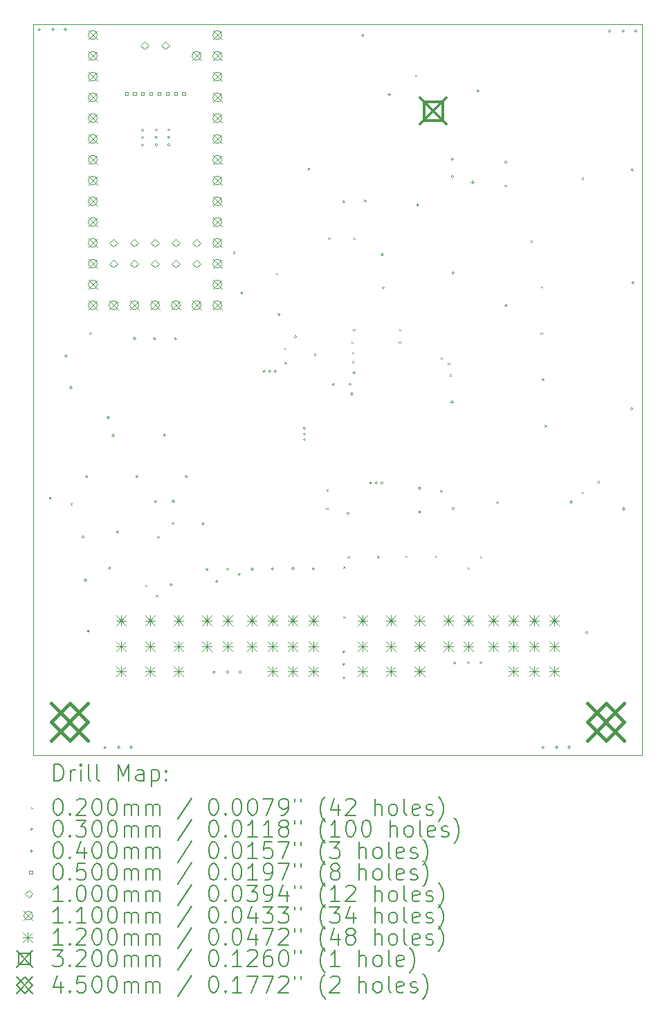
<source format=gbr>
%TF.GenerationSoftware,KiCad,Pcbnew,7.0.8*%
%TF.CreationDate,2023-11-08T10:16:31+01:00*%
%TF.ProjectId,MicroKI,4d696372-6f4b-4492-9e6b-696361645f70,rev?*%
%TF.SameCoordinates,Original*%
%TF.FileFunction,Drillmap*%
%TF.FilePolarity,Positive*%
%FSLAX45Y45*%
G04 Gerber Fmt 4.5, Leading zero omitted, Abs format (unit mm)*
G04 Created by KiCad (PCBNEW 7.0.8) date 2023-11-08 10:16:31*
%MOMM*%
%LPD*%
G01*
G04 APERTURE LIST*
%ADD10C,0.100000*%
%ADD11C,0.200000*%
%ADD12C,0.020000*%
%ADD13C,0.030000*%
%ADD14C,0.040000*%
%ADD15C,0.050000*%
%ADD16C,0.110000*%
%ADD17C,0.120000*%
%ADD18C,0.320000*%
%ADD19C,0.450000*%
G04 APERTURE END LIST*
D10*
X7322500Y-5067500D02*
X14775000Y-5067500D01*
X14775000Y-13992500D01*
X7322500Y-13992500D01*
X7322500Y-5067500D01*
D11*
D12*
X7775000Y-10917500D02*
X7795000Y-10937500D01*
X7795000Y-10917500D02*
X7775000Y-10937500D01*
X8690000Y-11910000D02*
X8710000Y-11930000D01*
X8710000Y-11910000D02*
X8690000Y-11930000D01*
X8822500Y-12040000D02*
X8842500Y-12060000D01*
X8842500Y-12040000D02*
X8822500Y-12060000D01*
X8840000Y-11317500D02*
X8860000Y-11337500D01*
X8860000Y-11317500D02*
X8840000Y-11337500D01*
X9767500Y-7842500D02*
X9787500Y-7862500D01*
X9787500Y-7842500D02*
X9767500Y-7862500D01*
X10292500Y-8102500D02*
X10312500Y-8122500D01*
X10312500Y-8102500D02*
X10292500Y-8122500D01*
X10395000Y-9015000D02*
X10415000Y-9035000D01*
X10415000Y-9015000D02*
X10395000Y-9035000D01*
X10397500Y-9190000D02*
X10417500Y-9210000D01*
X10417500Y-9190000D02*
X10397500Y-9210000D01*
X10760000Y-9087500D02*
X10780000Y-9107500D01*
X10780000Y-9087500D02*
X10760000Y-9107500D01*
X10907500Y-10970000D02*
X10927500Y-10990000D01*
X10927500Y-10970000D02*
X10907500Y-10990000D01*
X10910000Y-10747500D02*
X10930000Y-10767500D01*
X10930000Y-10747500D02*
X10910000Y-10767500D01*
X10930000Y-7672500D02*
X10950000Y-7692500D01*
X10950000Y-7672500D02*
X10930000Y-7692500D01*
X11110000Y-7217500D02*
X11130000Y-7237500D01*
X11130000Y-7217500D02*
X11110000Y-7237500D01*
X11117500Y-11687500D02*
X11137500Y-11707500D01*
X11137500Y-11687500D02*
X11117500Y-11707500D01*
X11117500Y-12300000D02*
X11137500Y-12320000D01*
X11137500Y-12300000D02*
X11117500Y-12320000D01*
X11167500Y-11562500D02*
X11187500Y-11582500D01*
X11187500Y-11562500D02*
X11167500Y-11582500D01*
X11215000Y-8937500D02*
X11235000Y-8957500D01*
X11235000Y-8937500D02*
X11215000Y-8957500D01*
X11225000Y-9065000D02*
X11245000Y-9085000D01*
X11245000Y-9065000D02*
X11225000Y-9085000D01*
X11225000Y-9180000D02*
X11245000Y-9200000D01*
X11245000Y-9180000D02*
X11225000Y-9200000D01*
X11237500Y-8787500D02*
X11257500Y-8807500D01*
X11257500Y-8787500D02*
X11237500Y-8807500D01*
X11240000Y-7672500D02*
X11260000Y-7692500D01*
X11260000Y-7672500D02*
X11240000Y-7692500D01*
X11372500Y-7210000D02*
X11392500Y-7230000D01*
X11392500Y-7210000D02*
X11372500Y-7230000D01*
X11532500Y-11560000D02*
X11552500Y-11580000D01*
X11552500Y-11560000D02*
X11532500Y-11580000D01*
X11795000Y-8940000D02*
X11815000Y-8960000D01*
X11815000Y-8940000D02*
X11795000Y-8960000D01*
X11800000Y-8785000D02*
X11820000Y-8805000D01*
X11820000Y-8785000D02*
X11800000Y-8805000D01*
X11875000Y-11555000D02*
X11895000Y-11575000D01*
X11895000Y-11555000D02*
X11875000Y-11575000D01*
X11992500Y-5680000D02*
X12012500Y-5700000D01*
X12012500Y-5680000D02*
X11992500Y-5700000D01*
X12237500Y-11557500D02*
X12257500Y-11577500D01*
X12257500Y-11557500D02*
X12237500Y-11577500D01*
X12302500Y-10757500D02*
X12322500Y-10777500D01*
X12322500Y-10757500D02*
X12302500Y-10777500D01*
X12305000Y-9135000D02*
X12325000Y-9155000D01*
X12325000Y-9135000D02*
X12305000Y-9155000D01*
X12397500Y-9202500D02*
X12417500Y-9222500D01*
X12417500Y-9202500D02*
X12397500Y-9222500D01*
X12420000Y-9342500D02*
X12440000Y-9362500D01*
X12440000Y-9342500D02*
X12420000Y-9362500D01*
X12640000Y-11697500D02*
X12660000Y-11717500D01*
X12660000Y-11697500D02*
X12640000Y-11717500D01*
X12790000Y-11562500D02*
X12810000Y-11582500D01*
X12810000Y-11562500D02*
X12790000Y-11582500D01*
X13410000Y-7707500D02*
X13430000Y-7727500D01*
X13430000Y-7707500D02*
X13410000Y-7727500D01*
X13530000Y-8827500D02*
X13550000Y-8847500D01*
X13550000Y-8827500D02*
X13530000Y-8847500D01*
X13535000Y-8265000D02*
X13555000Y-8285000D01*
X13555000Y-8265000D02*
X13535000Y-8285000D01*
X13547500Y-9392500D02*
X13567500Y-9412500D01*
X13567500Y-9392500D02*
X13547500Y-9412500D01*
X13582500Y-9960000D02*
X13602500Y-9980000D01*
X13602500Y-9960000D02*
X13582500Y-9980000D01*
X14035000Y-6937500D02*
X14055000Y-6957500D01*
X14055000Y-6937500D02*
X14035000Y-6957500D01*
X14035000Y-10780000D02*
X14055000Y-10800000D01*
X14055000Y-10780000D02*
X14035000Y-10800000D01*
X14227500Y-10647500D02*
X14247500Y-10667500D01*
X14247500Y-10647500D02*
X14227500Y-10667500D01*
D13*
X7412500Y-5130000D02*
G75*
G03*
X7412500Y-5130000I-15000J0D01*
G01*
X7545000Y-10855000D02*
G75*
G03*
X7545000Y-10855000I-15000J0D01*
G01*
X7580000Y-5127500D02*
G75*
G03*
X7580000Y-5127500I-15000J0D01*
G01*
X7732500Y-5127500D02*
G75*
G03*
X7732500Y-5127500I-15000J0D01*
G01*
X7737500Y-9117500D02*
G75*
G03*
X7737500Y-9117500I-15000J0D01*
G01*
X7800000Y-9505000D02*
G75*
G03*
X7800000Y-9505000I-15000J0D01*
G01*
X7947500Y-11330000D02*
G75*
G03*
X7947500Y-11330000I-15000J0D01*
G01*
X7977500Y-11857500D02*
G75*
G03*
X7977500Y-11857500I-15000J0D01*
G01*
X7990000Y-10590000D02*
G75*
G03*
X7990000Y-10590000I-15000J0D01*
G01*
X8010000Y-12480000D02*
G75*
G03*
X8010000Y-12480000I-15000J0D01*
G01*
X8040000Y-8845000D02*
G75*
G03*
X8040000Y-8845000I-15000J0D01*
G01*
X8215000Y-13900000D02*
G75*
G03*
X8215000Y-13900000I-15000J0D01*
G01*
X8255000Y-9870000D02*
G75*
G03*
X8255000Y-9870000I-15000J0D01*
G01*
X8270000Y-11712500D02*
G75*
G03*
X8270000Y-11712500I-15000J0D01*
G01*
X8315000Y-10090000D02*
G75*
G03*
X8315000Y-10090000I-15000J0D01*
G01*
X8367500Y-11267500D02*
G75*
G03*
X8367500Y-11267500I-15000J0D01*
G01*
X8382500Y-13897500D02*
G75*
G03*
X8382500Y-13897500I-15000J0D01*
G01*
X8535000Y-13897500D02*
G75*
G03*
X8535000Y-13897500I-15000J0D01*
G01*
X8577500Y-8902500D02*
G75*
G03*
X8577500Y-8902500I-15000J0D01*
G01*
X8605000Y-10590000D02*
G75*
G03*
X8605000Y-10590000I-15000J0D01*
G01*
X8675000Y-6357500D02*
G75*
G03*
X8675000Y-6357500I-15000J0D01*
G01*
X8675000Y-6447500D02*
G75*
G03*
X8675000Y-6447500I-15000J0D01*
G01*
X8675000Y-6540000D02*
G75*
G03*
X8675000Y-6540000I-15000J0D01*
G01*
X8820000Y-8905000D02*
G75*
G03*
X8820000Y-8905000I-15000J0D01*
G01*
X8835000Y-10895000D02*
G75*
G03*
X8835000Y-10895000I-15000J0D01*
G01*
X8842500Y-6355000D02*
G75*
G03*
X8842500Y-6355000I-15000J0D01*
G01*
X8842500Y-6445000D02*
G75*
G03*
X8842500Y-6445000I-15000J0D01*
G01*
X8842500Y-6537500D02*
G75*
G03*
X8842500Y-6537500I-15000J0D01*
G01*
X8945000Y-10087500D02*
G75*
G03*
X8945000Y-10087500I-15000J0D01*
G01*
X8995000Y-6355000D02*
G75*
G03*
X8995000Y-6355000I-15000J0D01*
G01*
X8995000Y-6445000D02*
G75*
G03*
X8995000Y-6445000I-15000J0D01*
G01*
X8995000Y-6537500D02*
G75*
G03*
X8995000Y-6537500I-15000J0D01*
G01*
X9025000Y-11912500D02*
G75*
G03*
X9025000Y-11912500I-15000J0D01*
G01*
X9047500Y-11165000D02*
G75*
G03*
X9047500Y-11165000I-15000J0D01*
G01*
X9050000Y-10892500D02*
G75*
G03*
X9050000Y-10892500I-15000J0D01*
G01*
X9080000Y-8910000D02*
G75*
G03*
X9080000Y-8910000I-15000J0D01*
G01*
X9210000Y-10590000D02*
G75*
G03*
X9210000Y-10590000I-15000J0D01*
G01*
X9412500Y-11170000D02*
G75*
G03*
X9412500Y-11170000I-15000J0D01*
G01*
X9465000Y-11725000D02*
G75*
G03*
X9465000Y-11725000I-15000J0D01*
G01*
X9550000Y-12982500D02*
G75*
G03*
X9550000Y-12982500I-15000J0D01*
G01*
X9582500Y-11875000D02*
G75*
G03*
X9582500Y-11875000I-15000J0D01*
G01*
X9715000Y-11722500D02*
G75*
G03*
X9715000Y-11722500I-15000J0D01*
G01*
X9717500Y-12980000D02*
G75*
G03*
X9717500Y-12980000I-15000J0D01*
G01*
X9857500Y-11785000D02*
G75*
G03*
X9857500Y-11785000I-15000J0D01*
G01*
X9870000Y-12980000D02*
G75*
G03*
X9870000Y-12980000I-15000J0D01*
G01*
X9890000Y-8347500D02*
G75*
G03*
X9890000Y-8347500I-15000J0D01*
G01*
X10015000Y-11722500D02*
G75*
G03*
X10015000Y-11722500I-15000J0D01*
G01*
X10162500Y-9302500D02*
G75*
G03*
X10162500Y-9302500I-15000J0D01*
G01*
X10230000Y-9302500D02*
G75*
G03*
X10230000Y-9302500I-15000J0D01*
G01*
X10265000Y-11720000D02*
G75*
G03*
X10265000Y-11720000I-15000J0D01*
G01*
X10297500Y-9305000D02*
G75*
G03*
X10297500Y-9305000I-15000J0D01*
G01*
X10345000Y-8607500D02*
G75*
G03*
X10345000Y-8607500I-15000J0D01*
G01*
X10515000Y-11715000D02*
G75*
G03*
X10515000Y-11715000I-15000J0D01*
G01*
X10545000Y-8882500D02*
G75*
G03*
X10545000Y-8882500I-15000J0D01*
G01*
X10655000Y-10002500D02*
G75*
G03*
X10655000Y-10002500I-15000J0D01*
G01*
X10655000Y-10072500D02*
G75*
G03*
X10655000Y-10072500I-15000J0D01*
G01*
X10655000Y-10140000D02*
G75*
G03*
X10655000Y-10140000I-15000J0D01*
G01*
X10710000Y-6835000D02*
G75*
G03*
X10710000Y-6835000I-15000J0D01*
G01*
X10765000Y-11720000D02*
G75*
G03*
X10765000Y-11720000I-15000J0D01*
G01*
X11010000Y-9465000D02*
G75*
G03*
X11010000Y-9465000I-15000J0D01*
G01*
X11137500Y-12732500D02*
G75*
G03*
X11137500Y-12732500I-15000J0D01*
G01*
X11137500Y-12885000D02*
G75*
G03*
X11137500Y-12885000I-15000J0D01*
G01*
X11140000Y-13052500D02*
G75*
G03*
X11140000Y-13052500I-15000J0D01*
G01*
X11190000Y-11042500D02*
G75*
G03*
X11190000Y-11042500I-15000J0D01*
G01*
X11215000Y-9462500D02*
G75*
G03*
X11215000Y-9462500I-15000J0D01*
G01*
X11235000Y-9580000D02*
G75*
G03*
X11235000Y-9580000I-15000J0D01*
G01*
X11262500Y-9325000D02*
G75*
G03*
X11262500Y-9325000I-15000J0D01*
G01*
X11370000Y-5200000D02*
G75*
G03*
X11370000Y-5200000I-15000J0D01*
G01*
X11465000Y-10667500D02*
G75*
G03*
X11465000Y-10667500I-15000J0D01*
G01*
X11535000Y-10667500D02*
G75*
G03*
X11535000Y-10667500I-15000J0D01*
G01*
X11605000Y-10667500D02*
G75*
G03*
X11605000Y-10667500I-15000J0D01*
G01*
X11607500Y-7880000D02*
G75*
G03*
X11607500Y-7880000I-15000J0D01*
G01*
X11620000Y-8285000D02*
G75*
G03*
X11620000Y-8285000I-15000J0D01*
G01*
X12040000Y-7275000D02*
G75*
G03*
X12040000Y-7275000I-15000J0D01*
G01*
X12065000Y-10732500D02*
G75*
G03*
X12065000Y-10732500I-15000J0D01*
G01*
X12065000Y-11025000D02*
G75*
G03*
X12065000Y-11025000I-15000J0D01*
G01*
X12467500Y-6712500D02*
G75*
G03*
X12467500Y-6712500I-15000J0D01*
G01*
X12467500Y-6927500D02*
G75*
G03*
X12467500Y-6927500I-15000J0D01*
G01*
X12475000Y-8100000D02*
G75*
G03*
X12475000Y-8100000I-15000J0D01*
G01*
X12475000Y-10982500D02*
G75*
G03*
X12475000Y-10982500I-15000J0D01*
G01*
X12495000Y-12867500D02*
G75*
G03*
X12495000Y-12867500I-15000J0D01*
G01*
X12662500Y-12865000D02*
G75*
G03*
X12662500Y-12865000I-15000J0D01*
G01*
X12780000Y-5880000D02*
G75*
G03*
X12780000Y-5880000I-15000J0D01*
G01*
X12815000Y-12865000D02*
G75*
G03*
X12815000Y-12865000I-15000J0D01*
G01*
X13017500Y-10910000D02*
G75*
G03*
X13017500Y-10910000I-15000J0D01*
G01*
X13120000Y-6750000D02*
G75*
G03*
X13120000Y-6750000I-15000J0D01*
G01*
X13120000Y-7040000D02*
G75*
G03*
X13120000Y-7040000I-15000J0D01*
G01*
X13122500Y-8502500D02*
G75*
G03*
X13122500Y-8502500I-15000J0D01*
G01*
X13575000Y-13902500D02*
G75*
G03*
X13575000Y-13902500I-15000J0D01*
G01*
X13742500Y-13900000D02*
G75*
G03*
X13742500Y-13900000I-15000J0D01*
G01*
X13895000Y-13900000D02*
G75*
G03*
X13895000Y-13900000I-15000J0D01*
G01*
X13920000Y-10900000D02*
G75*
G03*
X13920000Y-10900000I-15000J0D01*
G01*
X14112500Y-12497500D02*
G75*
G03*
X14112500Y-12497500I-15000J0D01*
G01*
X14390000Y-5147500D02*
G75*
G03*
X14390000Y-5147500I-15000J0D01*
G01*
X14557500Y-5145000D02*
G75*
G03*
X14557500Y-5145000I-15000J0D01*
G01*
X14562500Y-10985000D02*
G75*
G03*
X14562500Y-10985000I-15000J0D01*
G01*
X14662500Y-9762500D02*
G75*
G03*
X14662500Y-9762500I-15000J0D01*
G01*
X14667500Y-6845000D02*
G75*
G03*
X14667500Y-6845000I-15000J0D01*
G01*
X14675000Y-8222500D02*
G75*
G03*
X14675000Y-8222500I-15000J0D01*
G01*
X14710000Y-5145000D02*
G75*
G03*
X14710000Y-5145000I-15000J0D01*
G01*
D14*
X11674288Y-5899288D02*
X11674288Y-5939288D01*
X11654288Y-5919288D02*
X11694288Y-5919288D01*
X12442500Y-9655000D02*
X12442500Y-9695000D01*
X12422500Y-9675000D02*
X12462500Y-9675000D01*
X12695000Y-6972500D02*
X12695000Y-7012500D01*
X12675000Y-6992500D02*
X12715000Y-6992500D01*
D15*
X8480678Y-5927018D02*
X8480678Y-5891662D01*
X8445322Y-5891662D01*
X8445322Y-5927018D01*
X8480678Y-5927018D01*
X8580678Y-5927018D02*
X8580678Y-5891662D01*
X8545322Y-5891662D01*
X8545322Y-5927018D01*
X8580678Y-5927018D01*
X8680678Y-5927018D02*
X8680678Y-5891662D01*
X8645322Y-5891662D01*
X8645322Y-5927018D01*
X8680678Y-5927018D01*
X8780678Y-5927018D02*
X8780678Y-5891662D01*
X8745322Y-5891662D01*
X8745322Y-5927018D01*
X8780678Y-5927018D01*
X8880678Y-5927018D02*
X8880678Y-5891662D01*
X8845322Y-5891662D01*
X8845322Y-5927018D01*
X8880678Y-5927018D01*
X8980678Y-5927018D02*
X8980678Y-5891662D01*
X8945322Y-5891662D01*
X8945322Y-5927018D01*
X8980678Y-5927018D01*
X9080678Y-5927018D02*
X9080678Y-5891662D01*
X9045322Y-5891662D01*
X9045322Y-5927018D01*
X9080678Y-5927018D01*
X9180678Y-5927018D02*
X9180678Y-5891662D01*
X9145322Y-5891662D01*
X9145322Y-5927018D01*
X9180678Y-5927018D01*
D10*
X8305000Y-7785500D02*
X8355000Y-7735500D01*
X8305000Y-7685500D01*
X8255000Y-7735500D01*
X8305000Y-7785500D01*
X8305000Y-8039500D02*
X8355000Y-7989500D01*
X8305000Y-7939500D01*
X8255000Y-7989500D01*
X8305000Y-8039500D01*
X8559000Y-7785500D02*
X8609000Y-7735500D01*
X8559000Y-7685500D01*
X8509000Y-7735500D01*
X8559000Y-7785500D01*
X8559000Y-8039500D02*
X8609000Y-7989500D01*
X8559000Y-7939500D01*
X8509000Y-7989500D01*
X8559000Y-8039500D01*
X8686000Y-5372500D02*
X8736000Y-5322500D01*
X8686000Y-5272500D01*
X8636000Y-5322500D01*
X8686000Y-5372500D01*
X8813000Y-7785500D02*
X8863000Y-7735500D01*
X8813000Y-7685500D01*
X8763000Y-7735500D01*
X8813000Y-7785500D01*
X8813000Y-8039500D02*
X8863000Y-7989500D01*
X8813000Y-7939500D01*
X8763000Y-7989500D01*
X8813000Y-8039500D01*
X8940000Y-5372500D02*
X8990000Y-5322500D01*
X8940000Y-5272500D01*
X8890000Y-5322500D01*
X8940000Y-5372500D01*
X9067000Y-7785500D02*
X9117000Y-7735500D01*
X9067000Y-7685500D01*
X9017000Y-7735500D01*
X9067000Y-7785500D01*
X9067000Y-8039500D02*
X9117000Y-7989500D01*
X9067000Y-7939500D01*
X9017000Y-7989500D01*
X9067000Y-8039500D01*
X9321000Y-7785500D02*
X9371000Y-7735500D01*
X9321000Y-7685500D01*
X9271000Y-7735500D01*
X9321000Y-7785500D01*
X9321000Y-8039500D02*
X9371000Y-7989500D01*
X9321000Y-7939500D01*
X9271000Y-7989500D01*
X9321000Y-8039500D01*
D16*
X7996000Y-5140500D02*
X8106000Y-5250500D01*
X8106000Y-5140500D02*
X7996000Y-5250500D01*
X8106000Y-5195500D02*
G75*
G03*
X8106000Y-5195500I-55000J0D01*
G01*
X7996000Y-5394500D02*
X8106000Y-5504500D01*
X8106000Y-5394500D02*
X7996000Y-5504500D01*
X8106000Y-5449500D02*
G75*
G03*
X8106000Y-5449500I-55000J0D01*
G01*
X7996000Y-5648500D02*
X8106000Y-5758500D01*
X8106000Y-5648500D02*
X7996000Y-5758500D01*
X8106000Y-5703500D02*
G75*
G03*
X8106000Y-5703500I-55000J0D01*
G01*
X7996000Y-5902500D02*
X8106000Y-6012500D01*
X8106000Y-5902500D02*
X7996000Y-6012500D01*
X8106000Y-5957500D02*
G75*
G03*
X8106000Y-5957500I-55000J0D01*
G01*
X7996000Y-6156500D02*
X8106000Y-6266500D01*
X8106000Y-6156500D02*
X7996000Y-6266500D01*
X8106000Y-6211500D02*
G75*
G03*
X8106000Y-6211500I-55000J0D01*
G01*
X7996000Y-6410500D02*
X8106000Y-6520500D01*
X8106000Y-6410500D02*
X7996000Y-6520500D01*
X8106000Y-6465500D02*
G75*
G03*
X8106000Y-6465500I-55000J0D01*
G01*
X7996000Y-6664500D02*
X8106000Y-6774500D01*
X8106000Y-6664500D02*
X7996000Y-6774500D01*
X8106000Y-6719500D02*
G75*
G03*
X8106000Y-6719500I-55000J0D01*
G01*
X7996000Y-6918500D02*
X8106000Y-7028500D01*
X8106000Y-6918500D02*
X7996000Y-7028500D01*
X8106000Y-6973500D02*
G75*
G03*
X8106000Y-6973500I-55000J0D01*
G01*
X7996000Y-7172500D02*
X8106000Y-7282500D01*
X8106000Y-7172500D02*
X7996000Y-7282500D01*
X8106000Y-7227500D02*
G75*
G03*
X8106000Y-7227500I-55000J0D01*
G01*
X7996000Y-7426500D02*
X8106000Y-7536500D01*
X8106000Y-7426500D02*
X7996000Y-7536500D01*
X8106000Y-7481500D02*
G75*
G03*
X8106000Y-7481500I-55000J0D01*
G01*
X7996000Y-7680500D02*
X8106000Y-7790500D01*
X8106000Y-7680500D02*
X7996000Y-7790500D01*
X8106000Y-7735500D02*
G75*
G03*
X8106000Y-7735500I-55000J0D01*
G01*
X7996000Y-7934500D02*
X8106000Y-8044500D01*
X8106000Y-7934500D02*
X7996000Y-8044500D01*
X8106000Y-7989500D02*
G75*
G03*
X8106000Y-7989500I-55000J0D01*
G01*
X7996000Y-8188500D02*
X8106000Y-8298500D01*
X8106000Y-8188500D02*
X7996000Y-8298500D01*
X8106000Y-8243500D02*
G75*
G03*
X8106000Y-8243500I-55000J0D01*
G01*
X7996000Y-8442500D02*
X8106000Y-8552500D01*
X8106000Y-8442500D02*
X7996000Y-8552500D01*
X8106000Y-8497500D02*
G75*
G03*
X8106000Y-8497500I-55000J0D01*
G01*
X8250000Y-8442500D02*
X8360000Y-8552500D01*
X8360000Y-8442500D02*
X8250000Y-8552500D01*
X8360000Y-8497500D02*
G75*
G03*
X8360000Y-8497500I-55000J0D01*
G01*
X8504000Y-8442500D02*
X8614000Y-8552500D01*
X8614000Y-8442500D02*
X8504000Y-8552500D01*
X8614000Y-8497500D02*
G75*
G03*
X8614000Y-8497500I-55000J0D01*
G01*
X8758000Y-8442500D02*
X8868000Y-8552500D01*
X8868000Y-8442500D02*
X8758000Y-8552500D01*
X8868000Y-8497500D02*
G75*
G03*
X8868000Y-8497500I-55000J0D01*
G01*
X9012000Y-8442500D02*
X9122000Y-8552500D01*
X9122000Y-8442500D02*
X9012000Y-8552500D01*
X9122000Y-8497500D02*
G75*
G03*
X9122000Y-8497500I-55000J0D01*
G01*
X9266000Y-5394500D02*
X9376000Y-5504500D01*
X9376000Y-5394500D02*
X9266000Y-5504500D01*
X9376000Y-5449500D02*
G75*
G03*
X9376000Y-5449500I-55000J0D01*
G01*
X9266000Y-8442500D02*
X9376000Y-8552500D01*
X9376000Y-8442500D02*
X9266000Y-8552500D01*
X9376000Y-8497500D02*
G75*
G03*
X9376000Y-8497500I-55000J0D01*
G01*
X9520000Y-5140500D02*
X9630000Y-5250500D01*
X9630000Y-5140500D02*
X9520000Y-5250500D01*
X9630000Y-5195500D02*
G75*
G03*
X9630000Y-5195500I-55000J0D01*
G01*
X9520000Y-5394500D02*
X9630000Y-5504500D01*
X9630000Y-5394500D02*
X9520000Y-5504500D01*
X9630000Y-5449500D02*
G75*
G03*
X9630000Y-5449500I-55000J0D01*
G01*
X9520000Y-5648500D02*
X9630000Y-5758500D01*
X9630000Y-5648500D02*
X9520000Y-5758500D01*
X9630000Y-5703500D02*
G75*
G03*
X9630000Y-5703500I-55000J0D01*
G01*
X9520000Y-5902500D02*
X9630000Y-6012500D01*
X9630000Y-5902500D02*
X9520000Y-6012500D01*
X9630000Y-5957500D02*
G75*
G03*
X9630000Y-5957500I-55000J0D01*
G01*
X9520000Y-6156500D02*
X9630000Y-6266500D01*
X9630000Y-6156500D02*
X9520000Y-6266500D01*
X9630000Y-6211500D02*
G75*
G03*
X9630000Y-6211500I-55000J0D01*
G01*
X9520000Y-6410500D02*
X9630000Y-6520500D01*
X9630000Y-6410500D02*
X9520000Y-6520500D01*
X9630000Y-6465500D02*
G75*
G03*
X9630000Y-6465500I-55000J0D01*
G01*
X9520000Y-6664500D02*
X9630000Y-6774500D01*
X9630000Y-6664500D02*
X9520000Y-6774500D01*
X9630000Y-6719500D02*
G75*
G03*
X9630000Y-6719500I-55000J0D01*
G01*
X9520000Y-6918500D02*
X9630000Y-7028500D01*
X9630000Y-6918500D02*
X9520000Y-7028500D01*
X9630000Y-6973500D02*
G75*
G03*
X9630000Y-6973500I-55000J0D01*
G01*
X9520000Y-7172500D02*
X9630000Y-7282500D01*
X9630000Y-7172500D02*
X9520000Y-7282500D01*
X9630000Y-7227500D02*
G75*
G03*
X9630000Y-7227500I-55000J0D01*
G01*
X9520000Y-7426500D02*
X9630000Y-7536500D01*
X9630000Y-7426500D02*
X9520000Y-7536500D01*
X9630000Y-7481500D02*
G75*
G03*
X9630000Y-7481500I-55000J0D01*
G01*
X9520000Y-7680500D02*
X9630000Y-7790500D01*
X9630000Y-7680500D02*
X9520000Y-7790500D01*
X9630000Y-7735500D02*
G75*
G03*
X9630000Y-7735500I-55000J0D01*
G01*
X9520000Y-7934500D02*
X9630000Y-8044500D01*
X9630000Y-7934500D02*
X9520000Y-8044500D01*
X9630000Y-7989500D02*
G75*
G03*
X9630000Y-7989500I-55000J0D01*
G01*
X9520000Y-8188500D02*
X9630000Y-8298500D01*
X9630000Y-8188500D02*
X9520000Y-8298500D01*
X9630000Y-8243500D02*
G75*
G03*
X9630000Y-8243500I-55000J0D01*
G01*
X9520000Y-8442500D02*
X9630000Y-8552500D01*
X9630000Y-8442500D02*
X9520000Y-8552500D01*
X9630000Y-8497500D02*
G75*
G03*
X9630000Y-8497500I-55000J0D01*
G01*
D17*
X8340000Y-12290000D02*
X8460000Y-12410000D01*
X8460000Y-12290000D02*
X8340000Y-12410000D01*
X8400000Y-12290000D02*
X8400000Y-12410000D01*
X8340000Y-12350000D02*
X8460000Y-12350000D01*
X8340000Y-12610000D02*
X8460000Y-12730000D01*
X8460000Y-12610000D02*
X8340000Y-12730000D01*
X8400000Y-12610000D02*
X8400000Y-12730000D01*
X8340000Y-12670000D02*
X8460000Y-12670000D01*
X8340000Y-12910000D02*
X8460000Y-13030000D01*
X8460000Y-12910000D02*
X8340000Y-13030000D01*
X8400000Y-12910000D02*
X8400000Y-13030000D01*
X8340000Y-12970000D02*
X8460000Y-12970000D01*
X8690000Y-12290000D02*
X8810000Y-12410000D01*
X8810000Y-12290000D02*
X8690000Y-12410000D01*
X8750000Y-12290000D02*
X8750000Y-12410000D01*
X8690000Y-12350000D02*
X8810000Y-12350000D01*
X8690000Y-12610000D02*
X8810000Y-12730000D01*
X8810000Y-12610000D02*
X8690000Y-12730000D01*
X8750000Y-12610000D02*
X8750000Y-12730000D01*
X8690000Y-12670000D02*
X8810000Y-12670000D01*
X8690000Y-12910000D02*
X8810000Y-13030000D01*
X8810000Y-12910000D02*
X8690000Y-13030000D01*
X8750000Y-12910000D02*
X8750000Y-13030000D01*
X8690000Y-12970000D02*
X8810000Y-12970000D01*
X9040000Y-12290000D02*
X9160000Y-12410000D01*
X9160000Y-12290000D02*
X9040000Y-12410000D01*
X9100000Y-12290000D02*
X9100000Y-12410000D01*
X9040000Y-12350000D02*
X9160000Y-12350000D01*
X9040000Y-12610000D02*
X9160000Y-12730000D01*
X9160000Y-12610000D02*
X9040000Y-12730000D01*
X9100000Y-12610000D02*
X9100000Y-12730000D01*
X9040000Y-12670000D02*
X9160000Y-12670000D01*
X9040000Y-12910000D02*
X9160000Y-13030000D01*
X9160000Y-12910000D02*
X9040000Y-13030000D01*
X9100000Y-12910000D02*
X9100000Y-13030000D01*
X9040000Y-12970000D02*
X9160000Y-12970000D01*
X9390000Y-12290000D02*
X9510000Y-12410000D01*
X9510000Y-12290000D02*
X9390000Y-12410000D01*
X9450000Y-12290000D02*
X9450000Y-12410000D01*
X9390000Y-12350000D02*
X9510000Y-12350000D01*
X9390000Y-12610000D02*
X9510000Y-12730000D01*
X9510000Y-12610000D02*
X9390000Y-12730000D01*
X9450000Y-12610000D02*
X9450000Y-12730000D01*
X9390000Y-12670000D02*
X9510000Y-12670000D01*
X9640000Y-12290000D02*
X9760000Y-12410000D01*
X9760000Y-12290000D02*
X9640000Y-12410000D01*
X9700000Y-12290000D02*
X9700000Y-12410000D01*
X9640000Y-12350000D02*
X9760000Y-12350000D01*
X9640000Y-12610000D02*
X9760000Y-12730000D01*
X9760000Y-12610000D02*
X9640000Y-12730000D01*
X9700000Y-12610000D02*
X9700000Y-12730000D01*
X9640000Y-12670000D02*
X9760000Y-12670000D01*
X9940000Y-12290000D02*
X10060000Y-12410000D01*
X10060000Y-12290000D02*
X9940000Y-12410000D01*
X10000000Y-12290000D02*
X10000000Y-12410000D01*
X9940000Y-12350000D02*
X10060000Y-12350000D01*
X9940000Y-12610000D02*
X10060000Y-12730000D01*
X10060000Y-12610000D02*
X9940000Y-12730000D01*
X10000000Y-12610000D02*
X10000000Y-12730000D01*
X9940000Y-12670000D02*
X10060000Y-12670000D01*
X10190000Y-12290000D02*
X10310000Y-12410000D01*
X10310000Y-12290000D02*
X10190000Y-12410000D01*
X10250000Y-12290000D02*
X10250000Y-12410000D01*
X10190000Y-12350000D02*
X10310000Y-12350000D01*
X10190000Y-12610000D02*
X10310000Y-12730000D01*
X10310000Y-12610000D02*
X10190000Y-12730000D01*
X10250000Y-12610000D02*
X10250000Y-12730000D01*
X10190000Y-12670000D02*
X10310000Y-12670000D01*
X10190000Y-12910000D02*
X10310000Y-13030000D01*
X10310000Y-12910000D02*
X10190000Y-13030000D01*
X10250000Y-12910000D02*
X10250000Y-13030000D01*
X10190000Y-12970000D02*
X10310000Y-12970000D01*
X10440000Y-12290000D02*
X10560000Y-12410000D01*
X10560000Y-12290000D02*
X10440000Y-12410000D01*
X10500000Y-12290000D02*
X10500000Y-12410000D01*
X10440000Y-12350000D02*
X10560000Y-12350000D01*
X10440000Y-12610000D02*
X10560000Y-12730000D01*
X10560000Y-12610000D02*
X10440000Y-12730000D01*
X10500000Y-12610000D02*
X10500000Y-12730000D01*
X10440000Y-12670000D02*
X10560000Y-12670000D01*
X10440000Y-12910000D02*
X10560000Y-13030000D01*
X10560000Y-12910000D02*
X10440000Y-13030000D01*
X10500000Y-12910000D02*
X10500000Y-13030000D01*
X10440000Y-12970000D02*
X10560000Y-12970000D01*
X10690000Y-12290000D02*
X10810000Y-12410000D01*
X10810000Y-12290000D02*
X10690000Y-12410000D01*
X10750000Y-12290000D02*
X10750000Y-12410000D01*
X10690000Y-12350000D02*
X10810000Y-12350000D01*
X10690000Y-12610000D02*
X10810000Y-12730000D01*
X10810000Y-12610000D02*
X10690000Y-12730000D01*
X10750000Y-12610000D02*
X10750000Y-12730000D01*
X10690000Y-12670000D02*
X10810000Y-12670000D01*
X10690000Y-12910000D02*
X10810000Y-13030000D01*
X10810000Y-12910000D02*
X10690000Y-13030000D01*
X10750000Y-12910000D02*
X10750000Y-13030000D01*
X10690000Y-12970000D02*
X10810000Y-12970000D01*
X11290000Y-12290000D02*
X11410000Y-12410000D01*
X11410000Y-12290000D02*
X11290000Y-12410000D01*
X11350000Y-12290000D02*
X11350000Y-12410000D01*
X11290000Y-12350000D02*
X11410000Y-12350000D01*
X11290000Y-12610000D02*
X11410000Y-12730000D01*
X11410000Y-12610000D02*
X11290000Y-12730000D01*
X11350000Y-12610000D02*
X11350000Y-12730000D01*
X11290000Y-12670000D02*
X11410000Y-12670000D01*
X11290000Y-12910000D02*
X11410000Y-13030000D01*
X11410000Y-12910000D02*
X11290000Y-13030000D01*
X11350000Y-12910000D02*
X11350000Y-13030000D01*
X11290000Y-12970000D02*
X11410000Y-12970000D01*
X11640000Y-12290000D02*
X11760000Y-12410000D01*
X11760000Y-12290000D02*
X11640000Y-12410000D01*
X11700000Y-12290000D02*
X11700000Y-12410000D01*
X11640000Y-12350000D02*
X11760000Y-12350000D01*
X11640000Y-12610000D02*
X11760000Y-12730000D01*
X11760000Y-12610000D02*
X11640000Y-12730000D01*
X11700000Y-12610000D02*
X11700000Y-12730000D01*
X11640000Y-12670000D02*
X11760000Y-12670000D01*
X11640000Y-12910000D02*
X11760000Y-13030000D01*
X11760000Y-12910000D02*
X11640000Y-13030000D01*
X11700000Y-12910000D02*
X11700000Y-13030000D01*
X11640000Y-12970000D02*
X11760000Y-12970000D01*
X11990000Y-12290000D02*
X12110000Y-12410000D01*
X12110000Y-12290000D02*
X11990000Y-12410000D01*
X12050000Y-12290000D02*
X12050000Y-12410000D01*
X11990000Y-12350000D02*
X12110000Y-12350000D01*
X11990000Y-12610000D02*
X12110000Y-12730000D01*
X12110000Y-12610000D02*
X11990000Y-12730000D01*
X12050000Y-12610000D02*
X12050000Y-12730000D01*
X11990000Y-12670000D02*
X12110000Y-12670000D01*
X11990000Y-12910000D02*
X12110000Y-13030000D01*
X12110000Y-12910000D02*
X11990000Y-13030000D01*
X12050000Y-12910000D02*
X12050000Y-13030000D01*
X11990000Y-12970000D02*
X12110000Y-12970000D01*
X12340000Y-12290000D02*
X12460000Y-12410000D01*
X12460000Y-12290000D02*
X12340000Y-12410000D01*
X12400000Y-12290000D02*
X12400000Y-12410000D01*
X12340000Y-12350000D02*
X12460000Y-12350000D01*
X12340000Y-12610000D02*
X12460000Y-12730000D01*
X12460000Y-12610000D02*
X12340000Y-12730000D01*
X12400000Y-12610000D02*
X12400000Y-12730000D01*
X12340000Y-12670000D02*
X12460000Y-12670000D01*
X12590000Y-12290000D02*
X12710000Y-12410000D01*
X12710000Y-12290000D02*
X12590000Y-12410000D01*
X12650000Y-12290000D02*
X12650000Y-12410000D01*
X12590000Y-12350000D02*
X12710000Y-12350000D01*
X12590000Y-12610000D02*
X12710000Y-12730000D01*
X12710000Y-12610000D02*
X12590000Y-12730000D01*
X12650000Y-12610000D02*
X12650000Y-12730000D01*
X12590000Y-12670000D02*
X12710000Y-12670000D01*
X12890000Y-12290000D02*
X13010000Y-12410000D01*
X13010000Y-12290000D02*
X12890000Y-12410000D01*
X12950000Y-12290000D02*
X12950000Y-12410000D01*
X12890000Y-12350000D02*
X13010000Y-12350000D01*
X12890000Y-12610000D02*
X13010000Y-12730000D01*
X13010000Y-12610000D02*
X12890000Y-12730000D01*
X12950000Y-12610000D02*
X12950000Y-12730000D01*
X12890000Y-12670000D02*
X13010000Y-12670000D01*
X13140000Y-12290000D02*
X13260000Y-12410000D01*
X13260000Y-12290000D02*
X13140000Y-12410000D01*
X13200000Y-12290000D02*
X13200000Y-12410000D01*
X13140000Y-12350000D02*
X13260000Y-12350000D01*
X13140000Y-12610000D02*
X13260000Y-12730000D01*
X13260000Y-12610000D02*
X13140000Y-12730000D01*
X13200000Y-12610000D02*
X13200000Y-12730000D01*
X13140000Y-12670000D02*
X13260000Y-12670000D01*
X13140000Y-12910000D02*
X13260000Y-13030000D01*
X13260000Y-12910000D02*
X13140000Y-13030000D01*
X13200000Y-12910000D02*
X13200000Y-13030000D01*
X13140000Y-12970000D02*
X13260000Y-12970000D01*
X13390000Y-12290000D02*
X13510000Y-12410000D01*
X13510000Y-12290000D02*
X13390000Y-12410000D01*
X13450000Y-12290000D02*
X13450000Y-12410000D01*
X13390000Y-12350000D02*
X13510000Y-12350000D01*
X13390000Y-12610000D02*
X13510000Y-12730000D01*
X13510000Y-12610000D02*
X13390000Y-12730000D01*
X13450000Y-12610000D02*
X13450000Y-12730000D01*
X13390000Y-12670000D02*
X13510000Y-12670000D01*
X13390000Y-12910000D02*
X13510000Y-13030000D01*
X13510000Y-12910000D02*
X13390000Y-13030000D01*
X13450000Y-12910000D02*
X13450000Y-13030000D01*
X13390000Y-12970000D02*
X13510000Y-12970000D01*
X13640000Y-12290000D02*
X13760000Y-12410000D01*
X13760000Y-12290000D02*
X13640000Y-12410000D01*
X13700000Y-12290000D02*
X13700000Y-12410000D01*
X13640000Y-12350000D02*
X13760000Y-12350000D01*
X13640000Y-12610000D02*
X13760000Y-12730000D01*
X13760000Y-12610000D02*
X13640000Y-12730000D01*
X13700000Y-12610000D02*
X13700000Y-12730000D01*
X13640000Y-12670000D02*
X13760000Y-12670000D01*
X13640000Y-12910000D02*
X13760000Y-13030000D01*
X13760000Y-12910000D02*
X13640000Y-13030000D01*
X13700000Y-12910000D02*
X13700000Y-13030000D01*
X13640000Y-12970000D02*
X13760000Y-12970000D01*
D18*
X12057500Y-5965000D02*
X12377500Y-6285000D01*
X12377500Y-5965000D02*
X12057500Y-6285000D01*
X12330638Y-6238138D02*
X12330638Y-6011862D01*
X12104362Y-6011862D01*
X12104362Y-6238138D01*
X12330638Y-6238138D01*
D19*
X7545000Y-13365000D02*
X7995000Y-13815000D01*
X7995000Y-13365000D02*
X7545000Y-13815000D01*
X7770000Y-13815000D02*
X7995000Y-13590000D01*
X7770000Y-13365000D01*
X7545000Y-13590000D01*
X7770000Y-13815000D01*
X14105000Y-13365000D02*
X14555000Y-13815000D01*
X14555000Y-13365000D02*
X14105000Y-13815000D01*
X14330000Y-13815000D02*
X14555000Y-13590000D01*
X14330000Y-13365000D01*
X14105000Y-13590000D01*
X14330000Y-13815000D01*
D11*
X7578277Y-14308984D02*
X7578277Y-14108984D01*
X7578277Y-14108984D02*
X7625896Y-14108984D01*
X7625896Y-14108984D02*
X7654467Y-14118508D01*
X7654467Y-14118508D02*
X7673515Y-14137555D01*
X7673515Y-14137555D02*
X7683039Y-14156603D01*
X7683039Y-14156603D02*
X7692562Y-14194698D01*
X7692562Y-14194698D02*
X7692562Y-14223269D01*
X7692562Y-14223269D02*
X7683039Y-14261365D01*
X7683039Y-14261365D02*
X7673515Y-14280412D01*
X7673515Y-14280412D02*
X7654467Y-14299460D01*
X7654467Y-14299460D02*
X7625896Y-14308984D01*
X7625896Y-14308984D02*
X7578277Y-14308984D01*
X7778277Y-14308984D02*
X7778277Y-14175650D01*
X7778277Y-14213746D02*
X7787801Y-14194698D01*
X7787801Y-14194698D02*
X7797324Y-14185174D01*
X7797324Y-14185174D02*
X7816372Y-14175650D01*
X7816372Y-14175650D02*
X7835420Y-14175650D01*
X7902086Y-14308984D02*
X7902086Y-14175650D01*
X7902086Y-14108984D02*
X7892562Y-14118508D01*
X7892562Y-14118508D02*
X7902086Y-14128031D01*
X7902086Y-14128031D02*
X7911610Y-14118508D01*
X7911610Y-14118508D02*
X7902086Y-14108984D01*
X7902086Y-14108984D02*
X7902086Y-14128031D01*
X8025896Y-14308984D02*
X8006848Y-14299460D01*
X8006848Y-14299460D02*
X7997324Y-14280412D01*
X7997324Y-14280412D02*
X7997324Y-14108984D01*
X8130658Y-14308984D02*
X8111610Y-14299460D01*
X8111610Y-14299460D02*
X8102086Y-14280412D01*
X8102086Y-14280412D02*
X8102086Y-14108984D01*
X8359229Y-14308984D02*
X8359229Y-14108984D01*
X8359229Y-14108984D02*
X8425896Y-14251841D01*
X8425896Y-14251841D02*
X8492563Y-14108984D01*
X8492563Y-14108984D02*
X8492563Y-14308984D01*
X8673515Y-14308984D02*
X8673515Y-14204222D01*
X8673515Y-14204222D02*
X8663991Y-14185174D01*
X8663991Y-14185174D02*
X8644944Y-14175650D01*
X8644944Y-14175650D02*
X8606848Y-14175650D01*
X8606848Y-14175650D02*
X8587801Y-14185174D01*
X8673515Y-14299460D02*
X8654467Y-14308984D01*
X8654467Y-14308984D02*
X8606848Y-14308984D01*
X8606848Y-14308984D02*
X8587801Y-14299460D01*
X8587801Y-14299460D02*
X8578277Y-14280412D01*
X8578277Y-14280412D02*
X8578277Y-14261365D01*
X8578277Y-14261365D02*
X8587801Y-14242317D01*
X8587801Y-14242317D02*
X8606848Y-14232793D01*
X8606848Y-14232793D02*
X8654467Y-14232793D01*
X8654467Y-14232793D02*
X8673515Y-14223269D01*
X8768753Y-14175650D02*
X8768753Y-14375650D01*
X8768753Y-14185174D02*
X8787801Y-14175650D01*
X8787801Y-14175650D02*
X8825896Y-14175650D01*
X8825896Y-14175650D02*
X8844944Y-14185174D01*
X8844944Y-14185174D02*
X8854467Y-14194698D01*
X8854467Y-14194698D02*
X8863991Y-14213746D01*
X8863991Y-14213746D02*
X8863991Y-14270888D01*
X8863991Y-14270888D02*
X8854467Y-14289936D01*
X8854467Y-14289936D02*
X8844944Y-14299460D01*
X8844944Y-14299460D02*
X8825896Y-14308984D01*
X8825896Y-14308984D02*
X8787801Y-14308984D01*
X8787801Y-14308984D02*
X8768753Y-14299460D01*
X8949705Y-14289936D02*
X8959229Y-14299460D01*
X8959229Y-14299460D02*
X8949705Y-14308984D01*
X8949705Y-14308984D02*
X8940182Y-14299460D01*
X8940182Y-14299460D02*
X8949705Y-14289936D01*
X8949705Y-14289936D02*
X8949705Y-14308984D01*
X8949705Y-14185174D02*
X8959229Y-14194698D01*
X8959229Y-14194698D02*
X8949705Y-14204222D01*
X8949705Y-14204222D02*
X8940182Y-14194698D01*
X8940182Y-14194698D02*
X8949705Y-14185174D01*
X8949705Y-14185174D02*
X8949705Y-14204222D01*
D12*
X7297500Y-14627500D02*
X7317500Y-14647500D01*
X7317500Y-14627500D02*
X7297500Y-14647500D01*
D11*
X7616372Y-14528984D02*
X7635420Y-14528984D01*
X7635420Y-14528984D02*
X7654467Y-14538508D01*
X7654467Y-14538508D02*
X7663991Y-14548031D01*
X7663991Y-14548031D02*
X7673515Y-14567079D01*
X7673515Y-14567079D02*
X7683039Y-14605174D01*
X7683039Y-14605174D02*
X7683039Y-14652793D01*
X7683039Y-14652793D02*
X7673515Y-14690888D01*
X7673515Y-14690888D02*
X7663991Y-14709936D01*
X7663991Y-14709936D02*
X7654467Y-14719460D01*
X7654467Y-14719460D02*
X7635420Y-14728984D01*
X7635420Y-14728984D02*
X7616372Y-14728984D01*
X7616372Y-14728984D02*
X7597324Y-14719460D01*
X7597324Y-14719460D02*
X7587801Y-14709936D01*
X7587801Y-14709936D02*
X7578277Y-14690888D01*
X7578277Y-14690888D02*
X7568753Y-14652793D01*
X7568753Y-14652793D02*
X7568753Y-14605174D01*
X7568753Y-14605174D02*
X7578277Y-14567079D01*
X7578277Y-14567079D02*
X7587801Y-14548031D01*
X7587801Y-14548031D02*
X7597324Y-14538508D01*
X7597324Y-14538508D02*
X7616372Y-14528984D01*
X7768753Y-14709936D02*
X7778277Y-14719460D01*
X7778277Y-14719460D02*
X7768753Y-14728984D01*
X7768753Y-14728984D02*
X7759229Y-14719460D01*
X7759229Y-14719460D02*
X7768753Y-14709936D01*
X7768753Y-14709936D02*
X7768753Y-14728984D01*
X7854467Y-14548031D02*
X7863991Y-14538508D01*
X7863991Y-14538508D02*
X7883039Y-14528984D01*
X7883039Y-14528984D02*
X7930658Y-14528984D01*
X7930658Y-14528984D02*
X7949705Y-14538508D01*
X7949705Y-14538508D02*
X7959229Y-14548031D01*
X7959229Y-14548031D02*
X7968753Y-14567079D01*
X7968753Y-14567079D02*
X7968753Y-14586127D01*
X7968753Y-14586127D02*
X7959229Y-14614698D01*
X7959229Y-14614698D02*
X7844943Y-14728984D01*
X7844943Y-14728984D02*
X7968753Y-14728984D01*
X8092562Y-14528984D02*
X8111610Y-14528984D01*
X8111610Y-14528984D02*
X8130658Y-14538508D01*
X8130658Y-14538508D02*
X8140182Y-14548031D01*
X8140182Y-14548031D02*
X8149705Y-14567079D01*
X8149705Y-14567079D02*
X8159229Y-14605174D01*
X8159229Y-14605174D02*
X8159229Y-14652793D01*
X8159229Y-14652793D02*
X8149705Y-14690888D01*
X8149705Y-14690888D02*
X8140182Y-14709936D01*
X8140182Y-14709936D02*
X8130658Y-14719460D01*
X8130658Y-14719460D02*
X8111610Y-14728984D01*
X8111610Y-14728984D02*
X8092562Y-14728984D01*
X8092562Y-14728984D02*
X8073515Y-14719460D01*
X8073515Y-14719460D02*
X8063991Y-14709936D01*
X8063991Y-14709936D02*
X8054467Y-14690888D01*
X8054467Y-14690888D02*
X8044943Y-14652793D01*
X8044943Y-14652793D02*
X8044943Y-14605174D01*
X8044943Y-14605174D02*
X8054467Y-14567079D01*
X8054467Y-14567079D02*
X8063991Y-14548031D01*
X8063991Y-14548031D02*
X8073515Y-14538508D01*
X8073515Y-14538508D02*
X8092562Y-14528984D01*
X8283039Y-14528984D02*
X8302086Y-14528984D01*
X8302086Y-14528984D02*
X8321134Y-14538508D01*
X8321134Y-14538508D02*
X8330658Y-14548031D01*
X8330658Y-14548031D02*
X8340182Y-14567079D01*
X8340182Y-14567079D02*
X8349705Y-14605174D01*
X8349705Y-14605174D02*
X8349705Y-14652793D01*
X8349705Y-14652793D02*
X8340182Y-14690888D01*
X8340182Y-14690888D02*
X8330658Y-14709936D01*
X8330658Y-14709936D02*
X8321134Y-14719460D01*
X8321134Y-14719460D02*
X8302086Y-14728984D01*
X8302086Y-14728984D02*
X8283039Y-14728984D01*
X8283039Y-14728984D02*
X8263991Y-14719460D01*
X8263991Y-14719460D02*
X8254467Y-14709936D01*
X8254467Y-14709936D02*
X8244943Y-14690888D01*
X8244943Y-14690888D02*
X8235420Y-14652793D01*
X8235420Y-14652793D02*
X8235420Y-14605174D01*
X8235420Y-14605174D02*
X8244943Y-14567079D01*
X8244943Y-14567079D02*
X8254467Y-14548031D01*
X8254467Y-14548031D02*
X8263991Y-14538508D01*
X8263991Y-14538508D02*
X8283039Y-14528984D01*
X8435420Y-14728984D02*
X8435420Y-14595650D01*
X8435420Y-14614698D02*
X8444944Y-14605174D01*
X8444944Y-14605174D02*
X8463991Y-14595650D01*
X8463991Y-14595650D02*
X8492563Y-14595650D01*
X8492563Y-14595650D02*
X8511610Y-14605174D01*
X8511610Y-14605174D02*
X8521134Y-14624222D01*
X8521134Y-14624222D02*
X8521134Y-14728984D01*
X8521134Y-14624222D02*
X8530658Y-14605174D01*
X8530658Y-14605174D02*
X8549705Y-14595650D01*
X8549705Y-14595650D02*
X8578277Y-14595650D01*
X8578277Y-14595650D02*
X8597325Y-14605174D01*
X8597325Y-14605174D02*
X8606848Y-14624222D01*
X8606848Y-14624222D02*
X8606848Y-14728984D01*
X8702086Y-14728984D02*
X8702086Y-14595650D01*
X8702086Y-14614698D02*
X8711610Y-14605174D01*
X8711610Y-14605174D02*
X8730658Y-14595650D01*
X8730658Y-14595650D02*
X8759229Y-14595650D01*
X8759229Y-14595650D02*
X8778277Y-14605174D01*
X8778277Y-14605174D02*
X8787801Y-14624222D01*
X8787801Y-14624222D02*
X8787801Y-14728984D01*
X8787801Y-14624222D02*
X8797325Y-14605174D01*
X8797325Y-14605174D02*
X8816372Y-14595650D01*
X8816372Y-14595650D02*
X8844944Y-14595650D01*
X8844944Y-14595650D02*
X8863991Y-14605174D01*
X8863991Y-14605174D02*
X8873515Y-14624222D01*
X8873515Y-14624222D02*
X8873515Y-14728984D01*
X9263991Y-14519460D02*
X9092563Y-14776603D01*
X9521134Y-14528984D02*
X9540182Y-14528984D01*
X9540182Y-14528984D02*
X9559229Y-14538508D01*
X9559229Y-14538508D02*
X9568753Y-14548031D01*
X9568753Y-14548031D02*
X9578277Y-14567079D01*
X9578277Y-14567079D02*
X9587801Y-14605174D01*
X9587801Y-14605174D02*
X9587801Y-14652793D01*
X9587801Y-14652793D02*
X9578277Y-14690888D01*
X9578277Y-14690888D02*
X9568753Y-14709936D01*
X9568753Y-14709936D02*
X9559229Y-14719460D01*
X9559229Y-14719460D02*
X9540182Y-14728984D01*
X9540182Y-14728984D02*
X9521134Y-14728984D01*
X9521134Y-14728984D02*
X9502087Y-14719460D01*
X9502087Y-14719460D02*
X9492563Y-14709936D01*
X9492563Y-14709936D02*
X9483039Y-14690888D01*
X9483039Y-14690888D02*
X9473515Y-14652793D01*
X9473515Y-14652793D02*
X9473515Y-14605174D01*
X9473515Y-14605174D02*
X9483039Y-14567079D01*
X9483039Y-14567079D02*
X9492563Y-14548031D01*
X9492563Y-14548031D02*
X9502087Y-14538508D01*
X9502087Y-14538508D02*
X9521134Y-14528984D01*
X9673515Y-14709936D02*
X9683039Y-14719460D01*
X9683039Y-14719460D02*
X9673515Y-14728984D01*
X9673515Y-14728984D02*
X9663991Y-14719460D01*
X9663991Y-14719460D02*
X9673515Y-14709936D01*
X9673515Y-14709936D02*
X9673515Y-14728984D01*
X9806848Y-14528984D02*
X9825896Y-14528984D01*
X9825896Y-14528984D02*
X9844944Y-14538508D01*
X9844944Y-14538508D02*
X9854468Y-14548031D01*
X9854468Y-14548031D02*
X9863991Y-14567079D01*
X9863991Y-14567079D02*
X9873515Y-14605174D01*
X9873515Y-14605174D02*
X9873515Y-14652793D01*
X9873515Y-14652793D02*
X9863991Y-14690888D01*
X9863991Y-14690888D02*
X9854468Y-14709936D01*
X9854468Y-14709936D02*
X9844944Y-14719460D01*
X9844944Y-14719460D02*
X9825896Y-14728984D01*
X9825896Y-14728984D02*
X9806848Y-14728984D01*
X9806848Y-14728984D02*
X9787801Y-14719460D01*
X9787801Y-14719460D02*
X9778277Y-14709936D01*
X9778277Y-14709936D02*
X9768753Y-14690888D01*
X9768753Y-14690888D02*
X9759229Y-14652793D01*
X9759229Y-14652793D02*
X9759229Y-14605174D01*
X9759229Y-14605174D02*
X9768753Y-14567079D01*
X9768753Y-14567079D02*
X9778277Y-14548031D01*
X9778277Y-14548031D02*
X9787801Y-14538508D01*
X9787801Y-14538508D02*
X9806848Y-14528984D01*
X9997325Y-14528984D02*
X10016372Y-14528984D01*
X10016372Y-14528984D02*
X10035420Y-14538508D01*
X10035420Y-14538508D02*
X10044944Y-14548031D01*
X10044944Y-14548031D02*
X10054468Y-14567079D01*
X10054468Y-14567079D02*
X10063991Y-14605174D01*
X10063991Y-14605174D02*
X10063991Y-14652793D01*
X10063991Y-14652793D02*
X10054468Y-14690888D01*
X10054468Y-14690888D02*
X10044944Y-14709936D01*
X10044944Y-14709936D02*
X10035420Y-14719460D01*
X10035420Y-14719460D02*
X10016372Y-14728984D01*
X10016372Y-14728984D02*
X9997325Y-14728984D01*
X9997325Y-14728984D02*
X9978277Y-14719460D01*
X9978277Y-14719460D02*
X9968753Y-14709936D01*
X9968753Y-14709936D02*
X9959229Y-14690888D01*
X9959229Y-14690888D02*
X9949706Y-14652793D01*
X9949706Y-14652793D02*
X9949706Y-14605174D01*
X9949706Y-14605174D02*
X9959229Y-14567079D01*
X9959229Y-14567079D02*
X9968753Y-14548031D01*
X9968753Y-14548031D02*
X9978277Y-14538508D01*
X9978277Y-14538508D02*
X9997325Y-14528984D01*
X10130658Y-14528984D02*
X10263991Y-14528984D01*
X10263991Y-14528984D02*
X10178277Y-14728984D01*
X10349706Y-14728984D02*
X10387801Y-14728984D01*
X10387801Y-14728984D02*
X10406849Y-14719460D01*
X10406849Y-14719460D02*
X10416372Y-14709936D01*
X10416372Y-14709936D02*
X10435420Y-14681365D01*
X10435420Y-14681365D02*
X10444944Y-14643269D01*
X10444944Y-14643269D02*
X10444944Y-14567079D01*
X10444944Y-14567079D02*
X10435420Y-14548031D01*
X10435420Y-14548031D02*
X10425896Y-14538508D01*
X10425896Y-14538508D02*
X10406849Y-14528984D01*
X10406849Y-14528984D02*
X10368753Y-14528984D01*
X10368753Y-14528984D02*
X10349706Y-14538508D01*
X10349706Y-14538508D02*
X10340182Y-14548031D01*
X10340182Y-14548031D02*
X10330658Y-14567079D01*
X10330658Y-14567079D02*
X10330658Y-14614698D01*
X10330658Y-14614698D02*
X10340182Y-14633746D01*
X10340182Y-14633746D02*
X10349706Y-14643269D01*
X10349706Y-14643269D02*
X10368753Y-14652793D01*
X10368753Y-14652793D02*
X10406849Y-14652793D01*
X10406849Y-14652793D02*
X10425896Y-14643269D01*
X10425896Y-14643269D02*
X10435420Y-14633746D01*
X10435420Y-14633746D02*
X10444944Y-14614698D01*
X10521134Y-14528984D02*
X10521134Y-14567079D01*
X10597325Y-14528984D02*
X10597325Y-14567079D01*
X10892563Y-14805174D02*
X10883039Y-14795650D01*
X10883039Y-14795650D02*
X10863991Y-14767079D01*
X10863991Y-14767079D02*
X10854468Y-14748031D01*
X10854468Y-14748031D02*
X10844944Y-14719460D01*
X10844944Y-14719460D02*
X10835420Y-14671841D01*
X10835420Y-14671841D02*
X10835420Y-14633746D01*
X10835420Y-14633746D02*
X10844944Y-14586127D01*
X10844944Y-14586127D02*
X10854468Y-14557555D01*
X10854468Y-14557555D02*
X10863991Y-14538508D01*
X10863991Y-14538508D02*
X10883039Y-14509936D01*
X10883039Y-14509936D02*
X10892563Y-14500412D01*
X11054468Y-14595650D02*
X11054468Y-14728984D01*
X11006849Y-14519460D02*
X10959230Y-14662317D01*
X10959230Y-14662317D02*
X11083039Y-14662317D01*
X11149706Y-14548031D02*
X11159230Y-14538508D01*
X11159230Y-14538508D02*
X11178277Y-14528984D01*
X11178277Y-14528984D02*
X11225896Y-14528984D01*
X11225896Y-14528984D02*
X11244944Y-14538508D01*
X11244944Y-14538508D02*
X11254468Y-14548031D01*
X11254468Y-14548031D02*
X11263991Y-14567079D01*
X11263991Y-14567079D02*
X11263991Y-14586127D01*
X11263991Y-14586127D02*
X11254468Y-14614698D01*
X11254468Y-14614698D02*
X11140182Y-14728984D01*
X11140182Y-14728984D02*
X11263991Y-14728984D01*
X11502087Y-14728984D02*
X11502087Y-14528984D01*
X11587801Y-14728984D02*
X11587801Y-14624222D01*
X11587801Y-14624222D02*
X11578277Y-14605174D01*
X11578277Y-14605174D02*
X11559230Y-14595650D01*
X11559230Y-14595650D02*
X11530658Y-14595650D01*
X11530658Y-14595650D02*
X11511610Y-14605174D01*
X11511610Y-14605174D02*
X11502087Y-14614698D01*
X11711610Y-14728984D02*
X11692563Y-14719460D01*
X11692563Y-14719460D02*
X11683039Y-14709936D01*
X11683039Y-14709936D02*
X11673515Y-14690888D01*
X11673515Y-14690888D02*
X11673515Y-14633746D01*
X11673515Y-14633746D02*
X11683039Y-14614698D01*
X11683039Y-14614698D02*
X11692563Y-14605174D01*
X11692563Y-14605174D02*
X11711610Y-14595650D01*
X11711610Y-14595650D02*
X11740182Y-14595650D01*
X11740182Y-14595650D02*
X11759230Y-14605174D01*
X11759230Y-14605174D02*
X11768753Y-14614698D01*
X11768753Y-14614698D02*
X11778277Y-14633746D01*
X11778277Y-14633746D02*
X11778277Y-14690888D01*
X11778277Y-14690888D02*
X11768753Y-14709936D01*
X11768753Y-14709936D02*
X11759230Y-14719460D01*
X11759230Y-14719460D02*
X11740182Y-14728984D01*
X11740182Y-14728984D02*
X11711610Y-14728984D01*
X11892563Y-14728984D02*
X11873515Y-14719460D01*
X11873515Y-14719460D02*
X11863991Y-14700412D01*
X11863991Y-14700412D02*
X11863991Y-14528984D01*
X12044944Y-14719460D02*
X12025896Y-14728984D01*
X12025896Y-14728984D02*
X11987801Y-14728984D01*
X11987801Y-14728984D02*
X11968753Y-14719460D01*
X11968753Y-14719460D02*
X11959230Y-14700412D01*
X11959230Y-14700412D02*
X11959230Y-14624222D01*
X11959230Y-14624222D02*
X11968753Y-14605174D01*
X11968753Y-14605174D02*
X11987801Y-14595650D01*
X11987801Y-14595650D02*
X12025896Y-14595650D01*
X12025896Y-14595650D02*
X12044944Y-14605174D01*
X12044944Y-14605174D02*
X12054468Y-14624222D01*
X12054468Y-14624222D02*
X12054468Y-14643269D01*
X12054468Y-14643269D02*
X11959230Y-14662317D01*
X12130658Y-14719460D02*
X12149706Y-14728984D01*
X12149706Y-14728984D02*
X12187801Y-14728984D01*
X12187801Y-14728984D02*
X12206849Y-14719460D01*
X12206849Y-14719460D02*
X12216372Y-14700412D01*
X12216372Y-14700412D02*
X12216372Y-14690888D01*
X12216372Y-14690888D02*
X12206849Y-14671841D01*
X12206849Y-14671841D02*
X12187801Y-14662317D01*
X12187801Y-14662317D02*
X12159230Y-14662317D01*
X12159230Y-14662317D02*
X12140182Y-14652793D01*
X12140182Y-14652793D02*
X12130658Y-14633746D01*
X12130658Y-14633746D02*
X12130658Y-14624222D01*
X12130658Y-14624222D02*
X12140182Y-14605174D01*
X12140182Y-14605174D02*
X12159230Y-14595650D01*
X12159230Y-14595650D02*
X12187801Y-14595650D01*
X12187801Y-14595650D02*
X12206849Y-14605174D01*
X12283039Y-14805174D02*
X12292563Y-14795650D01*
X12292563Y-14795650D02*
X12311611Y-14767079D01*
X12311611Y-14767079D02*
X12321134Y-14748031D01*
X12321134Y-14748031D02*
X12330658Y-14719460D01*
X12330658Y-14719460D02*
X12340182Y-14671841D01*
X12340182Y-14671841D02*
X12340182Y-14633746D01*
X12340182Y-14633746D02*
X12330658Y-14586127D01*
X12330658Y-14586127D02*
X12321134Y-14557555D01*
X12321134Y-14557555D02*
X12311611Y-14538508D01*
X12311611Y-14538508D02*
X12292563Y-14509936D01*
X12292563Y-14509936D02*
X12283039Y-14500412D01*
D13*
X7317500Y-14901500D02*
G75*
G03*
X7317500Y-14901500I-15000J0D01*
G01*
D11*
X7616372Y-14792984D02*
X7635420Y-14792984D01*
X7635420Y-14792984D02*
X7654467Y-14802508D01*
X7654467Y-14802508D02*
X7663991Y-14812031D01*
X7663991Y-14812031D02*
X7673515Y-14831079D01*
X7673515Y-14831079D02*
X7683039Y-14869174D01*
X7683039Y-14869174D02*
X7683039Y-14916793D01*
X7683039Y-14916793D02*
X7673515Y-14954888D01*
X7673515Y-14954888D02*
X7663991Y-14973936D01*
X7663991Y-14973936D02*
X7654467Y-14983460D01*
X7654467Y-14983460D02*
X7635420Y-14992984D01*
X7635420Y-14992984D02*
X7616372Y-14992984D01*
X7616372Y-14992984D02*
X7597324Y-14983460D01*
X7597324Y-14983460D02*
X7587801Y-14973936D01*
X7587801Y-14973936D02*
X7578277Y-14954888D01*
X7578277Y-14954888D02*
X7568753Y-14916793D01*
X7568753Y-14916793D02*
X7568753Y-14869174D01*
X7568753Y-14869174D02*
X7578277Y-14831079D01*
X7578277Y-14831079D02*
X7587801Y-14812031D01*
X7587801Y-14812031D02*
X7597324Y-14802508D01*
X7597324Y-14802508D02*
X7616372Y-14792984D01*
X7768753Y-14973936D02*
X7778277Y-14983460D01*
X7778277Y-14983460D02*
X7768753Y-14992984D01*
X7768753Y-14992984D02*
X7759229Y-14983460D01*
X7759229Y-14983460D02*
X7768753Y-14973936D01*
X7768753Y-14973936D02*
X7768753Y-14992984D01*
X7844943Y-14792984D02*
X7968753Y-14792984D01*
X7968753Y-14792984D02*
X7902086Y-14869174D01*
X7902086Y-14869174D02*
X7930658Y-14869174D01*
X7930658Y-14869174D02*
X7949705Y-14878698D01*
X7949705Y-14878698D02*
X7959229Y-14888222D01*
X7959229Y-14888222D02*
X7968753Y-14907269D01*
X7968753Y-14907269D02*
X7968753Y-14954888D01*
X7968753Y-14954888D02*
X7959229Y-14973936D01*
X7959229Y-14973936D02*
X7949705Y-14983460D01*
X7949705Y-14983460D02*
X7930658Y-14992984D01*
X7930658Y-14992984D02*
X7873515Y-14992984D01*
X7873515Y-14992984D02*
X7854467Y-14983460D01*
X7854467Y-14983460D02*
X7844943Y-14973936D01*
X8092562Y-14792984D02*
X8111610Y-14792984D01*
X8111610Y-14792984D02*
X8130658Y-14802508D01*
X8130658Y-14802508D02*
X8140182Y-14812031D01*
X8140182Y-14812031D02*
X8149705Y-14831079D01*
X8149705Y-14831079D02*
X8159229Y-14869174D01*
X8159229Y-14869174D02*
X8159229Y-14916793D01*
X8159229Y-14916793D02*
X8149705Y-14954888D01*
X8149705Y-14954888D02*
X8140182Y-14973936D01*
X8140182Y-14973936D02*
X8130658Y-14983460D01*
X8130658Y-14983460D02*
X8111610Y-14992984D01*
X8111610Y-14992984D02*
X8092562Y-14992984D01*
X8092562Y-14992984D02*
X8073515Y-14983460D01*
X8073515Y-14983460D02*
X8063991Y-14973936D01*
X8063991Y-14973936D02*
X8054467Y-14954888D01*
X8054467Y-14954888D02*
X8044943Y-14916793D01*
X8044943Y-14916793D02*
X8044943Y-14869174D01*
X8044943Y-14869174D02*
X8054467Y-14831079D01*
X8054467Y-14831079D02*
X8063991Y-14812031D01*
X8063991Y-14812031D02*
X8073515Y-14802508D01*
X8073515Y-14802508D02*
X8092562Y-14792984D01*
X8283039Y-14792984D02*
X8302086Y-14792984D01*
X8302086Y-14792984D02*
X8321134Y-14802508D01*
X8321134Y-14802508D02*
X8330658Y-14812031D01*
X8330658Y-14812031D02*
X8340182Y-14831079D01*
X8340182Y-14831079D02*
X8349705Y-14869174D01*
X8349705Y-14869174D02*
X8349705Y-14916793D01*
X8349705Y-14916793D02*
X8340182Y-14954888D01*
X8340182Y-14954888D02*
X8330658Y-14973936D01*
X8330658Y-14973936D02*
X8321134Y-14983460D01*
X8321134Y-14983460D02*
X8302086Y-14992984D01*
X8302086Y-14992984D02*
X8283039Y-14992984D01*
X8283039Y-14992984D02*
X8263991Y-14983460D01*
X8263991Y-14983460D02*
X8254467Y-14973936D01*
X8254467Y-14973936D02*
X8244943Y-14954888D01*
X8244943Y-14954888D02*
X8235420Y-14916793D01*
X8235420Y-14916793D02*
X8235420Y-14869174D01*
X8235420Y-14869174D02*
X8244943Y-14831079D01*
X8244943Y-14831079D02*
X8254467Y-14812031D01*
X8254467Y-14812031D02*
X8263991Y-14802508D01*
X8263991Y-14802508D02*
X8283039Y-14792984D01*
X8435420Y-14992984D02*
X8435420Y-14859650D01*
X8435420Y-14878698D02*
X8444944Y-14869174D01*
X8444944Y-14869174D02*
X8463991Y-14859650D01*
X8463991Y-14859650D02*
X8492563Y-14859650D01*
X8492563Y-14859650D02*
X8511610Y-14869174D01*
X8511610Y-14869174D02*
X8521134Y-14888222D01*
X8521134Y-14888222D02*
X8521134Y-14992984D01*
X8521134Y-14888222D02*
X8530658Y-14869174D01*
X8530658Y-14869174D02*
X8549705Y-14859650D01*
X8549705Y-14859650D02*
X8578277Y-14859650D01*
X8578277Y-14859650D02*
X8597325Y-14869174D01*
X8597325Y-14869174D02*
X8606848Y-14888222D01*
X8606848Y-14888222D02*
X8606848Y-14992984D01*
X8702086Y-14992984D02*
X8702086Y-14859650D01*
X8702086Y-14878698D02*
X8711610Y-14869174D01*
X8711610Y-14869174D02*
X8730658Y-14859650D01*
X8730658Y-14859650D02*
X8759229Y-14859650D01*
X8759229Y-14859650D02*
X8778277Y-14869174D01*
X8778277Y-14869174D02*
X8787801Y-14888222D01*
X8787801Y-14888222D02*
X8787801Y-14992984D01*
X8787801Y-14888222D02*
X8797325Y-14869174D01*
X8797325Y-14869174D02*
X8816372Y-14859650D01*
X8816372Y-14859650D02*
X8844944Y-14859650D01*
X8844944Y-14859650D02*
X8863991Y-14869174D01*
X8863991Y-14869174D02*
X8873515Y-14888222D01*
X8873515Y-14888222D02*
X8873515Y-14992984D01*
X9263991Y-14783460D02*
X9092563Y-15040603D01*
X9521134Y-14792984D02*
X9540182Y-14792984D01*
X9540182Y-14792984D02*
X9559229Y-14802508D01*
X9559229Y-14802508D02*
X9568753Y-14812031D01*
X9568753Y-14812031D02*
X9578277Y-14831079D01*
X9578277Y-14831079D02*
X9587801Y-14869174D01*
X9587801Y-14869174D02*
X9587801Y-14916793D01*
X9587801Y-14916793D02*
X9578277Y-14954888D01*
X9578277Y-14954888D02*
X9568753Y-14973936D01*
X9568753Y-14973936D02*
X9559229Y-14983460D01*
X9559229Y-14983460D02*
X9540182Y-14992984D01*
X9540182Y-14992984D02*
X9521134Y-14992984D01*
X9521134Y-14992984D02*
X9502087Y-14983460D01*
X9502087Y-14983460D02*
X9492563Y-14973936D01*
X9492563Y-14973936D02*
X9483039Y-14954888D01*
X9483039Y-14954888D02*
X9473515Y-14916793D01*
X9473515Y-14916793D02*
X9473515Y-14869174D01*
X9473515Y-14869174D02*
X9483039Y-14831079D01*
X9483039Y-14831079D02*
X9492563Y-14812031D01*
X9492563Y-14812031D02*
X9502087Y-14802508D01*
X9502087Y-14802508D02*
X9521134Y-14792984D01*
X9673515Y-14973936D02*
X9683039Y-14983460D01*
X9683039Y-14983460D02*
X9673515Y-14992984D01*
X9673515Y-14992984D02*
X9663991Y-14983460D01*
X9663991Y-14983460D02*
X9673515Y-14973936D01*
X9673515Y-14973936D02*
X9673515Y-14992984D01*
X9806848Y-14792984D02*
X9825896Y-14792984D01*
X9825896Y-14792984D02*
X9844944Y-14802508D01*
X9844944Y-14802508D02*
X9854468Y-14812031D01*
X9854468Y-14812031D02*
X9863991Y-14831079D01*
X9863991Y-14831079D02*
X9873515Y-14869174D01*
X9873515Y-14869174D02*
X9873515Y-14916793D01*
X9873515Y-14916793D02*
X9863991Y-14954888D01*
X9863991Y-14954888D02*
X9854468Y-14973936D01*
X9854468Y-14973936D02*
X9844944Y-14983460D01*
X9844944Y-14983460D02*
X9825896Y-14992984D01*
X9825896Y-14992984D02*
X9806848Y-14992984D01*
X9806848Y-14992984D02*
X9787801Y-14983460D01*
X9787801Y-14983460D02*
X9778277Y-14973936D01*
X9778277Y-14973936D02*
X9768753Y-14954888D01*
X9768753Y-14954888D02*
X9759229Y-14916793D01*
X9759229Y-14916793D02*
X9759229Y-14869174D01*
X9759229Y-14869174D02*
X9768753Y-14831079D01*
X9768753Y-14831079D02*
X9778277Y-14812031D01*
X9778277Y-14812031D02*
X9787801Y-14802508D01*
X9787801Y-14802508D02*
X9806848Y-14792984D01*
X10063991Y-14992984D02*
X9949706Y-14992984D01*
X10006848Y-14992984D02*
X10006848Y-14792984D01*
X10006848Y-14792984D02*
X9987801Y-14821555D01*
X9987801Y-14821555D02*
X9968753Y-14840603D01*
X9968753Y-14840603D02*
X9949706Y-14850127D01*
X10254468Y-14992984D02*
X10140182Y-14992984D01*
X10197325Y-14992984D02*
X10197325Y-14792984D01*
X10197325Y-14792984D02*
X10178277Y-14821555D01*
X10178277Y-14821555D02*
X10159229Y-14840603D01*
X10159229Y-14840603D02*
X10140182Y-14850127D01*
X10368753Y-14878698D02*
X10349706Y-14869174D01*
X10349706Y-14869174D02*
X10340182Y-14859650D01*
X10340182Y-14859650D02*
X10330658Y-14840603D01*
X10330658Y-14840603D02*
X10330658Y-14831079D01*
X10330658Y-14831079D02*
X10340182Y-14812031D01*
X10340182Y-14812031D02*
X10349706Y-14802508D01*
X10349706Y-14802508D02*
X10368753Y-14792984D01*
X10368753Y-14792984D02*
X10406849Y-14792984D01*
X10406849Y-14792984D02*
X10425896Y-14802508D01*
X10425896Y-14802508D02*
X10435420Y-14812031D01*
X10435420Y-14812031D02*
X10444944Y-14831079D01*
X10444944Y-14831079D02*
X10444944Y-14840603D01*
X10444944Y-14840603D02*
X10435420Y-14859650D01*
X10435420Y-14859650D02*
X10425896Y-14869174D01*
X10425896Y-14869174D02*
X10406849Y-14878698D01*
X10406849Y-14878698D02*
X10368753Y-14878698D01*
X10368753Y-14878698D02*
X10349706Y-14888222D01*
X10349706Y-14888222D02*
X10340182Y-14897746D01*
X10340182Y-14897746D02*
X10330658Y-14916793D01*
X10330658Y-14916793D02*
X10330658Y-14954888D01*
X10330658Y-14954888D02*
X10340182Y-14973936D01*
X10340182Y-14973936D02*
X10349706Y-14983460D01*
X10349706Y-14983460D02*
X10368753Y-14992984D01*
X10368753Y-14992984D02*
X10406849Y-14992984D01*
X10406849Y-14992984D02*
X10425896Y-14983460D01*
X10425896Y-14983460D02*
X10435420Y-14973936D01*
X10435420Y-14973936D02*
X10444944Y-14954888D01*
X10444944Y-14954888D02*
X10444944Y-14916793D01*
X10444944Y-14916793D02*
X10435420Y-14897746D01*
X10435420Y-14897746D02*
X10425896Y-14888222D01*
X10425896Y-14888222D02*
X10406849Y-14878698D01*
X10521134Y-14792984D02*
X10521134Y-14831079D01*
X10597325Y-14792984D02*
X10597325Y-14831079D01*
X10892563Y-15069174D02*
X10883039Y-15059650D01*
X10883039Y-15059650D02*
X10863991Y-15031079D01*
X10863991Y-15031079D02*
X10854468Y-15012031D01*
X10854468Y-15012031D02*
X10844944Y-14983460D01*
X10844944Y-14983460D02*
X10835420Y-14935841D01*
X10835420Y-14935841D02*
X10835420Y-14897746D01*
X10835420Y-14897746D02*
X10844944Y-14850127D01*
X10844944Y-14850127D02*
X10854468Y-14821555D01*
X10854468Y-14821555D02*
X10863991Y-14802508D01*
X10863991Y-14802508D02*
X10883039Y-14773936D01*
X10883039Y-14773936D02*
X10892563Y-14764412D01*
X11073515Y-14992984D02*
X10959230Y-14992984D01*
X11016372Y-14992984D02*
X11016372Y-14792984D01*
X11016372Y-14792984D02*
X10997325Y-14821555D01*
X10997325Y-14821555D02*
X10978277Y-14840603D01*
X10978277Y-14840603D02*
X10959230Y-14850127D01*
X11197325Y-14792984D02*
X11216372Y-14792984D01*
X11216372Y-14792984D02*
X11235420Y-14802508D01*
X11235420Y-14802508D02*
X11244944Y-14812031D01*
X11244944Y-14812031D02*
X11254468Y-14831079D01*
X11254468Y-14831079D02*
X11263991Y-14869174D01*
X11263991Y-14869174D02*
X11263991Y-14916793D01*
X11263991Y-14916793D02*
X11254468Y-14954888D01*
X11254468Y-14954888D02*
X11244944Y-14973936D01*
X11244944Y-14973936D02*
X11235420Y-14983460D01*
X11235420Y-14983460D02*
X11216372Y-14992984D01*
X11216372Y-14992984D02*
X11197325Y-14992984D01*
X11197325Y-14992984D02*
X11178277Y-14983460D01*
X11178277Y-14983460D02*
X11168753Y-14973936D01*
X11168753Y-14973936D02*
X11159230Y-14954888D01*
X11159230Y-14954888D02*
X11149706Y-14916793D01*
X11149706Y-14916793D02*
X11149706Y-14869174D01*
X11149706Y-14869174D02*
X11159230Y-14831079D01*
X11159230Y-14831079D02*
X11168753Y-14812031D01*
X11168753Y-14812031D02*
X11178277Y-14802508D01*
X11178277Y-14802508D02*
X11197325Y-14792984D01*
X11387801Y-14792984D02*
X11406849Y-14792984D01*
X11406849Y-14792984D02*
X11425896Y-14802508D01*
X11425896Y-14802508D02*
X11435420Y-14812031D01*
X11435420Y-14812031D02*
X11444944Y-14831079D01*
X11444944Y-14831079D02*
X11454468Y-14869174D01*
X11454468Y-14869174D02*
X11454468Y-14916793D01*
X11454468Y-14916793D02*
X11444944Y-14954888D01*
X11444944Y-14954888D02*
X11435420Y-14973936D01*
X11435420Y-14973936D02*
X11425896Y-14983460D01*
X11425896Y-14983460D02*
X11406849Y-14992984D01*
X11406849Y-14992984D02*
X11387801Y-14992984D01*
X11387801Y-14992984D02*
X11368753Y-14983460D01*
X11368753Y-14983460D02*
X11359229Y-14973936D01*
X11359229Y-14973936D02*
X11349706Y-14954888D01*
X11349706Y-14954888D02*
X11340182Y-14916793D01*
X11340182Y-14916793D02*
X11340182Y-14869174D01*
X11340182Y-14869174D02*
X11349706Y-14831079D01*
X11349706Y-14831079D02*
X11359229Y-14812031D01*
X11359229Y-14812031D02*
X11368753Y-14802508D01*
X11368753Y-14802508D02*
X11387801Y-14792984D01*
X11692563Y-14992984D02*
X11692563Y-14792984D01*
X11778277Y-14992984D02*
X11778277Y-14888222D01*
X11778277Y-14888222D02*
X11768753Y-14869174D01*
X11768753Y-14869174D02*
X11749706Y-14859650D01*
X11749706Y-14859650D02*
X11721134Y-14859650D01*
X11721134Y-14859650D02*
X11702087Y-14869174D01*
X11702087Y-14869174D02*
X11692563Y-14878698D01*
X11902087Y-14992984D02*
X11883039Y-14983460D01*
X11883039Y-14983460D02*
X11873515Y-14973936D01*
X11873515Y-14973936D02*
X11863991Y-14954888D01*
X11863991Y-14954888D02*
X11863991Y-14897746D01*
X11863991Y-14897746D02*
X11873515Y-14878698D01*
X11873515Y-14878698D02*
X11883039Y-14869174D01*
X11883039Y-14869174D02*
X11902087Y-14859650D01*
X11902087Y-14859650D02*
X11930658Y-14859650D01*
X11930658Y-14859650D02*
X11949706Y-14869174D01*
X11949706Y-14869174D02*
X11959230Y-14878698D01*
X11959230Y-14878698D02*
X11968753Y-14897746D01*
X11968753Y-14897746D02*
X11968753Y-14954888D01*
X11968753Y-14954888D02*
X11959230Y-14973936D01*
X11959230Y-14973936D02*
X11949706Y-14983460D01*
X11949706Y-14983460D02*
X11930658Y-14992984D01*
X11930658Y-14992984D02*
X11902087Y-14992984D01*
X12083039Y-14992984D02*
X12063991Y-14983460D01*
X12063991Y-14983460D02*
X12054468Y-14964412D01*
X12054468Y-14964412D02*
X12054468Y-14792984D01*
X12235420Y-14983460D02*
X12216372Y-14992984D01*
X12216372Y-14992984D02*
X12178277Y-14992984D01*
X12178277Y-14992984D02*
X12159230Y-14983460D01*
X12159230Y-14983460D02*
X12149706Y-14964412D01*
X12149706Y-14964412D02*
X12149706Y-14888222D01*
X12149706Y-14888222D02*
X12159230Y-14869174D01*
X12159230Y-14869174D02*
X12178277Y-14859650D01*
X12178277Y-14859650D02*
X12216372Y-14859650D01*
X12216372Y-14859650D02*
X12235420Y-14869174D01*
X12235420Y-14869174D02*
X12244944Y-14888222D01*
X12244944Y-14888222D02*
X12244944Y-14907269D01*
X12244944Y-14907269D02*
X12149706Y-14926317D01*
X12321134Y-14983460D02*
X12340182Y-14992984D01*
X12340182Y-14992984D02*
X12378277Y-14992984D01*
X12378277Y-14992984D02*
X12397325Y-14983460D01*
X12397325Y-14983460D02*
X12406849Y-14964412D01*
X12406849Y-14964412D02*
X12406849Y-14954888D01*
X12406849Y-14954888D02*
X12397325Y-14935841D01*
X12397325Y-14935841D02*
X12378277Y-14926317D01*
X12378277Y-14926317D02*
X12349706Y-14926317D01*
X12349706Y-14926317D02*
X12330658Y-14916793D01*
X12330658Y-14916793D02*
X12321134Y-14897746D01*
X12321134Y-14897746D02*
X12321134Y-14888222D01*
X12321134Y-14888222D02*
X12330658Y-14869174D01*
X12330658Y-14869174D02*
X12349706Y-14859650D01*
X12349706Y-14859650D02*
X12378277Y-14859650D01*
X12378277Y-14859650D02*
X12397325Y-14869174D01*
X12473515Y-15069174D02*
X12483039Y-15059650D01*
X12483039Y-15059650D02*
X12502087Y-15031079D01*
X12502087Y-15031079D02*
X12511611Y-15012031D01*
X12511611Y-15012031D02*
X12521134Y-14983460D01*
X12521134Y-14983460D02*
X12530658Y-14935841D01*
X12530658Y-14935841D02*
X12530658Y-14897746D01*
X12530658Y-14897746D02*
X12521134Y-14850127D01*
X12521134Y-14850127D02*
X12511611Y-14821555D01*
X12511611Y-14821555D02*
X12502087Y-14802508D01*
X12502087Y-14802508D02*
X12483039Y-14773936D01*
X12483039Y-14773936D02*
X12473515Y-14764412D01*
D14*
X7297500Y-15145500D02*
X7297500Y-15185500D01*
X7277500Y-15165500D02*
X7317500Y-15165500D01*
D11*
X7616372Y-15056984D02*
X7635420Y-15056984D01*
X7635420Y-15056984D02*
X7654467Y-15066508D01*
X7654467Y-15066508D02*
X7663991Y-15076031D01*
X7663991Y-15076031D02*
X7673515Y-15095079D01*
X7673515Y-15095079D02*
X7683039Y-15133174D01*
X7683039Y-15133174D02*
X7683039Y-15180793D01*
X7683039Y-15180793D02*
X7673515Y-15218888D01*
X7673515Y-15218888D02*
X7663991Y-15237936D01*
X7663991Y-15237936D02*
X7654467Y-15247460D01*
X7654467Y-15247460D02*
X7635420Y-15256984D01*
X7635420Y-15256984D02*
X7616372Y-15256984D01*
X7616372Y-15256984D02*
X7597324Y-15247460D01*
X7597324Y-15247460D02*
X7587801Y-15237936D01*
X7587801Y-15237936D02*
X7578277Y-15218888D01*
X7578277Y-15218888D02*
X7568753Y-15180793D01*
X7568753Y-15180793D02*
X7568753Y-15133174D01*
X7568753Y-15133174D02*
X7578277Y-15095079D01*
X7578277Y-15095079D02*
X7587801Y-15076031D01*
X7587801Y-15076031D02*
X7597324Y-15066508D01*
X7597324Y-15066508D02*
X7616372Y-15056984D01*
X7768753Y-15237936D02*
X7778277Y-15247460D01*
X7778277Y-15247460D02*
X7768753Y-15256984D01*
X7768753Y-15256984D02*
X7759229Y-15247460D01*
X7759229Y-15247460D02*
X7768753Y-15237936D01*
X7768753Y-15237936D02*
X7768753Y-15256984D01*
X7949705Y-15123650D02*
X7949705Y-15256984D01*
X7902086Y-15047460D02*
X7854467Y-15190317D01*
X7854467Y-15190317D02*
X7978277Y-15190317D01*
X8092562Y-15056984D02*
X8111610Y-15056984D01*
X8111610Y-15056984D02*
X8130658Y-15066508D01*
X8130658Y-15066508D02*
X8140182Y-15076031D01*
X8140182Y-15076031D02*
X8149705Y-15095079D01*
X8149705Y-15095079D02*
X8159229Y-15133174D01*
X8159229Y-15133174D02*
X8159229Y-15180793D01*
X8159229Y-15180793D02*
X8149705Y-15218888D01*
X8149705Y-15218888D02*
X8140182Y-15237936D01*
X8140182Y-15237936D02*
X8130658Y-15247460D01*
X8130658Y-15247460D02*
X8111610Y-15256984D01*
X8111610Y-15256984D02*
X8092562Y-15256984D01*
X8092562Y-15256984D02*
X8073515Y-15247460D01*
X8073515Y-15247460D02*
X8063991Y-15237936D01*
X8063991Y-15237936D02*
X8054467Y-15218888D01*
X8054467Y-15218888D02*
X8044943Y-15180793D01*
X8044943Y-15180793D02*
X8044943Y-15133174D01*
X8044943Y-15133174D02*
X8054467Y-15095079D01*
X8054467Y-15095079D02*
X8063991Y-15076031D01*
X8063991Y-15076031D02*
X8073515Y-15066508D01*
X8073515Y-15066508D02*
X8092562Y-15056984D01*
X8283039Y-15056984D02*
X8302086Y-15056984D01*
X8302086Y-15056984D02*
X8321134Y-15066508D01*
X8321134Y-15066508D02*
X8330658Y-15076031D01*
X8330658Y-15076031D02*
X8340182Y-15095079D01*
X8340182Y-15095079D02*
X8349705Y-15133174D01*
X8349705Y-15133174D02*
X8349705Y-15180793D01*
X8349705Y-15180793D02*
X8340182Y-15218888D01*
X8340182Y-15218888D02*
X8330658Y-15237936D01*
X8330658Y-15237936D02*
X8321134Y-15247460D01*
X8321134Y-15247460D02*
X8302086Y-15256984D01*
X8302086Y-15256984D02*
X8283039Y-15256984D01*
X8283039Y-15256984D02*
X8263991Y-15247460D01*
X8263991Y-15247460D02*
X8254467Y-15237936D01*
X8254467Y-15237936D02*
X8244943Y-15218888D01*
X8244943Y-15218888D02*
X8235420Y-15180793D01*
X8235420Y-15180793D02*
X8235420Y-15133174D01*
X8235420Y-15133174D02*
X8244943Y-15095079D01*
X8244943Y-15095079D02*
X8254467Y-15076031D01*
X8254467Y-15076031D02*
X8263991Y-15066508D01*
X8263991Y-15066508D02*
X8283039Y-15056984D01*
X8435420Y-15256984D02*
X8435420Y-15123650D01*
X8435420Y-15142698D02*
X8444944Y-15133174D01*
X8444944Y-15133174D02*
X8463991Y-15123650D01*
X8463991Y-15123650D02*
X8492563Y-15123650D01*
X8492563Y-15123650D02*
X8511610Y-15133174D01*
X8511610Y-15133174D02*
X8521134Y-15152222D01*
X8521134Y-15152222D02*
X8521134Y-15256984D01*
X8521134Y-15152222D02*
X8530658Y-15133174D01*
X8530658Y-15133174D02*
X8549705Y-15123650D01*
X8549705Y-15123650D02*
X8578277Y-15123650D01*
X8578277Y-15123650D02*
X8597325Y-15133174D01*
X8597325Y-15133174D02*
X8606848Y-15152222D01*
X8606848Y-15152222D02*
X8606848Y-15256984D01*
X8702086Y-15256984D02*
X8702086Y-15123650D01*
X8702086Y-15142698D02*
X8711610Y-15133174D01*
X8711610Y-15133174D02*
X8730658Y-15123650D01*
X8730658Y-15123650D02*
X8759229Y-15123650D01*
X8759229Y-15123650D02*
X8778277Y-15133174D01*
X8778277Y-15133174D02*
X8787801Y-15152222D01*
X8787801Y-15152222D02*
X8787801Y-15256984D01*
X8787801Y-15152222D02*
X8797325Y-15133174D01*
X8797325Y-15133174D02*
X8816372Y-15123650D01*
X8816372Y-15123650D02*
X8844944Y-15123650D01*
X8844944Y-15123650D02*
X8863991Y-15133174D01*
X8863991Y-15133174D02*
X8873515Y-15152222D01*
X8873515Y-15152222D02*
X8873515Y-15256984D01*
X9263991Y-15047460D02*
X9092563Y-15304603D01*
X9521134Y-15056984D02*
X9540182Y-15056984D01*
X9540182Y-15056984D02*
X9559229Y-15066508D01*
X9559229Y-15066508D02*
X9568753Y-15076031D01*
X9568753Y-15076031D02*
X9578277Y-15095079D01*
X9578277Y-15095079D02*
X9587801Y-15133174D01*
X9587801Y-15133174D02*
X9587801Y-15180793D01*
X9587801Y-15180793D02*
X9578277Y-15218888D01*
X9578277Y-15218888D02*
X9568753Y-15237936D01*
X9568753Y-15237936D02*
X9559229Y-15247460D01*
X9559229Y-15247460D02*
X9540182Y-15256984D01*
X9540182Y-15256984D02*
X9521134Y-15256984D01*
X9521134Y-15256984D02*
X9502087Y-15247460D01*
X9502087Y-15247460D02*
X9492563Y-15237936D01*
X9492563Y-15237936D02*
X9483039Y-15218888D01*
X9483039Y-15218888D02*
X9473515Y-15180793D01*
X9473515Y-15180793D02*
X9473515Y-15133174D01*
X9473515Y-15133174D02*
X9483039Y-15095079D01*
X9483039Y-15095079D02*
X9492563Y-15076031D01*
X9492563Y-15076031D02*
X9502087Y-15066508D01*
X9502087Y-15066508D02*
X9521134Y-15056984D01*
X9673515Y-15237936D02*
X9683039Y-15247460D01*
X9683039Y-15247460D02*
X9673515Y-15256984D01*
X9673515Y-15256984D02*
X9663991Y-15247460D01*
X9663991Y-15247460D02*
X9673515Y-15237936D01*
X9673515Y-15237936D02*
X9673515Y-15256984D01*
X9806848Y-15056984D02*
X9825896Y-15056984D01*
X9825896Y-15056984D02*
X9844944Y-15066508D01*
X9844944Y-15066508D02*
X9854468Y-15076031D01*
X9854468Y-15076031D02*
X9863991Y-15095079D01*
X9863991Y-15095079D02*
X9873515Y-15133174D01*
X9873515Y-15133174D02*
X9873515Y-15180793D01*
X9873515Y-15180793D02*
X9863991Y-15218888D01*
X9863991Y-15218888D02*
X9854468Y-15237936D01*
X9854468Y-15237936D02*
X9844944Y-15247460D01*
X9844944Y-15247460D02*
X9825896Y-15256984D01*
X9825896Y-15256984D02*
X9806848Y-15256984D01*
X9806848Y-15256984D02*
X9787801Y-15247460D01*
X9787801Y-15247460D02*
X9778277Y-15237936D01*
X9778277Y-15237936D02*
X9768753Y-15218888D01*
X9768753Y-15218888D02*
X9759229Y-15180793D01*
X9759229Y-15180793D02*
X9759229Y-15133174D01*
X9759229Y-15133174D02*
X9768753Y-15095079D01*
X9768753Y-15095079D02*
X9778277Y-15076031D01*
X9778277Y-15076031D02*
X9787801Y-15066508D01*
X9787801Y-15066508D02*
X9806848Y-15056984D01*
X10063991Y-15256984D02*
X9949706Y-15256984D01*
X10006848Y-15256984D02*
X10006848Y-15056984D01*
X10006848Y-15056984D02*
X9987801Y-15085555D01*
X9987801Y-15085555D02*
X9968753Y-15104603D01*
X9968753Y-15104603D02*
X9949706Y-15114127D01*
X10244944Y-15056984D02*
X10149706Y-15056984D01*
X10149706Y-15056984D02*
X10140182Y-15152222D01*
X10140182Y-15152222D02*
X10149706Y-15142698D01*
X10149706Y-15142698D02*
X10168753Y-15133174D01*
X10168753Y-15133174D02*
X10216372Y-15133174D01*
X10216372Y-15133174D02*
X10235420Y-15142698D01*
X10235420Y-15142698D02*
X10244944Y-15152222D01*
X10244944Y-15152222D02*
X10254468Y-15171269D01*
X10254468Y-15171269D02*
X10254468Y-15218888D01*
X10254468Y-15218888D02*
X10244944Y-15237936D01*
X10244944Y-15237936D02*
X10235420Y-15247460D01*
X10235420Y-15247460D02*
X10216372Y-15256984D01*
X10216372Y-15256984D02*
X10168753Y-15256984D01*
X10168753Y-15256984D02*
X10149706Y-15247460D01*
X10149706Y-15247460D02*
X10140182Y-15237936D01*
X10321134Y-15056984D02*
X10454468Y-15056984D01*
X10454468Y-15056984D02*
X10368753Y-15256984D01*
X10521134Y-15056984D02*
X10521134Y-15095079D01*
X10597325Y-15056984D02*
X10597325Y-15095079D01*
X10892563Y-15333174D02*
X10883039Y-15323650D01*
X10883039Y-15323650D02*
X10863991Y-15295079D01*
X10863991Y-15295079D02*
X10854468Y-15276031D01*
X10854468Y-15276031D02*
X10844944Y-15247460D01*
X10844944Y-15247460D02*
X10835420Y-15199841D01*
X10835420Y-15199841D02*
X10835420Y-15161746D01*
X10835420Y-15161746D02*
X10844944Y-15114127D01*
X10844944Y-15114127D02*
X10854468Y-15085555D01*
X10854468Y-15085555D02*
X10863991Y-15066508D01*
X10863991Y-15066508D02*
X10883039Y-15037936D01*
X10883039Y-15037936D02*
X10892563Y-15028412D01*
X10949706Y-15056984D02*
X11073515Y-15056984D01*
X11073515Y-15056984D02*
X11006849Y-15133174D01*
X11006849Y-15133174D02*
X11035420Y-15133174D01*
X11035420Y-15133174D02*
X11054468Y-15142698D01*
X11054468Y-15142698D02*
X11063991Y-15152222D01*
X11063991Y-15152222D02*
X11073515Y-15171269D01*
X11073515Y-15171269D02*
X11073515Y-15218888D01*
X11073515Y-15218888D02*
X11063991Y-15237936D01*
X11063991Y-15237936D02*
X11054468Y-15247460D01*
X11054468Y-15247460D02*
X11035420Y-15256984D01*
X11035420Y-15256984D02*
X10978277Y-15256984D01*
X10978277Y-15256984D02*
X10959230Y-15247460D01*
X10959230Y-15247460D02*
X10949706Y-15237936D01*
X11311610Y-15256984D02*
X11311610Y-15056984D01*
X11397325Y-15256984D02*
X11397325Y-15152222D01*
X11397325Y-15152222D02*
X11387801Y-15133174D01*
X11387801Y-15133174D02*
X11368753Y-15123650D01*
X11368753Y-15123650D02*
X11340182Y-15123650D01*
X11340182Y-15123650D02*
X11321134Y-15133174D01*
X11321134Y-15133174D02*
X11311610Y-15142698D01*
X11521134Y-15256984D02*
X11502087Y-15247460D01*
X11502087Y-15247460D02*
X11492563Y-15237936D01*
X11492563Y-15237936D02*
X11483039Y-15218888D01*
X11483039Y-15218888D02*
X11483039Y-15161746D01*
X11483039Y-15161746D02*
X11492563Y-15142698D01*
X11492563Y-15142698D02*
X11502087Y-15133174D01*
X11502087Y-15133174D02*
X11521134Y-15123650D01*
X11521134Y-15123650D02*
X11549706Y-15123650D01*
X11549706Y-15123650D02*
X11568753Y-15133174D01*
X11568753Y-15133174D02*
X11578277Y-15142698D01*
X11578277Y-15142698D02*
X11587801Y-15161746D01*
X11587801Y-15161746D02*
X11587801Y-15218888D01*
X11587801Y-15218888D02*
X11578277Y-15237936D01*
X11578277Y-15237936D02*
X11568753Y-15247460D01*
X11568753Y-15247460D02*
X11549706Y-15256984D01*
X11549706Y-15256984D02*
X11521134Y-15256984D01*
X11702087Y-15256984D02*
X11683039Y-15247460D01*
X11683039Y-15247460D02*
X11673515Y-15228412D01*
X11673515Y-15228412D02*
X11673515Y-15056984D01*
X11854468Y-15247460D02*
X11835420Y-15256984D01*
X11835420Y-15256984D02*
X11797325Y-15256984D01*
X11797325Y-15256984D02*
X11778277Y-15247460D01*
X11778277Y-15247460D02*
X11768753Y-15228412D01*
X11768753Y-15228412D02*
X11768753Y-15152222D01*
X11768753Y-15152222D02*
X11778277Y-15133174D01*
X11778277Y-15133174D02*
X11797325Y-15123650D01*
X11797325Y-15123650D02*
X11835420Y-15123650D01*
X11835420Y-15123650D02*
X11854468Y-15133174D01*
X11854468Y-15133174D02*
X11863991Y-15152222D01*
X11863991Y-15152222D02*
X11863991Y-15171269D01*
X11863991Y-15171269D02*
X11768753Y-15190317D01*
X11940182Y-15247460D02*
X11959230Y-15256984D01*
X11959230Y-15256984D02*
X11997325Y-15256984D01*
X11997325Y-15256984D02*
X12016372Y-15247460D01*
X12016372Y-15247460D02*
X12025896Y-15228412D01*
X12025896Y-15228412D02*
X12025896Y-15218888D01*
X12025896Y-15218888D02*
X12016372Y-15199841D01*
X12016372Y-15199841D02*
X11997325Y-15190317D01*
X11997325Y-15190317D02*
X11968753Y-15190317D01*
X11968753Y-15190317D02*
X11949706Y-15180793D01*
X11949706Y-15180793D02*
X11940182Y-15161746D01*
X11940182Y-15161746D02*
X11940182Y-15152222D01*
X11940182Y-15152222D02*
X11949706Y-15133174D01*
X11949706Y-15133174D02*
X11968753Y-15123650D01*
X11968753Y-15123650D02*
X11997325Y-15123650D01*
X11997325Y-15123650D02*
X12016372Y-15133174D01*
X12092563Y-15333174D02*
X12102087Y-15323650D01*
X12102087Y-15323650D02*
X12121134Y-15295079D01*
X12121134Y-15295079D02*
X12130658Y-15276031D01*
X12130658Y-15276031D02*
X12140182Y-15247460D01*
X12140182Y-15247460D02*
X12149706Y-15199841D01*
X12149706Y-15199841D02*
X12149706Y-15161746D01*
X12149706Y-15161746D02*
X12140182Y-15114127D01*
X12140182Y-15114127D02*
X12130658Y-15085555D01*
X12130658Y-15085555D02*
X12121134Y-15066508D01*
X12121134Y-15066508D02*
X12102087Y-15037936D01*
X12102087Y-15037936D02*
X12092563Y-15028412D01*
D15*
X7310178Y-15447178D02*
X7310178Y-15411822D01*
X7274822Y-15411822D01*
X7274822Y-15447178D01*
X7310178Y-15447178D01*
D11*
X7616372Y-15320984D02*
X7635420Y-15320984D01*
X7635420Y-15320984D02*
X7654467Y-15330508D01*
X7654467Y-15330508D02*
X7663991Y-15340031D01*
X7663991Y-15340031D02*
X7673515Y-15359079D01*
X7673515Y-15359079D02*
X7683039Y-15397174D01*
X7683039Y-15397174D02*
X7683039Y-15444793D01*
X7683039Y-15444793D02*
X7673515Y-15482888D01*
X7673515Y-15482888D02*
X7663991Y-15501936D01*
X7663991Y-15501936D02*
X7654467Y-15511460D01*
X7654467Y-15511460D02*
X7635420Y-15520984D01*
X7635420Y-15520984D02*
X7616372Y-15520984D01*
X7616372Y-15520984D02*
X7597324Y-15511460D01*
X7597324Y-15511460D02*
X7587801Y-15501936D01*
X7587801Y-15501936D02*
X7578277Y-15482888D01*
X7578277Y-15482888D02*
X7568753Y-15444793D01*
X7568753Y-15444793D02*
X7568753Y-15397174D01*
X7568753Y-15397174D02*
X7578277Y-15359079D01*
X7578277Y-15359079D02*
X7587801Y-15340031D01*
X7587801Y-15340031D02*
X7597324Y-15330508D01*
X7597324Y-15330508D02*
X7616372Y-15320984D01*
X7768753Y-15501936D02*
X7778277Y-15511460D01*
X7778277Y-15511460D02*
X7768753Y-15520984D01*
X7768753Y-15520984D02*
X7759229Y-15511460D01*
X7759229Y-15511460D02*
X7768753Y-15501936D01*
X7768753Y-15501936D02*
X7768753Y-15520984D01*
X7959229Y-15320984D02*
X7863991Y-15320984D01*
X7863991Y-15320984D02*
X7854467Y-15416222D01*
X7854467Y-15416222D02*
X7863991Y-15406698D01*
X7863991Y-15406698D02*
X7883039Y-15397174D01*
X7883039Y-15397174D02*
X7930658Y-15397174D01*
X7930658Y-15397174D02*
X7949705Y-15406698D01*
X7949705Y-15406698D02*
X7959229Y-15416222D01*
X7959229Y-15416222D02*
X7968753Y-15435269D01*
X7968753Y-15435269D02*
X7968753Y-15482888D01*
X7968753Y-15482888D02*
X7959229Y-15501936D01*
X7959229Y-15501936D02*
X7949705Y-15511460D01*
X7949705Y-15511460D02*
X7930658Y-15520984D01*
X7930658Y-15520984D02*
X7883039Y-15520984D01*
X7883039Y-15520984D02*
X7863991Y-15511460D01*
X7863991Y-15511460D02*
X7854467Y-15501936D01*
X8092562Y-15320984D02*
X8111610Y-15320984D01*
X8111610Y-15320984D02*
X8130658Y-15330508D01*
X8130658Y-15330508D02*
X8140182Y-15340031D01*
X8140182Y-15340031D02*
X8149705Y-15359079D01*
X8149705Y-15359079D02*
X8159229Y-15397174D01*
X8159229Y-15397174D02*
X8159229Y-15444793D01*
X8159229Y-15444793D02*
X8149705Y-15482888D01*
X8149705Y-15482888D02*
X8140182Y-15501936D01*
X8140182Y-15501936D02*
X8130658Y-15511460D01*
X8130658Y-15511460D02*
X8111610Y-15520984D01*
X8111610Y-15520984D02*
X8092562Y-15520984D01*
X8092562Y-15520984D02*
X8073515Y-15511460D01*
X8073515Y-15511460D02*
X8063991Y-15501936D01*
X8063991Y-15501936D02*
X8054467Y-15482888D01*
X8054467Y-15482888D02*
X8044943Y-15444793D01*
X8044943Y-15444793D02*
X8044943Y-15397174D01*
X8044943Y-15397174D02*
X8054467Y-15359079D01*
X8054467Y-15359079D02*
X8063991Y-15340031D01*
X8063991Y-15340031D02*
X8073515Y-15330508D01*
X8073515Y-15330508D02*
X8092562Y-15320984D01*
X8283039Y-15320984D02*
X8302086Y-15320984D01*
X8302086Y-15320984D02*
X8321134Y-15330508D01*
X8321134Y-15330508D02*
X8330658Y-15340031D01*
X8330658Y-15340031D02*
X8340182Y-15359079D01*
X8340182Y-15359079D02*
X8349705Y-15397174D01*
X8349705Y-15397174D02*
X8349705Y-15444793D01*
X8349705Y-15444793D02*
X8340182Y-15482888D01*
X8340182Y-15482888D02*
X8330658Y-15501936D01*
X8330658Y-15501936D02*
X8321134Y-15511460D01*
X8321134Y-15511460D02*
X8302086Y-15520984D01*
X8302086Y-15520984D02*
X8283039Y-15520984D01*
X8283039Y-15520984D02*
X8263991Y-15511460D01*
X8263991Y-15511460D02*
X8254467Y-15501936D01*
X8254467Y-15501936D02*
X8244943Y-15482888D01*
X8244943Y-15482888D02*
X8235420Y-15444793D01*
X8235420Y-15444793D02*
X8235420Y-15397174D01*
X8235420Y-15397174D02*
X8244943Y-15359079D01*
X8244943Y-15359079D02*
X8254467Y-15340031D01*
X8254467Y-15340031D02*
X8263991Y-15330508D01*
X8263991Y-15330508D02*
X8283039Y-15320984D01*
X8435420Y-15520984D02*
X8435420Y-15387650D01*
X8435420Y-15406698D02*
X8444944Y-15397174D01*
X8444944Y-15397174D02*
X8463991Y-15387650D01*
X8463991Y-15387650D02*
X8492563Y-15387650D01*
X8492563Y-15387650D02*
X8511610Y-15397174D01*
X8511610Y-15397174D02*
X8521134Y-15416222D01*
X8521134Y-15416222D02*
X8521134Y-15520984D01*
X8521134Y-15416222D02*
X8530658Y-15397174D01*
X8530658Y-15397174D02*
X8549705Y-15387650D01*
X8549705Y-15387650D02*
X8578277Y-15387650D01*
X8578277Y-15387650D02*
X8597325Y-15397174D01*
X8597325Y-15397174D02*
X8606848Y-15416222D01*
X8606848Y-15416222D02*
X8606848Y-15520984D01*
X8702086Y-15520984D02*
X8702086Y-15387650D01*
X8702086Y-15406698D02*
X8711610Y-15397174D01*
X8711610Y-15397174D02*
X8730658Y-15387650D01*
X8730658Y-15387650D02*
X8759229Y-15387650D01*
X8759229Y-15387650D02*
X8778277Y-15397174D01*
X8778277Y-15397174D02*
X8787801Y-15416222D01*
X8787801Y-15416222D02*
X8787801Y-15520984D01*
X8787801Y-15416222D02*
X8797325Y-15397174D01*
X8797325Y-15397174D02*
X8816372Y-15387650D01*
X8816372Y-15387650D02*
X8844944Y-15387650D01*
X8844944Y-15387650D02*
X8863991Y-15397174D01*
X8863991Y-15397174D02*
X8873515Y-15416222D01*
X8873515Y-15416222D02*
X8873515Y-15520984D01*
X9263991Y-15311460D02*
X9092563Y-15568603D01*
X9521134Y-15320984D02*
X9540182Y-15320984D01*
X9540182Y-15320984D02*
X9559229Y-15330508D01*
X9559229Y-15330508D02*
X9568753Y-15340031D01*
X9568753Y-15340031D02*
X9578277Y-15359079D01*
X9578277Y-15359079D02*
X9587801Y-15397174D01*
X9587801Y-15397174D02*
X9587801Y-15444793D01*
X9587801Y-15444793D02*
X9578277Y-15482888D01*
X9578277Y-15482888D02*
X9568753Y-15501936D01*
X9568753Y-15501936D02*
X9559229Y-15511460D01*
X9559229Y-15511460D02*
X9540182Y-15520984D01*
X9540182Y-15520984D02*
X9521134Y-15520984D01*
X9521134Y-15520984D02*
X9502087Y-15511460D01*
X9502087Y-15511460D02*
X9492563Y-15501936D01*
X9492563Y-15501936D02*
X9483039Y-15482888D01*
X9483039Y-15482888D02*
X9473515Y-15444793D01*
X9473515Y-15444793D02*
X9473515Y-15397174D01*
X9473515Y-15397174D02*
X9483039Y-15359079D01*
X9483039Y-15359079D02*
X9492563Y-15340031D01*
X9492563Y-15340031D02*
X9502087Y-15330508D01*
X9502087Y-15330508D02*
X9521134Y-15320984D01*
X9673515Y-15501936D02*
X9683039Y-15511460D01*
X9683039Y-15511460D02*
X9673515Y-15520984D01*
X9673515Y-15520984D02*
X9663991Y-15511460D01*
X9663991Y-15511460D02*
X9673515Y-15501936D01*
X9673515Y-15501936D02*
X9673515Y-15520984D01*
X9806848Y-15320984D02*
X9825896Y-15320984D01*
X9825896Y-15320984D02*
X9844944Y-15330508D01*
X9844944Y-15330508D02*
X9854468Y-15340031D01*
X9854468Y-15340031D02*
X9863991Y-15359079D01*
X9863991Y-15359079D02*
X9873515Y-15397174D01*
X9873515Y-15397174D02*
X9873515Y-15444793D01*
X9873515Y-15444793D02*
X9863991Y-15482888D01*
X9863991Y-15482888D02*
X9854468Y-15501936D01*
X9854468Y-15501936D02*
X9844944Y-15511460D01*
X9844944Y-15511460D02*
X9825896Y-15520984D01*
X9825896Y-15520984D02*
X9806848Y-15520984D01*
X9806848Y-15520984D02*
X9787801Y-15511460D01*
X9787801Y-15511460D02*
X9778277Y-15501936D01*
X9778277Y-15501936D02*
X9768753Y-15482888D01*
X9768753Y-15482888D02*
X9759229Y-15444793D01*
X9759229Y-15444793D02*
X9759229Y-15397174D01*
X9759229Y-15397174D02*
X9768753Y-15359079D01*
X9768753Y-15359079D02*
X9778277Y-15340031D01*
X9778277Y-15340031D02*
X9787801Y-15330508D01*
X9787801Y-15330508D02*
X9806848Y-15320984D01*
X10063991Y-15520984D02*
X9949706Y-15520984D01*
X10006848Y-15520984D02*
X10006848Y-15320984D01*
X10006848Y-15320984D02*
X9987801Y-15349555D01*
X9987801Y-15349555D02*
X9968753Y-15368603D01*
X9968753Y-15368603D02*
X9949706Y-15378127D01*
X10159229Y-15520984D02*
X10197325Y-15520984D01*
X10197325Y-15520984D02*
X10216372Y-15511460D01*
X10216372Y-15511460D02*
X10225896Y-15501936D01*
X10225896Y-15501936D02*
X10244944Y-15473365D01*
X10244944Y-15473365D02*
X10254468Y-15435269D01*
X10254468Y-15435269D02*
X10254468Y-15359079D01*
X10254468Y-15359079D02*
X10244944Y-15340031D01*
X10244944Y-15340031D02*
X10235420Y-15330508D01*
X10235420Y-15330508D02*
X10216372Y-15320984D01*
X10216372Y-15320984D02*
X10178277Y-15320984D01*
X10178277Y-15320984D02*
X10159229Y-15330508D01*
X10159229Y-15330508D02*
X10149706Y-15340031D01*
X10149706Y-15340031D02*
X10140182Y-15359079D01*
X10140182Y-15359079D02*
X10140182Y-15406698D01*
X10140182Y-15406698D02*
X10149706Y-15425746D01*
X10149706Y-15425746D02*
X10159229Y-15435269D01*
X10159229Y-15435269D02*
X10178277Y-15444793D01*
X10178277Y-15444793D02*
X10216372Y-15444793D01*
X10216372Y-15444793D02*
X10235420Y-15435269D01*
X10235420Y-15435269D02*
X10244944Y-15425746D01*
X10244944Y-15425746D02*
X10254468Y-15406698D01*
X10321134Y-15320984D02*
X10454468Y-15320984D01*
X10454468Y-15320984D02*
X10368753Y-15520984D01*
X10521134Y-15320984D02*
X10521134Y-15359079D01*
X10597325Y-15320984D02*
X10597325Y-15359079D01*
X10892563Y-15597174D02*
X10883039Y-15587650D01*
X10883039Y-15587650D02*
X10863991Y-15559079D01*
X10863991Y-15559079D02*
X10854468Y-15540031D01*
X10854468Y-15540031D02*
X10844944Y-15511460D01*
X10844944Y-15511460D02*
X10835420Y-15463841D01*
X10835420Y-15463841D02*
X10835420Y-15425746D01*
X10835420Y-15425746D02*
X10844944Y-15378127D01*
X10844944Y-15378127D02*
X10854468Y-15349555D01*
X10854468Y-15349555D02*
X10863991Y-15330508D01*
X10863991Y-15330508D02*
X10883039Y-15301936D01*
X10883039Y-15301936D02*
X10892563Y-15292412D01*
X10997325Y-15406698D02*
X10978277Y-15397174D01*
X10978277Y-15397174D02*
X10968753Y-15387650D01*
X10968753Y-15387650D02*
X10959230Y-15368603D01*
X10959230Y-15368603D02*
X10959230Y-15359079D01*
X10959230Y-15359079D02*
X10968753Y-15340031D01*
X10968753Y-15340031D02*
X10978277Y-15330508D01*
X10978277Y-15330508D02*
X10997325Y-15320984D01*
X10997325Y-15320984D02*
X11035420Y-15320984D01*
X11035420Y-15320984D02*
X11054468Y-15330508D01*
X11054468Y-15330508D02*
X11063991Y-15340031D01*
X11063991Y-15340031D02*
X11073515Y-15359079D01*
X11073515Y-15359079D02*
X11073515Y-15368603D01*
X11073515Y-15368603D02*
X11063991Y-15387650D01*
X11063991Y-15387650D02*
X11054468Y-15397174D01*
X11054468Y-15397174D02*
X11035420Y-15406698D01*
X11035420Y-15406698D02*
X10997325Y-15406698D01*
X10997325Y-15406698D02*
X10978277Y-15416222D01*
X10978277Y-15416222D02*
X10968753Y-15425746D01*
X10968753Y-15425746D02*
X10959230Y-15444793D01*
X10959230Y-15444793D02*
X10959230Y-15482888D01*
X10959230Y-15482888D02*
X10968753Y-15501936D01*
X10968753Y-15501936D02*
X10978277Y-15511460D01*
X10978277Y-15511460D02*
X10997325Y-15520984D01*
X10997325Y-15520984D02*
X11035420Y-15520984D01*
X11035420Y-15520984D02*
X11054468Y-15511460D01*
X11054468Y-15511460D02*
X11063991Y-15501936D01*
X11063991Y-15501936D02*
X11073515Y-15482888D01*
X11073515Y-15482888D02*
X11073515Y-15444793D01*
X11073515Y-15444793D02*
X11063991Y-15425746D01*
X11063991Y-15425746D02*
X11054468Y-15416222D01*
X11054468Y-15416222D02*
X11035420Y-15406698D01*
X11311610Y-15520984D02*
X11311610Y-15320984D01*
X11397325Y-15520984D02*
X11397325Y-15416222D01*
X11397325Y-15416222D02*
X11387801Y-15397174D01*
X11387801Y-15397174D02*
X11368753Y-15387650D01*
X11368753Y-15387650D02*
X11340182Y-15387650D01*
X11340182Y-15387650D02*
X11321134Y-15397174D01*
X11321134Y-15397174D02*
X11311610Y-15406698D01*
X11521134Y-15520984D02*
X11502087Y-15511460D01*
X11502087Y-15511460D02*
X11492563Y-15501936D01*
X11492563Y-15501936D02*
X11483039Y-15482888D01*
X11483039Y-15482888D02*
X11483039Y-15425746D01*
X11483039Y-15425746D02*
X11492563Y-15406698D01*
X11492563Y-15406698D02*
X11502087Y-15397174D01*
X11502087Y-15397174D02*
X11521134Y-15387650D01*
X11521134Y-15387650D02*
X11549706Y-15387650D01*
X11549706Y-15387650D02*
X11568753Y-15397174D01*
X11568753Y-15397174D02*
X11578277Y-15406698D01*
X11578277Y-15406698D02*
X11587801Y-15425746D01*
X11587801Y-15425746D02*
X11587801Y-15482888D01*
X11587801Y-15482888D02*
X11578277Y-15501936D01*
X11578277Y-15501936D02*
X11568753Y-15511460D01*
X11568753Y-15511460D02*
X11549706Y-15520984D01*
X11549706Y-15520984D02*
X11521134Y-15520984D01*
X11702087Y-15520984D02*
X11683039Y-15511460D01*
X11683039Y-15511460D02*
X11673515Y-15492412D01*
X11673515Y-15492412D02*
X11673515Y-15320984D01*
X11854468Y-15511460D02*
X11835420Y-15520984D01*
X11835420Y-15520984D02*
X11797325Y-15520984D01*
X11797325Y-15520984D02*
X11778277Y-15511460D01*
X11778277Y-15511460D02*
X11768753Y-15492412D01*
X11768753Y-15492412D02*
X11768753Y-15416222D01*
X11768753Y-15416222D02*
X11778277Y-15397174D01*
X11778277Y-15397174D02*
X11797325Y-15387650D01*
X11797325Y-15387650D02*
X11835420Y-15387650D01*
X11835420Y-15387650D02*
X11854468Y-15397174D01*
X11854468Y-15397174D02*
X11863991Y-15416222D01*
X11863991Y-15416222D02*
X11863991Y-15435269D01*
X11863991Y-15435269D02*
X11768753Y-15454317D01*
X11940182Y-15511460D02*
X11959230Y-15520984D01*
X11959230Y-15520984D02*
X11997325Y-15520984D01*
X11997325Y-15520984D02*
X12016372Y-15511460D01*
X12016372Y-15511460D02*
X12025896Y-15492412D01*
X12025896Y-15492412D02*
X12025896Y-15482888D01*
X12025896Y-15482888D02*
X12016372Y-15463841D01*
X12016372Y-15463841D02*
X11997325Y-15454317D01*
X11997325Y-15454317D02*
X11968753Y-15454317D01*
X11968753Y-15454317D02*
X11949706Y-15444793D01*
X11949706Y-15444793D02*
X11940182Y-15425746D01*
X11940182Y-15425746D02*
X11940182Y-15416222D01*
X11940182Y-15416222D02*
X11949706Y-15397174D01*
X11949706Y-15397174D02*
X11968753Y-15387650D01*
X11968753Y-15387650D02*
X11997325Y-15387650D01*
X11997325Y-15387650D02*
X12016372Y-15397174D01*
X12092563Y-15597174D02*
X12102087Y-15587650D01*
X12102087Y-15587650D02*
X12121134Y-15559079D01*
X12121134Y-15559079D02*
X12130658Y-15540031D01*
X12130658Y-15540031D02*
X12140182Y-15511460D01*
X12140182Y-15511460D02*
X12149706Y-15463841D01*
X12149706Y-15463841D02*
X12149706Y-15425746D01*
X12149706Y-15425746D02*
X12140182Y-15378127D01*
X12140182Y-15378127D02*
X12130658Y-15349555D01*
X12130658Y-15349555D02*
X12121134Y-15330508D01*
X12121134Y-15330508D02*
X12102087Y-15301936D01*
X12102087Y-15301936D02*
X12092563Y-15292412D01*
D10*
X7267500Y-15743500D02*
X7317500Y-15693500D01*
X7267500Y-15643500D01*
X7217500Y-15693500D01*
X7267500Y-15743500D01*
D11*
X7683039Y-15784984D02*
X7568753Y-15784984D01*
X7625896Y-15784984D02*
X7625896Y-15584984D01*
X7625896Y-15584984D02*
X7606848Y-15613555D01*
X7606848Y-15613555D02*
X7587801Y-15632603D01*
X7587801Y-15632603D02*
X7568753Y-15642127D01*
X7768753Y-15765936D02*
X7778277Y-15775460D01*
X7778277Y-15775460D02*
X7768753Y-15784984D01*
X7768753Y-15784984D02*
X7759229Y-15775460D01*
X7759229Y-15775460D02*
X7768753Y-15765936D01*
X7768753Y-15765936D02*
X7768753Y-15784984D01*
X7902086Y-15584984D02*
X7921134Y-15584984D01*
X7921134Y-15584984D02*
X7940182Y-15594508D01*
X7940182Y-15594508D02*
X7949705Y-15604031D01*
X7949705Y-15604031D02*
X7959229Y-15623079D01*
X7959229Y-15623079D02*
X7968753Y-15661174D01*
X7968753Y-15661174D02*
X7968753Y-15708793D01*
X7968753Y-15708793D02*
X7959229Y-15746888D01*
X7959229Y-15746888D02*
X7949705Y-15765936D01*
X7949705Y-15765936D02*
X7940182Y-15775460D01*
X7940182Y-15775460D02*
X7921134Y-15784984D01*
X7921134Y-15784984D02*
X7902086Y-15784984D01*
X7902086Y-15784984D02*
X7883039Y-15775460D01*
X7883039Y-15775460D02*
X7873515Y-15765936D01*
X7873515Y-15765936D02*
X7863991Y-15746888D01*
X7863991Y-15746888D02*
X7854467Y-15708793D01*
X7854467Y-15708793D02*
X7854467Y-15661174D01*
X7854467Y-15661174D02*
X7863991Y-15623079D01*
X7863991Y-15623079D02*
X7873515Y-15604031D01*
X7873515Y-15604031D02*
X7883039Y-15594508D01*
X7883039Y-15594508D02*
X7902086Y-15584984D01*
X8092562Y-15584984D02*
X8111610Y-15584984D01*
X8111610Y-15584984D02*
X8130658Y-15594508D01*
X8130658Y-15594508D02*
X8140182Y-15604031D01*
X8140182Y-15604031D02*
X8149705Y-15623079D01*
X8149705Y-15623079D02*
X8159229Y-15661174D01*
X8159229Y-15661174D02*
X8159229Y-15708793D01*
X8159229Y-15708793D02*
X8149705Y-15746888D01*
X8149705Y-15746888D02*
X8140182Y-15765936D01*
X8140182Y-15765936D02*
X8130658Y-15775460D01*
X8130658Y-15775460D02*
X8111610Y-15784984D01*
X8111610Y-15784984D02*
X8092562Y-15784984D01*
X8092562Y-15784984D02*
X8073515Y-15775460D01*
X8073515Y-15775460D02*
X8063991Y-15765936D01*
X8063991Y-15765936D02*
X8054467Y-15746888D01*
X8054467Y-15746888D02*
X8044943Y-15708793D01*
X8044943Y-15708793D02*
X8044943Y-15661174D01*
X8044943Y-15661174D02*
X8054467Y-15623079D01*
X8054467Y-15623079D02*
X8063991Y-15604031D01*
X8063991Y-15604031D02*
X8073515Y-15594508D01*
X8073515Y-15594508D02*
X8092562Y-15584984D01*
X8283039Y-15584984D02*
X8302086Y-15584984D01*
X8302086Y-15584984D02*
X8321134Y-15594508D01*
X8321134Y-15594508D02*
X8330658Y-15604031D01*
X8330658Y-15604031D02*
X8340182Y-15623079D01*
X8340182Y-15623079D02*
X8349705Y-15661174D01*
X8349705Y-15661174D02*
X8349705Y-15708793D01*
X8349705Y-15708793D02*
X8340182Y-15746888D01*
X8340182Y-15746888D02*
X8330658Y-15765936D01*
X8330658Y-15765936D02*
X8321134Y-15775460D01*
X8321134Y-15775460D02*
X8302086Y-15784984D01*
X8302086Y-15784984D02*
X8283039Y-15784984D01*
X8283039Y-15784984D02*
X8263991Y-15775460D01*
X8263991Y-15775460D02*
X8254467Y-15765936D01*
X8254467Y-15765936D02*
X8244943Y-15746888D01*
X8244943Y-15746888D02*
X8235420Y-15708793D01*
X8235420Y-15708793D02*
X8235420Y-15661174D01*
X8235420Y-15661174D02*
X8244943Y-15623079D01*
X8244943Y-15623079D02*
X8254467Y-15604031D01*
X8254467Y-15604031D02*
X8263991Y-15594508D01*
X8263991Y-15594508D02*
X8283039Y-15584984D01*
X8435420Y-15784984D02*
X8435420Y-15651650D01*
X8435420Y-15670698D02*
X8444944Y-15661174D01*
X8444944Y-15661174D02*
X8463991Y-15651650D01*
X8463991Y-15651650D02*
X8492563Y-15651650D01*
X8492563Y-15651650D02*
X8511610Y-15661174D01*
X8511610Y-15661174D02*
X8521134Y-15680222D01*
X8521134Y-15680222D02*
X8521134Y-15784984D01*
X8521134Y-15680222D02*
X8530658Y-15661174D01*
X8530658Y-15661174D02*
X8549705Y-15651650D01*
X8549705Y-15651650D02*
X8578277Y-15651650D01*
X8578277Y-15651650D02*
X8597325Y-15661174D01*
X8597325Y-15661174D02*
X8606848Y-15680222D01*
X8606848Y-15680222D02*
X8606848Y-15784984D01*
X8702086Y-15784984D02*
X8702086Y-15651650D01*
X8702086Y-15670698D02*
X8711610Y-15661174D01*
X8711610Y-15661174D02*
X8730658Y-15651650D01*
X8730658Y-15651650D02*
X8759229Y-15651650D01*
X8759229Y-15651650D02*
X8778277Y-15661174D01*
X8778277Y-15661174D02*
X8787801Y-15680222D01*
X8787801Y-15680222D02*
X8787801Y-15784984D01*
X8787801Y-15680222D02*
X8797325Y-15661174D01*
X8797325Y-15661174D02*
X8816372Y-15651650D01*
X8816372Y-15651650D02*
X8844944Y-15651650D01*
X8844944Y-15651650D02*
X8863991Y-15661174D01*
X8863991Y-15661174D02*
X8873515Y-15680222D01*
X8873515Y-15680222D02*
X8873515Y-15784984D01*
X9263991Y-15575460D02*
X9092563Y-15832603D01*
X9521134Y-15584984D02*
X9540182Y-15584984D01*
X9540182Y-15584984D02*
X9559229Y-15594508D01*
X9559229Y-15594508D02*
X9568753Y-15604031D01*
X9568753Y-15604031D02*
X9578277Y-15623079D01*
X9578277Y-15623079D02*
X9587801Y-15661174D01*
X9587801Y-15661174D02*
X9587801Y-15708793D01*
X9587801Y-15708793D02*
X9578277Y-15746888D01*
X9578277Y-15746888D02*
X9568753Y-15765936D01*
X9568753Y-15765936D02*
X9559229Y-15775460D01*
X9559229Y-15775460D02*
X9540182Y-15784984D01*
X9540182Y-15784984D02*
X9521134Y-15784984D01*
X9521134Y-15784984D02*
X9502087Y-15775460D01*
X9502087Y-15775460D02*
X9492563Y-15765936D01*
X9492563Y-15765936D02*
X9483039Y-15746888D01*
X9483039Y-15746888D02*
X9473515Y-15708793D01*
X9473515Y-15708793D02*
X9473515Y-15661174D01*
X9473515Y-15661174D02*
X9483039Y-15623079D01*
X9483039Y-15623079D02*
X9492563Y-15604031D01*
X9492563Y-15604031D02*
X9502087Y-15594508D01*
X9502087Y-15594508D02*
X9521134Y-15584984D01*
X9673515Y-15765936D02*
X9683039Y-15775460D01*
X9683039Y-15775460D02*
X9673515Y-15784984D01*
X9673515Y-15784984D02*
X9663991Y-15775460D01*
X9663991Y-15775460D02*
X9673515Y-15765936D01*
X9673515Y-15765936D02*
X9673515Y-15784984D01*
X9806848Y-15584984D02*
X9825896Y-15584984D01*
X9825896Y-15584984D02*
X9844944Y-15594508D01*
X9844944Y-15594508D02*
X9854468Y-15604031D01*
X9854468Y-15604031D02*
X9863991Y-15623079D01*
X9863991Y-15623079D02*
X9873515Y-15661174D01*
X9873515Y-15661174D02*
X9873515Y-15708793D01*
X9873515Y-15708793D02*
X9863991Y-15746888D01*
X9863991Y-15746888D02*
X9854468Y-15765936D01*
X9854468Y-15765936D02*
X9844944Y-15775460D01*
X9844944Y-15775460D02*
X9825896Y-15784984D01*
X9825896Y-15784984D02*
X9806848Y-15784984D01*
X9806848Y-15784984D02*
X9787801Y-15775460D01*
X9787801Y-15775460D02*
X9778277Y-15765936D01*
X9778277Y-15765936D02*
X9768753Y-15746888D01*
X9768753Y-15746888D02*
X9759229Y-15708793D01*
X9759229Y-15708793D02*
X9759229Y-15661174D01*
X9759229Y-15661174D02*
X9768753Y-15623079D01*
X9768753Y-15623079D02*
X9778277Y-15604031D01*
X9778277Y-15604031D02*
X9787801Y-15594508D01*
X9787801Y-15594508D02*
X9806848Y-15584984D01*
X9940182Y-15584984D02*
X10063991Y-15584984D01*
X10063991Y-15584984D02*
X9997325Y-15661174D01*
X9997325Y-15661174D02*
X10025896Y-15661174D01*
X10025896Y-15661174D02*
X10044944Y-15670698D01*
X10044944Y-15670698D02*
X10054468Y-15680222D01*
X10054468Y-15680222D02*
X10063991Y-15699269D01*
X10063991Y-15699269D02*
X10063991Y-15746888D01*
X10063991Y-15746888D02*
X10054468Y-15765936D01*
X10054468Y-15765936D02*
X10044944Y-15775460D01*
X10044944Y-15775460D02*
X10025896Y-15784984D01*
X10025896Y-15784984D02*
X9968753Y-15784984D01*
X9968753Y-15784984D02*
X9949706Y-15775460D01*
X9949706Y-15775460D02*
X9940182Y-15765936D01*
X10159229Y-15784984D02*
X10197325Y-15784984D01*
X10197325Y-15784984D02*
X10216372Y-15775460D01*
X10216372Y-15775460D02*
X10225896Y-15765936D01*
X10225896Y-15765936D02*
X10244944Y-15737365D01*
X10244944Y-15737365D02*
X10254468Y-15699269D01*
X10254468Y-15699269D02*
X10254468Y-15623079D01*
X10254468Y-15623079D02*
X10244944Y-15604031D01*
X10244944Y-15604031D02*
X10235420Y-15594508D01*
X10235420Y-15594508D02*
X10216372Y-15584984D01*
X10216372Y-15584984D02*
X10178277Y-15584984D01*
X10178277Y-15584984D02*
X10159229Y-15594508D01*
X10159229Y-15594508D02*
X10149706Y-15604031D01*
X10149706Y-15604031D02*
X10140182Y-15623079D01*
X10140182Y-15623079D02*
X10140182Y-15670698D01*
X10140182Y-15670698D02*
X10149706Y-15689746D01*
X10149706Y-15689746D02*
X10159229Y-15699269D01*
X10159229Y-15699269D02*
X10178277Y-15708793D01*
X10178277Y-15708793D02*
X10216372Y-15708793D01*
X10216372Y-15708793D02*
X10235420Y-15699269D01*
X10235420Y-15699269D02*
X10244944Y-15689746D01*
X10244944Y-15689746D02*
X10254468Y-15670698D01*
X10425896Y-15651650D02*
X10425896Y-15784984D01*
X10378277Y-15575460D02*
X10330658Y-15718317D01*
X10330658Y-15718317D02*
X10454468Y-15718317D01*
X10521134Y-15584984D02*
X10521134Y-15623079D01*
X10597325Y-15584984D02*
X10597325Y-15623079D01*
X10892563Y-15861174D02*
X10883039Y-15851650D01*
X10883039Y-15851650D02*
X10863991Y-15823079D01*
X10863991Y-15823079D02*
X10854468Y-15804031D01*
X10854468Y-15804031D02*
X10844944Y-15775460D01*
X10844944Y-15775460D02*
X10835420Y-15727841D01*
X10835420Y-15727841D02*
X10835420Y-15689746D01*
X10835420Y-15689746D02*
X10844944Y-15642127D01*
X10844944Y-15642127D02*
X10854468Y-15613555D01*
X10854468Y-15613555D02*
X10863991Y-15594508D01*
X10863991Y-15594508D02*
X10883039Y-15565936D01*
X10883039Y-15565936D02*
X10892563Y-15556412D01*
X11073515Y-15784984D02*
X10959230Y-15784984D01*
X11016372Y-15784984D02*
X11016372Y-15584984D01*
X11016372Y-15584984D02*
X10997325Y-15613555D01*
X10997325Y-15613555D02*
X10978277Y-15632603D01*
X10978277Y-15632603D02*
X10959230Y-15642127D01*
X11149706Y-15604031D02*
X11159230Y-15594508D01*
X11159230Y-15594508D02*
X11178277Y-15584984D01*
X11178277Y-15584984D02*
X11225896Y-15584984D01*
X11225896Y-15584984D02*
X11244944Y-15594508D01*
X11244944Y-15594508D02*
X11254468Y-15604031D01*
X11254468Y-15604031D02*
X11263991Y-15623079D01*
X11263991Y-15623079D02*
X11263991Y-15642127D01*
X11263991Y-15642127D02*
X11254468Y-15670698D01*
X11254468Y-15670698D02*
X11140182Y-15784984D01*
X11140182Y-15784984D02*
X11263991Y-15784984D01*
X11502087Y-15784984D02*
X11502087Y-15584984D01*
X11587801Y-15784984D02*
X11587801Y-15680222D01*
X11587801Y-15680222D02*
X11578277Y-15661174D01*
X11578277Y-15661174D02*
X11559230Y-15651650D01*
X11559230Y-15651650D02*
X11530658Y-15651650D01*
X11530658Y-15651650D02*
X11511610Y-15661174D01*
X11511610Y-15661174D02*
X11502087Y-15670698D01*
X11711610Y-15784984D02*
X11692563Y-15775460D01*
X11692563Y-15775460D02*
X11683039Y-15765936D01*
X11683039Y-15765936D02*
X11673515Y-15746888D01*
X11673515Y-15746888D02*
X11673515Y-15689746D01*
X11673515Y-15689746D02*
X11683039Y-15670698D01*
X11683039Y-15670698D02*
X11692563Y-15661174D01*
X11692563Y-15661174D02*
X11711610Y-15651650D01*
X11711610Y-15651650D02*
X11740182Y-15651650D01*
X11740182Y-15651650D02*
X11759230Y-15661174D01*
X11759230Y-15661174D02*
X11768753Y-15670698D01*
X11768753Y-15670698D02*
X11778277Y-15689746D01*
X11778277Y-15689746D02*
X11778277Y-15746888D01*
X11778277Y-15746888D02*
X11768753Y-15765936D01*
X11768753Y-15765936D02*
X11759230Y-15775460D01*
X11759230Y-15775460D02*
X11740182Y-15784984D01*
X11740182Y-15784984D02*
X11711610Y-15784984D01*
X11892563Y-15784984D02*
X11873515Y-15775460D01*
X11873515Y-15775460D02*
X11863991Y-15756412D01*
X11863991Y-15756412D02*
X11863991Y-15584984D01*
X12044944Y-15775460D02*
X12025896Y-15784984D01*
X12025896Y-15784984D02*
X11987801Y-15784984D01*
X11987801Y-15784984D02*
X11968753Y-15775460D01*
X11968753Y-15775460D02*
X11959230Y-15756412D01*
X11959230Y-15756412D02*
X11959230Y-15680222D01*
X11959230Y-15680222D02*
X11968753Y-15661174D01*
X11968753Y-15661174D02*
X11987801Y-15651650D01*
X11987801Y-15651650D02*
X12025896Y-15651650D01*
X12025896Y-15651650D02*
X12044944Y-15661174D01*
X12044944Y-15661174D02*
X12054468Y-15680222D01*
X12054468Y-15680222D02*
X12054468Y-15699269D01*
X12054468Y-15699269D02*
X11959230Y-15718317D01*
X12130658Y-15775460D02*
X12149706Y-15784984D01*
X12149706Y-15784984D02*
X12187801Y-15784984D01*
X12187801Y-15784984D02*
X12206849Y-15775460D01*
X12206849Y-15775460D02*
X12216372Y-15756412D01*
X12216372Y-15756412D02*
X12216372Y-15746888D01*
X12216372Y-15746888D02*
X12206849Y-15727841D01*
X12206849Y-15727841D02*
X12187801Y-15718317D01*
X12187801Y-15718317D02*
X12159230Y-15718317D01*
X12159230Y-15718317D02*
X12140182Y-15708793D01*
X12140182Y-15708793D02*
X12130658Y-15689746D01*
X12130658Y-15689746D02*
X12130658Y-15680222D01*
X12130658Y-15680222D02*
X12140182Y-15661174D01*
X12140182Y-15661174D02*
X12159230Y-15651650D01*
X12159230Y-15651650D02*
X12187801Y-15651650D01*
X12187801Y-15651650D02*
X12206849Y-15661174D01*
X12283039Y-15861174D02*
X12292563Y-15851650D01*
X12292563Y-15851650D02*
X12311611Y-15823079D01*
X12311611Y-15823079D02*
X12321134Y-15804031D01*
X12321134Y-15804031D02*
X12330658Y-15775460D01*
X12330658Y-15775460D02*
X12340182Y-15727841D01*
X12340182Y-15727841D02*
X12340182Y-15689746D01*
X12340182Y-15689746D02*
X12330658Y-15642127D01*
X12330658Y-15642127D02*
X12321134Y-15613555D01*
X12321134Y-15613555D02*
X12311611Y-15594508D01*
X12311611Y-15594508D02*
X12292563Y-15565936D01*
X12292563Y-15565936D02*
X12283039Y-15556412D01*
D16*
X7207500Y-15902500D02*
X7317500Y-16012500D01*
X7317500Y-15902500D02*
X7207500Y-16012500D01*
X7317500Y-15957500D02*
G75*
G03*
X7317500Y-15957500I-55000J0D01*
G01*
D11*
X7683039Y-16048984D02*
X7568753Y-16048984D01*
X7625896Y-16048984D02*
X7625896Y-15848984D01*
X7625896Y-15848984D02*
X7606848Y-15877555D01*
X7606848Y-15877555D02*
X7587801Y-15896603D01*
X7587801Y-15896603D02*
X7568753Y-15906127D01*
X7768753Y-16029936D02*
X7778277Y-16039460D01*
X7778277Y-16039460D02*
X7768753Y-16048984D01*
X7768753Y-16048984D02*
X7759229Y-16039460D01*
X7759229Y-16039460D02*
X7768753Y-16029936D01*
X7768753Y-16029936D02*
X7768753Y-16048984D01*
X7968753Y-16048984D02*
X7854467Y-16048984D01*
X7911610Y-16048984D02*
X7911610Y-15848984D01*
X7911610Y-15848984D02*
X7892562Y-15877555D01*
X7892562Y-15877555D02*
X7873515Y-15896603D01*
X7873515Y-15896603D02*
X7854467Y-15906127D01*
X8092562Y-15848984D02*
X8111610Y-15848984D01*
X8111610Y-15848984D02*
X8130658Y-15858508D01*
X8130658Y-15858508D02*
X8140182Y-15868031D01*
X8140182Y-15868031D02*
X8149705Y-15887079D01*
X8149705Y-15887079D02*
X8159229Y-15925174D01*
X8159229Y-15925174D02*
X8159229Y-15972793D01*
X8159229Y-15972793D02*
X8149705Y-16010888D01*
X8149705Y-16010888D02*
X8140182Y-16029936D01*
X8140182Y-16029936D02*
X8130658Y-16039460D01*
X8130658Y-16039460D02*
X8111610Y-16048984D01*
X8111610Y-16048984D02*
X8092562Y-16048984D01*
X8092562Y-16048984D02*
X8073515Y-16039460D01*
X8073515Y-16039460D02*
X8063991Y-16029936D01*
X8063991Y-16029936D02*
X8054467Y-16010888D01*
X8054467Y-16010888D02*
X8044943Y-15972793D01*
X8044943Y-15972793D02*
X8044943Y-15925174D01*
X8044943Y-15925174D02*
X8054467Y-15887079D01*
X8054467Y-15887079D02*
X8063991Y-15868031D01*
X8063991Y-15868031D02*
X8073515Y-15858508D01*
X8073515Y-15858508D02*
X8092562Y-15848984D01*
X8283039Y-15848984D02*
X8302086Y-15848984D01*
X8302086Y-15848984D02*
X8321134Y-15858508D01*
X8321134Y-15858508D02*
X8330658Y-15868031D01*
X8330658Y-15868031D02*
X8340182Y-15887079D01*
X8340182Y-15887079D02*
X8349705Y-15925174D01*
X8349705Y-15925174D02*
X8349705Y-15972793D01*
X8349705Y-15972793D02*
X8340182Y-16010888D01*
X8340182Y-16010888D02*
X8330658Y-16029936D01*
X8330658Y-16029936D02*
X8321134Y-16039460D01*
X8321134Y-16039460D02*
X8302086Y-16048984D01*
X8302086Y-16048984D02*
X8283039Y-16048984D01*
X8283039Y-16048984D02*
X8263991Y-16039460D01*
X8263991Y-16039460D02*
X8254467Y-16029936D01*
X8254467Y-16029936D02*
X8244943Y-16010888D01*
X8244943Y-16010888D02*
X8235420Y-15972793D01*
X8235420Y-15972793D02*
X8235420Y-15925174D01*
X8235420Y-15925174D02*
X8244943Y-15887079D01*
X8244943Y-15887079D02*
X8254467Y-15868031D01*
X8254467Y-15868031D02*
X8263991Y-15858508D01*
X8263991Y-15858508D02*
X8283039Y-15848984D01*
X8435420Y-16048984D02*
X8435420Y-15915650D01*
X8435420Y-15934698D02*
X8444944Y-15925174D01*
X8444944Y-15925174D02*
X8463991Y-15915650D01*
X8463991Y-15915650D02*
X8492563Y-15915650D01*
X8492563Y-15915650D02*
X8511610Y-15925174D01*
X8511610Y-15925174D02*
X8521134Y-15944222D01*
X8521134Y-15944222D02*
X8521134Y-16048984D01*
X8521134Y-15944222D02*
X8530658Y-15925174D01*
X8530658Y-15925174D02*
X8549705Y-15915650D01*
X8549705Y-15915650D02*
X8578277Y-15915650D01*
X8578277Y-15915650D02*
X8597325Y-15925174D01*
X8597325Y-15925174D02*
X8606848Y-15944222D01*
X8606848Y-15944222D02*
X8606848Y-16048984D01*
X8702086Y-16048984D02*
X8702086Y-15915650D01*
X8702086Y-15934698D02*
X8711610Y-15925174D01*
X8711610Y-15925174D02*
X8730658Y-15915650D01*
X8730658Y-15915650D02*
X8759229Y-15915650D01*
X8759229Y-15915650D02*
X8778277Y-15925174D01*
X8778277Y-15925174D02*
X8787801Y-15944222D01*
X8787801Y-15944222D02*
X8787801Y-16048984D01*
X8787801Y-15944222D02*
X8797325Y-15925174D01*
X8797325Y-15925174D02*
X8816372Y-15915650D01*
X8816372Y-15915650D02*
X8844944Y-15915650D01*
X8844944Y-15915650D02*
X8863991Y-15925174D01*
X8863991Y-15925174D02*
X8873515Y-15944222D01*
X8873515Y-15944222D02*
X8873515Y-16048984D01*
X9263991Y-15839460D02*
X9092563Y-16096603D01*
X9521134Y-15848984D02*
X9540182Y-15848984D01*
X9540182Y-15848984D02*
X9559229Y-15858508D01*
X9559229Y-15858508D02*
X9568753Y-15868031D01*
X9568753Y-15868031D02*
X9578277Y-15887079D01*
X9578277Y-15887079D02*
X9587801Y-15925174D01*
X9587801Y-15925174D02*
X9587801Y-15972793D01*
X9587801Y-15972793D02*
X9578277Y-16010888D01*
X9578277Y-16010888D02*
X9568753Y-16029936D01*
X9568753Y-16029936D02*
X9559229Y-16039460D01*
X9559229Y-16039460D02*
X9540182Y-16048984D01*
X9540182Y-16048984D02*
X9521134Y-16048984D01*
X9521134Y-16048984D02*
X9502087Y-16039460D01*
X9502087Y-16039460D02*
X9492563Y-16029936D01*
X9492563Y-16029936D02*
X9483039Y-16010888D01*
X9483039Y-16010888D02*
X9473515Y-15972793D01*
X9473515Y-15972793D02*
X9473515Y-15925174D01*
X9473515Y-15925174D02*
X9483039Y-15887079D01*
X9483039Y-15887079D02*
X9492563Y-15868031D01*
X9492563Y-15868031D02*
X9502087Y-15858508D01*
X9502087Y-15858508D02*
X9521134Y-15848984D01*
X9673515Y-16029936D02*
X9683039Y-16039460D01*
X9683039Y-16039460D02*
X9673515Y-16048984D01*
X9673515Y-16048984D02*
X9663991Y-16039460D01*
X9663991Y-16039460D02*
X9673515Y-16029936D01*
X9673515Y-16029936D02*
X9673515Y-16048984D01*
X9806848Y-15848984D02*
X9825896Y-15848984D01*
X9825896Y-15848984D02*
X9844944Y-15858508D01*
X9844944Y-15858508D02*
X9854468Y-15868031D01*
X9854468Y-15868031D02*
X9863991Y-15887079D01*
X9863991Y-15887079D02*
X9873515Y-15925174D01*
X9873515Y-15925174D02*
X9873515Y-15972793D01*
X9873515Y-15972793D02*
X9863991Y-16010888D01*
X9863991Y-16010888D02*
X9854468Y-16029936D01*
X9854468Y-16029936D02*
X9844944Y-16039460D01*
X9844944Y-16039460D02*
X9825896Y-16048984D01*
X9825896Y-16048984D02*
X9806848Y-16048984D01*
X9806848Y-16048984D02*
X9787801Y-16039460D01*
X9787801Y-16039460D02*
X9778277Y-16029936D01*
X9778277Y-16029936D02*
X9768753Y-16010888D01*
X9768753Y-16010888D02*
X9759229Y-15972793D01*
X9759229Y-15972793D02*
X9759229Y-15925174D01*
X9759229Y-15925174D02*
X9768753Y-15887079D01*
X9768753Y-15887079D02*
X9778277Y-15868031D01*
X9778277Y-15868031D02*
X9787801Y-15858508D01*
X9787801Y-15858508D02*
X9806848Y-15848984D01*
X10044944Y-15915650D02*
X10044944Y-16048984D01*
X9997325Y-15839460D02*
X9949706Y-15982317D01*
X9949706Y-15982317D02*
X10073515Y-15982317D01*
X10130658Y-15848984D02*
X10254468Y-15848984D01*
X10254468Y-15848984D02*
X10187801Y-15925174D01*
X10187801Y-15925174D02*
X10216372Y-15925174D01*
X10216372Y-15925174D02*
X10235420Y-15934698D01*
X10235420Y-15934698D02*
X10244944Y-15944222D01*
X10244944Y-15944222D02*
X10254468Y-15963269D01*
X10254468Y-15963269D02*
X10254468Y-16010888D01*
X10254468Y-16010888D02*
X10244944Y-16029936D01*
X10244944Y-16029936D02*
X10235420Y-16039460D01*
X10235420Y-16039460D02*
X10216372Y-16048984D01*
X10216372Y-16048984D02*
X10159229Y-16048984D01*
X10159229Y-16048984D02*
X10140182Y-16039460D01*
X10140182Y-16039460D02*
X10130658Y-16029936D01*
X10321134Y-15848984D02*
X10444944Y-15848984D01*
X10444944Y-15848984D02*
X10378277Y-15925174D01*
X10378277Y-15925174D02*
X10406849Y-15925174D01*
X10406849Y-15925174D02*
X10425896Y-15934698D01*
X10425896Y-15934698D02*
X10435420Y-15944222D01*
X10435420Y-15944222D02*
X10444944Y-15963269D01*
X10444944Y-15963269D02*
X10444944Y-16010888D01*
X10444944Y-16010888D02*
X10435420Y-16029936D01*
X10435420Y-16029936D02*
X10425896Y-16039460D01*
X10425896Y-16039460D02*
X10406849Y-16048984D01*
X10406849Y-16048984D02*
X10349706Y-16048984D01*
X10349706Y-16048984D02*
X10330658Y-16039460D01*
X10330658Y-16039460D02*
X10321134Y-16029936D01*
X10521134Y-15848984D02*
X10521134Y-15887079D01*
X10597325Y-15848984D02*
X10597325Y-15887079D01*
X10892563Y-16125174D02*
X10883039Y-16115650D01*
X10883039Y-16115650D02*
X10863991Y-16087079D01*
X10863991Y-16087079D02*
X10854468Y-16068031D01*
X10854468Y-16068031D02*
X10844944Y-16039460D01*
X10844944Y-16039460D02*
X10835420Y-15991841D01*
X10835420Y-15991841D02*
X10835420Y-15953746D01*
X10835420Y-15953746D02*
X10844944Y-15906127D01*
X10844944Y-15906127D02*
X10854468Y-15877555D01*
X10854468Y-15877555D02*
X10863991Y-15858508D01*
X10863991Y-15858508D02*
X10883039Y-15829936D01*
X10883039Y-15829936D02*
X10892563Y-15820412D01*
X10949706Y-15848984D02*
X11073515Y-15848984D01*
X11073515Y-15848984D02*
X11006849Y-15925174D01*
X11006849Y-15925174D02*
X11035420Y-15925174D01*
X11035420Y-15925174D02*
X11054468Y-15934698D01*
X11054468Y-15934698D02*
X11063991Y-15944222D01*
X11063991Y-15944222D02*
X11073515Y-15963269D01*
X11073515Y-15963269D02*
X11073515Y-16010888D01*
X11073515Y-16010888D02*
X11063991Y-16029936D01*
X11063991Y-16029936D02*
X11054468Y-16039460D01*
X11054468Y-16039460D02*
X11035420Y-16048984D01*
X11035420Y-16048984D02*
X10978277Y-16048984D01*
X10978277Y-16048984D02*
X10959230Y-16039460D01*
X10959230Y-16039460D02*
X10949706Y-16029936D01*
X11244944Y-15915650D02*
X11244944Y-16048984D01*
X11197325Y-15839460D02*
X11149706Y-15982317D01*
X11149706Y-15982317D02*
X11273515Y-15982317D01*
X11502087Y-16048984D02*
X11502087Y-15848984D01*
X11587801Y-16048984D02*
X11587801Y-15944222D01*
X11587801Y-15944222D02*
X11578277Y-15925174D01*
X11578277Y-15925174D02*
X11559230Y-15915650D01*
X11559230Y-15915650D02*
X11530658Y-15915650D01*
X11530658Y-15915650D02*
X11511610Y-15925174D01*
X11511610Y-15925174D02*
X11502087Y-15934698D01*
X11711610Y-16048984D02*
X11692563Y-16039460D01*
X11692563Y-16039460D02*
X11683039Y-16029936D01*
X11683039Y-16029936D02*
X11673515Y-16010888D01*
X11673515Y-16010888D02*
X11673515Y-15953746D01*
X11673515Y-15953746D02*
X11683039Y-15934698D01*
X11683039Y-15934698D02*
X11692563Y-15925174D01*
X11692563Y-15925174D02*
X11711610Y-15915650D01*
X11711610Y-15915650D02*
X11740182Y-15915650D01*
X11740182Y-15915650D02*
X11759230Y-15925174D01*
X11759230Y-15925174D02*
X11768753Y-15934698D01*
X11768753Y-15934698D02*
X11778277Y-15953746D01*
X11778277Y-15953746D02*
X11778277Y-16010888D01*
X11778277Y-16010888D02*
X11768753Y-16029936D01*
X11768753Y-16029936D02*
X11759230Y-16039460D01*
X11759230Y-16039460D02*
X11740182Y-16048984D01*
X11740182Y-16048984D02*
X11711610Y-16048984D01*
X11892563Y-16048984D02*
X11873515Y-16039460D01*
X11873515Y-16039460D02*
X11863991Y-16020412D01*
X11863991Y-16020412D02*
X11863991Y-15848984D01*
X12044944Y-16039460D02*
X12025896Y-16048984D01*
X12025896Y-16048984D02*
X11987801Y-16048984D01*
X11987801Y-16048984D02*
X11968753Y-16039460D01*
X11968753Y-16039460D02*
X11959230Y-16020412D01*
X11959230Y-16020412D02*
X11959230Y-15944222D01*
X11959230Y-15944222D02*
X11968753Y-15925174D01*
X11968753Y-15925174D02*
X11987801Y-15915650D01*
X11987801Y-15915650D02*
X12025896Y-15915650D01*
X12025896Y-15915650D02*
X12044944Y-15925174D01*
X12044944Y-15925174D02*
X12054468Y-15944222D01*
X12054468Y-15944222D02*
X12054468Y-15963269D01*
X12054468Y-15963269D02*
X11959230Y-15982317D01*
X12130658Y-16039460D02*
X12149706Y-16048984D01*
X12149706Y-16048984D02*
X12187801Y-16048984D01*
X12187801Y-16048984D02*
X12206849Y-16039460D01*
X12206849Y-16039460D02*
X12216372Y-16020412D01*
X12216372Y-16020412D02*
X12216372Y-16010888D01*
X12216372Y-16010888D02*
X12206849Y-15991841D01*
X12206849Y-15991841D02*
X12187801Y-15982317D01*
X12187801Y-15982317D02*
X12159230Y-15982317D01*
X12159230Y-15982317D02*
X12140182Y-15972793D01*
X12140182Y-15972793D02*
X12130658Y-15953746D01*
X12130658Y-15953746D02*
X12130658Y-15944222D01*
X12130658Y-15944222D02*
X12140182Y-15925174D01*
X12140182Y-15925174D02*
X12159230Y-15915650D01*
X12159230Y-15915650D02*
X12187801Y-15915650D01*
X12187801Y-15915650D02*
X12206849Y-15925174D01*
X12283039Y-16125174D02*
X12292563Y-16115650D01*
X12292563Y-16115650D02*
X12311611Y-16087079D01*
X12311611Y-16087079D02*
X12321134Y-16068031D01*
X12321134Y-16068031D02*
X12330658Y-16039460D01*
X12330658Y-16039460D02*
X12340182Y-15991841D01*
X12340182Y-15991841D02*
X12340182Y-15953746D01*
X12340182Y-15953746D02*
X12330658Y-15906127D01*
X12330658Y-15906127D02*
X12321134Y-15877555D01*
X12321134Y-15877555D02*
X12311611Y-15858508D01*
X12311611Y-15858508D02*
X12292563Y-15829936D01*
X12292563Y-15829936D02*
X12283039Y-15820412D01*
D17*
X7197500Y-16161500D02*
X7317500Y-16281500D01*
X7317500Y-16161500D02*
X7197500Y-16281500D01*
X7257500Y-16161500D02*
X7257500Y-16281500D01*
X7197500Y-16221500D02*
X7317500Y-16221500D01*
D11*
X7683039Y-16312984D02*
X7568753Y-16312984D01*
X7625896Y-16312984D02*
X7625896Y-16112984D01*
X7625896Y-16112984D02*
X7606848Y-16141555D01*
X7606848Y-16141555D02*
X7587801Y-16160603D01*
X7587801Y-16160603D02*
X7568753Y-16170127D01*
X7768753Y-16293936D02*
X7778277Y-16303460D01*
X7778277Y-16303460D02*
X7768753Y-16312984D01*
X7768753Y-16312984D02*
X7759229Y-16303460D01*
X7759229Y-16303460D02*
X7768753Y-16293936D01*
X7768753Y-16293936D02*
X7768753Y-16312984D01*
X7854467Y-16132031D02*
X7863991Y-16122508D01*
X7863991Y-16122508D02*
X7883039Y-16112984D01*
X7883039Y-16112984D02*
X7930658Y-16112984D01*
X7930658Y-16112984D02*
X7949705Y-16122508D01*
X7949705Y-16122508D02*
X7959229Y-16132031D01*
X7959229Y-16132031D02*
X7968753Y-16151079D01*
X7968753Y-16151079D02*
X7968753Y-16170127D01*
X7968753Y-16170127D02*
X7959229Y-16198698D01*
X7959229Y-16198698D02*
X7844943Y-16312984D01*
X7844943Y-16312984D02*
X7968753Y-16312984D01*
X8092562Y-16112984D02*
X8111610Y-16112984D01*
X8111610Y-16112984D02*
X8130658Y-16122508D01*
X8130658Y-16122508D02*
X8140182Y-16132031D01*
X8140182Y-16132031D02*
X8149705Y-16151079D01*
X8149705Y-16151079D02*
X8159229Y-16189174D01*
X8159229Y-16189174D02*
X8159229Y-16236793D01*
X8159229Y-16236793D02*
X8149705Y-16274888D01*
X8149705Y-16274888D02*
X8140182Y-16293936D01*
X8140182Y-16293936D02*
X8130658Y-16303460D01*
X8130658Y-16303460D02*
X8111610Y-16312984D01*
X8111610Y-16312984D02*
X8092562Y-16312984D01*
X8092562Y-16312984D02*
X8073515Y-16303460D01*
X8073515Y-16303460D02*
X8063991Y-16293936D01*
X8063991Y-16293936D02*
X8054467Y-16274888D01*
X8054467Y-16274888D02*
X8044943Y-16236793D01*
X8044943Y-16236793D02*
X8044943Y-16189174D01*
X8044943Y-16189174D02*
X8054467Y-16151079D01*
X8054467Y-16151079D02*
X8063991Y-16132031D01*
X8063991Y-16132031D02*
X8073515Y-16122508D01*
X8073515Y-16122508D02*
X8092562Y-16112984D01*
X8283039Y-16112984D02*
X8302086Y-16112984D01*
X8302086Y-16112984D02*
X8321134Y-16122508D01*
X8321134Y-16122508D02*
X8330658Y-16132031D01*
X8330658Y-16132031D02*
X8340182Y-16151079D01*
X8340182Y-16151079D02*
X8349705Y-16189174D01*
X8349705Y-16189174D02*
X8349705Y-16236793D01*
X8349705Y-16236793D02*
X8340182Y-16274888D01*
X8340182Y-16274888D02*
X8330658Y-16293936D01*
X8330658Y-16293936D02*
X8321134Y-16303460D01*
X8321134Y-16303460D02*
X8302086Y-16312984D01*
X8302086Y-16312984D02*
X8283039Y-16312984D01*
X8283039Y-16312984D02*
X8263991Y-16303460D01*
X8263991Y-16303460D02*
X8254467Y-16293936D01*
X8254467Y-16293936D02*
X8244943Y-16274888D01*
X8244943Y-16274888D02*
X8235420Y-16236793D01*
X8235420Y-16236793D02*
X8235420Y-16189174D01*
X8235420Y-16189174D02*
X8244943Y-16151079D01*
X8244943Y-16151079D02*
X8254467Y-16132031D01*
X8254467Y-16132031D02*
X8263991Y-16122508D01*
X8263991Y-16122508D02*
X8283039Y-16112984D01*
X8435420Y-16312984D02*
X8435420Y-16179650D01*
X8435420Y-16198698D02*
X8444944Y-16189174D01*
X8444944Y-16189174D02*
X8463991Y-16179650D01*
X8463991Y-16179650D02*
X8492563Y-16179650D01*
X8492563Y-16179650D02*
X8511610Y-16189174D01*
X8511610Y-16189174D02*
X8521134Y-16208222D01*
X8521134Y-16208222D02*
X8521134Y-16312984D01*
X8521134Y-16208222D02*
X8530658Y-16189174D01*
X8530658Y-16189174D02*
X8549705Y-16179650D01*
X8549705Y-16179650D02*
X8578277Y-16179650D01*
X8578277Y-16179650D02*
X8597325Y-16189174D01*
X8597325Y-16189174D02*
X8606848Y-16208222D01*
X8606848Y-16208222D02*
X8606848Y-16312984D01*
X8702086Y-16312984D02*
X8702086Y-16179650D01*
X8702086Y-16198698D02*
X8711610Y-16189174D01*
X8711610Y-16189174D02*
X8730658Y-16179650D01*
X8730658Y-16179650D02*
X8759229Y-16179650D01*
X8759229Y-16179650D02*
X8778277Y-16189174D01*
X8778277Y-16189174D02*
X8787801Y-16208222D01*
X8787801Y-16208222D02*
X8787801Y-16312984D01*
X8787801Y-16208222D02*
X8797325Y-16189174D01*
X8797325Y-16189174D02*
X8816372Y-16179650D01*
X8816372Y-16179650D02*
X8844944Y-16179650D01*
X8844944Y-16179650D02*
X8863991Y-16189174D01*
X8863991Y-16189174D02*
X8873515Y-16208222D01*
X8873515Y-16208222D02*
X8873515Y-16312984D01*
X9263991Y-16103460D02*
X9092563Y-16360603D01*
X9521134Y-16112984D02*
X9540182Y-16112984D01*
X9540182Y-16112984D02*
X9559229Y-16122508D01*
X9559229Y-16122508D02*
X9568753Y-16132031D01*
X9568753Y-16132031D02*
X9578277Y-16151079D01*
X9578277Y-16151079D02*
X9587801Y-16189174D01*
X9587801Y-16189174D02*
X9587801Y-16236793D01*
X9587801Y-16236793D02*
X9578277Y-16274888D01*
X9578277Y-16274888D02*
X9568753Y-16293936D01*
X9568753Y-16293936D02*
X9559229Y-16303460D01*
X9559229Y-16303460D02*
X9540182Y-16312984D01*
X9540182Y-16312984D02*
X9521134Y-16312984D01*
X9521134Y-16312984D02*
X9502087Y-16303460D01*
X9502087Y-16303460D02*
X9492563Y-16293936D01*
X9492563Y-16293936D02*
X9483039Y-16274888D01*
X9483039Y-16274888D02*
X9473515Y-16236793D01*
X9473515Y-16236793D02*
X9473515Y-16189174D01*
X9473515Y-16189174D02*
X9483039Y-16151079D01*
X9483039Y-16151079D02*
X9492563Y-16132031D01*
X9492563Y-16132031D02*
X9502087Y-16122508D01*
X9502087Y-16122508D02*
X9521134Y-16112984D01*
X9673515Y-16293936D02*
X9683039Y-16303460D01*
X9683039Y-16303460D02*
X9673515Y-16312984D01*
X9673515Y-16312984D02*
X9663991Y-16303460D01*
X9663991Y-16303460D02*
X9673515Y-16293936D01*
X9673515Y-16293936D02*
X9673515Y-16312984D01*
X9806848Y-16112984D02*
X9825896Y-16112984D01*
X9825896Y-16112984D02*
X9844944Y-16122508D01*
X9844944Y-16122508D02*
X9854468Y-16132031D01*
X9854468Y-16132031D02*
X9863991Y-16151079D01*
X9863991Y-16151079D02*
X9873515Y-16189174D01*
X9873515Y-16189174D02*
X9873515Y-16236793D01*
X9873515Y-16236793D02*
X9863991Y-16274888D01*
X9863991Y-16274888D02*
X9854468Y-16293936D01*
X9854468Y-16293936D02*
X9844944Y-16303460D01*
X9844944Y-16303460D02*
X9825896Y-16312984D01*
X9825896Y-16312984D02*
X9806848Y-16312984D01*
X9806848Y-16312984D02*
X9787801Y-16303460D01*
X9787801Y-16303460D02*
X9778277Y-16293936D01*
X9778277Y-16293936D02*
X9768753Y-16274888D01*
X9768753Y-16274888D02*
X9759229Y-16236793D01*
X9759229Y-16236793D02*
X9759229Y-16189174D01*
X9759229Y-16189174D02*
X9768753Y-16151079D01*
X9768753Y-16151079D02*
X9778277Y-16132031D01*
X9778277Y-16132031D02*
X9787801Y-16122508D01*
X9787801Y-16122508D02*
X9806848Y-16112984D01*
X10044944Y-16179650D02*
X10044944Y-16312984D01*
X9997325Y-16103460D02*
X9949706Y-16246317D01*
X9949706Y-16246317D02*
X10073515Y-16246317D01*
X10130658Y-16112984D02*
X10263991Y-16112984D01*
X10263991Y-16112984D02*
X10178277Y-16312984D01*
X10330658Y-16132031D02*
X10340182Y-16122508D01*
X10340182Y-16122508D02*
X10359229Y-16112984D01*
X10359229Y-16112984D02*
X10406849Y-16112984D01*
X10406849Y-16112984D02*
X10425896Y-16122508D01*
X10425896Y-16122508D02*
X10435420Y-16132031D01*
X10435420Y-16132031D02*
X10444944Y-16151079D01*
X10444944Y-16151079D02*
X10444944Y-16170127D01*
X10444944Y-16170127D02*
X10435420Y-16198698D01*
X10435420Y-16198698D02*
X10321134Y-16312984D01*
X10321134Y-16312984D02*
X10444944Y-16312984D01*
X10521134Y-16112984D02*
X10521134Y-16151079D01*
X10597325Y-16112984D02*
X10597325Y-16151079D01*
X10892563Y-16389174D02*
X10883039Y-16379650D01*
X10883039Y-16379650D02*
X10863991Y-16351079D01*
X10863991Y-16351079D02*
X10854468Y-16332031D01*
X10854468Y-16332031D02*
X10844944Y-16303460D01*
X10844944Y-16303460D02*
X10835420Y-16255841D01*
X10835420Y-16255841D02*
X10835420Y-16217746D01*
X10835420Y-16217746D02*
X10844944Y-16170127D01*
X10844944Y-16170127D02*
X10854468Y-16141555D01*
X10854468Y-16141555D02*
X10863991Y-16122508D01*
X10863991Y-16122508D02*
X10883039Y-16093936D01*
X10883039Y-16093936D02*
X10892563Y-16084412D01*
X11054468Y-16179650D02*
X11054468Y-16312984D01*
X11006849Y-16103460D02*
X10959230Y-16246317D01*
X10959230Y-16246317D02*
X11083039Y-16246317D01*
X11187801Y-16198698D02*
X11168753Y-16189174D01*
X11168753Y-16189174D02*
X11159230Y-16179650D01*
X11159230Y-16179650D02*
X11149706Y-16160603D01*
X11149706Y-16160603D02*
X11149706Y-16151079D01*
X11149706Y-16151079D02*
X11159230Y-16132031D01*
X11159230Y-16132031D02*
X11168753Y-16122508D01*
X11168753Y-16122508D02*
X11187801Y-16112984D01*
X11187801Y-16112984D02*
X11225896Y-16112984D01*
X11225896Y-16112984D02*
X11244944Y-16122508D01*
X11244944Y-16122508D02*
X11254468Y-16132031D01*
X11254468Y-16132031D02*
X11263991Y-16151079D01*
X11263991Y-16151079D02*
X11263991Y-16160603D01*
X11263991Y-16160603D02*
X11254468Y-16179650D01*
X11254468Y-16179650D02*
X11244944Y-16189174D01*
X11244944Y-16189174D02*
X11225896Y-16198698D01*
X11225896Y-16198698D02*
X11187801Y-16198698D01*
X11187801Y-16198698D02*
X11168753Y-16208222D01*
X11168753Y-16208222D02*
X11159230Y-16217746D01*
X11159230Y-16217746D02*
X11149706Y-16236793D01*
X11149706Y-16236793D02*
X11149706Y-16274888D01*
X11149706Y-16274888D02*
X11159230Y-16293936D01*
X11159230Y-16293936D02*
X11168753Y-16303460D01*
X11168753Y-16303460D02*
X11187801Y-16312984D01*
X11187801Y-16312984D02*
X11225896Y-16312984D01*
X11225896Y-16312984D02*
X11244944Y-16303460D01*
X11244944Y-16303460D02*
X11254468Y-16293936D01*
X11254468Y-16293936D02*
X11263991Y-16274888D01*
X11263991Y-16274888D02*
X11263991Y-16236793D01*
X11263991Y-16236793D02*
X11254468Y-16217746D01*
X11254468Y-16217746D02*
X11244944Y-16208222D01*
X11244944Y-16208222D02*
X11225896Y-16198698D01*
X11502087Y-16312984D02*
X11502087Y-16112984D01*
X11587801Y-16312984D02*
X11587801Y-16208222D01*
X11587801Y-16208222D02*
X11578277Y-16189174D01*
X11578277Y-16189174D02*
X11559230Y-16179650D01*
X11559230Y-16179650D02*
X11530658Y-16179650D01*
X11530658Y-16179650D02*
X11511610Y-16189174D01*
X11511610Y-16189174D02*
X11502087Y-16198698D01*
X11711610Y-16312984D02*
X11692563Y-16303460D01*
X11692563Y-16303460D02*
X11683039Y-16293936D01*
X11683039Y-16293936D02*
X11673515Y-16274888D01*
X11673515Y-16274888D02*
X11673515Y-16217746D01*
X11673515Y-16217746D02*
X11683039Y-16198698D01*
X11683039Y-16198698D02*
X11692563Y-16189174D01*
X11692563Y-16189174D02*
X11711610Y-16179650D01*
X11711610Y-16179650D02*
X11740182Y-16179650D01*
X11740182Y-16179650D02*
X11759230Y-16189174D01*
X11759230Y-16189174D02*
X11768753Y-16198698D01*
X11768753Y-16198698D02*
X11778277Y-16217746D01*
X11778277Y-16217746D02*
X11778277Y-16274888D01*
X11778277Y-16274888D02*
X11768753Y-16293936D01*
X11768753Y-16293936D02*
X11759230Y-16303460D01*
X11759230Y-16303460D02*
X11740182Y-16312984D01*
X11740182Y-16312984D02*
X11711610Y-16312984D01*
X11892563Y-16312984D02*
X11873515Y-16303460D01*
X11873515Y-16303460D02*
X11863991Y-16284412D01*
X11863991Y-16284412D02*
X11863991Y-16112984D01*
X12044944Y-16303460D02*
X12025896Y-16312984D01*
X12025896Y-16312984D02*
X11987801Y-16312984D01*
X11987801Y-16312984D02*
X11968753Y-16303460D01*
X11968753Y-16303460D02*
X11959230Y-16284412D01*
X11959230Y-16284412D02*
X11959230Y-16208222D01*
X11959230Y-16208222D02*
X11968753Y-16189174D01*
X11968753Y-16189174D02*
X11987801Y-16179650D01*
X11987801Y-16179650D02*
X12025896Y-16179650D01*
X12025896Y-16179650D02*
X12044944Y-16189174D01*
X12044944Y-16189174D02*
X12054468Y-16208222D01*
X12054468Y-16208222D02*
X12054468Y-16227269D01*
X12054468Y-16227269D02*
X11959230Y-16246317D01*
X12130658Y-16303460D02*
X12149706Y-16312984D01*
X12149706Y-16312984D02*
X12187801Y-16312984D01*
X12187801Y-16312984D02*
X12206849Y-16303460D01*
X12206849Y-16303460D02*
X12216372Y-16284412D01*
X12216372Y-16284412D02*
X12216372Y-16274888D01*
X12216372Y-16274888D02*
X12206849Y-16255841D01*
X12206849Y-16255841D02*
X12187801Y-16246317D01*
X12187801Y-16246317D02*
X12159230Y-16246317D01*
X12159230Y-16246317D02*
X12140182Y-16236793D01*
X12140182Y-16236793D02*
X12130658Y-16217746D01*
X12130658Y-16217746D02*
X12130658Y-16208222D01*
X12130658Y-16208222D02*
X12140182Y-16189174D01*
X12140182Y-16189174D02*
X12159230Y-16179650D01*
X12159230Y-16179650D02*
X12187801Y-16179650D01*
X12187801Y-16179650D02*
X12206849Y-16189174D01*
X12283039Y-16389174D02*
X12292563Y-16379650D01*
X12292563Y-16379650D02*
X12311611Y-16351079D01*
X12311611Y-16351079D02*
X12321134Y-16332031D01*
X12321134Y-16332031D02*
X12330658Y-16303460D01*
X12330658Y-16303460D02*
X12340182Y-16255841D01*
X12340182Y-16255841D02*
X12340182Y-16217746D01*
X12340182Y-16217746D02*
X12330658Y-16170127D01*
X12330658Y-16170127D02*
X12321134Y-16141555D01*
X12321134Y-16141555D02*
X12311611Y-16122508D01*
X12311611Y-16122508D02*
X12292563Y-16093936D01*
X12292563Y-16093936D02*
X12283039Y-16084412D01*
X7117500Y-16385500D02*
X7317500Y-16585500D01*
X7317500Y-16385500D02*
X7117500Y-16585500D01*
X7288211Y-16556211D02*
X7288211Y-16414789D01*
X7146789Y-16414789D01*
X7146789Y-16556211D01*
X7288211Y-16556211D01*
X7559229Y-16376984D02*
X7683039Y-16376984D01*
X7683039Y-16376984D02*
X7616372Y-16453174D01*
X7616372Y-16453174D02*
X7644943Y-16453174D01*
X7644943Y-16453174D02*
X7663991Y-16462698D01*
X7663991Y-16462698D02*
X7673515Y-16472222D01*
X7673515Y-16472222D02*
X7683039Y-16491269D01*
X7683039Y-16491269D02*
X7683039Y-16538888D01*
X7683039Y-16538888D02*
X7673515Y-16557936D01*
X7673515Y-16557936D02*
X7663991Y-16567460D01*
X7663991Y-16567460D02*
X7644943Y-16576984D01*
X7644943Y-16576984D02*
X7587801Y-16576984D01*
X7587801Y-16576984D02*
X7568753Y-16567460D01*
X7568753Y-16567460D02*
X7559229Y-16557936D01*
X7768753Y-16557936D02*
X7778277Y-16567460D01*
X7778277Y-16567460D02*
X7768753Y-16576984D01*
X7768753Y-16576984D02*
X7759229Y-16567460D01*
X7759229Y-16567460D02*
X7768753Y-16557936D01*
X7768753Y-16557936D02*
X7768753Y-16576984D01*
X7854467Y-16396031D02*
X7863991Y-16386508D01*
X7863991Y-16386508D02*
X7883039Y-16376984D01*
X7883039Y-16376984D02*
X7930658Y-16376984D01*
X7930658Y-16376984D02*
X7949705Y-16386508D01*
X7949705Y-16386508D02*
X7959229Y-16396031D01*
X7959229Y-16396031D02*
X7968753Y-16415079D01*
X7968753Y-16415079D02*
X7968753Y-16434127D01*
X7968753Y-16434127D02*
X7959229Y-16462698D01*
X7959229Y-16462698D02*
X7844943Y-16576984D01*
X7844943Y-16576984D02*
X7968753Y-16576984D01*
X8092562Y-16376984D02*
X8111610Y-16376984D01*
X8111610Y-16376984D02*
X8130658Y-16386508D01*
X8130658Y-16386508D02*
X8140182Y-16396031D01*
X8140182Y-16396031D02*
X8149705Y-16415079D01*
X8149705Y-16415079D02*
X8159229Y-16453174D01*
X8159229Y-16453174D02*
X8159229Y-16500793D01*
X8159229Y-16500793D02*
X8149705Y-16538888D01*
X8149705Y-16538888D02*
X8140182Y-16557936D01*
X8140182Y-16557936D02*
X8130658Y-16567460D01*
X8130658Y-16567460D02*
X8111610Y-16576984D01*
X8111610Y-16576984D02*
X8092562Y-16576984D01*
X8092562Y-16576984D02*
X8073515Y-16567460D01*
X8073515Y-16567460D02*
X8063991Y-16557936D01*
X8063991Y-16557936D02*
X8054467Y-16538888D01*
X8054467Y-16538888D02*
X8044943Y-16500793D01*
X8044943Y-16500793D02*
X8044943Y-16453174D01*
X8044943Y-16453174D02*
X8054467Y-16415079D01*
X8054467Y-16415079D02*
X8063991Y-16396031D01*
X8063991Y-16396031D02*
X8073515Y-16386508D01*
X8073515Y-16386508D02*
X8092562Y-16376984D01*
X8283039Y-16376984D02*
X8302086Y-16376984D01*
X8302086Y-16376984D02*
X8321134Y-16386508D01*
X8321134Y-16386508D02*
X8330658Y-16396031D01*
X8330658Y-16396031D02*
X8340182Y-16415079D01*
X8340182Y-16415079D02*
X8349705Y-16453174D01*
X8349705Y-16453174D02*
X8349705Y-16500793D01*
X8349705Y-16500793D02*
X8340182Y-16538888D01*
X8340182Y-16538888D02*
X8330658Y-16557936D01*
X8330658Y-16557936D02*
X8321134Y-16567460D01*
X8321134Y-16567460D02*
X8302086Y-16576984D01*
X8302086Y-16576984D02*
X8283039Y-16576984D01*
X8283039Y-16576984D02*
X8263991Y-16567460D01*
X8263991Y-16567460D02*
X8254467Y-16557936D01*
X8254467Y-16557936D02*
X8244943Y-16538888D01*
X8244943Y-16538888D02*
X8235420Y-16500793D01*
X8235420Y-16500793D02*
X8235420Y-16453174D01*
X8235420Y-16453174D02*
X8244943Y-16415079D01*
X8244943Y-16415079D02*
X8254467Y-16396031D01*
X8254467Y-16396031D02*
X8263991Y-16386508D01*
X8263991Y-16386508D02*
X8283039Y-16376984D01*
X8435420Y-16576984D02*
X8435420Y-16443650D01*
X8435420Y-16462698D02*
X8444944Y-16453174D01*
X8444944Y-16453174D02*
X8463991Y-16443650D01*
X8463991Y-16443650D02*
X8492563Y-16443650D01*
X8492563Y-16443650D02*
X8511610Y-16453174D01*
X8511610Y-16453174D02*
X8521134Y-16472222D01*
X8521134Y-16472222D02*
X8521134Y-16576984D01*
X8521134Y-16472222D02*
X8530658Y-16453174D01*
X8530658Y-16453174D02*
X8549705Y-16443650D01*
X8549705Y-16443650D02*
X8578277Y-16443650D01*
X8578277Y-16443650D02*
X8597325Y-16453174D01*
X8597325Y-16453174D02*
X8606848Y-16472222D01*
X8606848Y-16472222D02*
X8606848Y-16576984D01*
X8702086Y-16576984D02*
X8702086Y-16443650D01*
X8702086Y-16462698D02*
X8711610Y-16453174D01*
X8711610Y-16453174D02*
X8730658Y-16443650D01*
X8730658Y-16443650D02*
X8759229Y-16443650D01*
X8759229Y-16443650D02*
X8778277Y-16453174D01*
X8778277Y-16453174D02*
X8787801Y-16472222D01*
X8787801Y-16472222D02*
X8787801Y-16576984D01*
X8787801Y-16472222D02*
X8797325Y-16453174D01*
X8797325Y-16453174D02*
X8816372Y-16443650D01*
X8816372Y-16443650D02*
X8844944Y-16443650D01*
X8844944Y-16443650D02*
X8863991Y-16453174D01*
X8863991Y-16453174D02*
X8873515Y-16472222D01*
X8873515Y-16472222D02*
X8873515Y-16576984D01*
X9263991Y-16367460D02*
X9092563Y-16624603D01*
X9521134Y-16376984D02*
X9540182Y-16376984D01*
X9540182Y-16376984D02*
X9559229Y-16386508D01*
X9559229Y-16386508D02*
X9568753Y-16396031D01*
X9568753Y-16396031D02*
X9578277Y-16415079D01*
X9578277Y-16415079D02*
X9587801Y-16453174D01*
X9587801Y-16453174D02*
X9587801Y-16500793D01*
X9587801Y-16500793D02*
X9578277Y-16538888D01*
X9578277Y-16538888D02*
X9568753Y-16557936D01*
X9568753Y-16557936D02*
X9559229Y-16567460D01*
X9559229Y-16567460D02*
X9540182Y-16576984D01*
X9540182Y-16576984D02*
X9521134Y-16576984D01*
X9521134Y-16576984D02*
X9502087Y-16567460D01*
X9502087Y-16567460D02*
X9492563Y-16557936D01*
X9492563Y-16557936D02*
X9483039Y-16538888D01*
X9483039Y-16538888D02*
X9473515Y-16500793D01*
X9473515Y-16500793D02*
X9473515Y-16453174D01*
X9473515Y-16453174D02*
X9483039Y-16415079D01*
X9483039Y-16415079D02*
X9492563Y-16396031D01*
X9492563Y-16396031D02*
X9502087Y-16386508D01*
X9502087Y-16386508D02*
X9521134Y-16376984D01*
X9673515Y-16557936D02*
X9683039Y-16567460D01*
X9683039Y-16567460D02*
X9673515Y-16576984D01*
X9673515Y-16576984D02*
X9663991Y-16567460D01*
X9663991Y-16567460D02*
X9673515Y-16557936D01*
X9673515Y-16557936D02*
X9673515Y-16576984D01*
X9873515Y-16576984D02*
X9759229Y-16576984D01*
X9816372Y-16576984D02*
X9816372Y-16376984D01*
X9816372Y-16376984D02*
X9797325Y-16405555D01*
X9797325Y-16405555D02*
X9778277Y-16424603D01*
X9778277Y-16424603D02*
X9759229Y-16434127D01*
X9949706Y-16396031D02*
X9959229Y-16386508D01*
X9959229Y-16386508D02*
X9978277Y-16376984D01*
X9978277Y-16376984D02*
X10025896Y-16376984D01*
X10025896Y-16376984D02*
X10044944Y-16386508D01*
X10044944Y-16386508D02*
X10054468Y-16396031D01*
X10054468Y-16396031D02*
X10063991Y-16415079D01*
X10063991Y-16415079D02*
X10063991Y-16434127D01*
X10063991Y-16434127D02*
X10054468Y-16462698D01*
X10054468Y-16462698D02*
X9940182Y-16576984D01*
X9940182Y-16576984D02*
X10063991Y-16576984D01*
X10235420Y-16376984D02*
X10197325Y-16376984D01*
X10197325Y-16376984D02*
X10178277Y-16386508D01*
X10178277Y-16386508D02*
X10168753Y-16396031D01*
X10168753Y-16396031D02*
X10149706Y-16424603D01*
X10149706Y-16424603D02*
X10140182Y-16462698D01*
X10140182Y-16462698D02*
X10140182Y-16538888D01*
X10140182Y-16538888D02*
X10149706Y-16557936D01*
X10149706Y-16557936D02*
X10159229Y-16567460D01*
X10159229Y-16567460D02*
X10178277Y-16576984D01*
X10178277Y-16576984D02*
X10216372Y-16576984D01*
X10216372Y-16576984D02*
X10235420Y-16567460D01*
X10235420Y-16567460D02*
X10244944Y-16557936D01*
X10244944Y-16557936D02*
X10254468Y-16538888D01*
X10254468Y-16538888D02*
X10254468Y-16491269D01*
X10254468Y-16491269D02*
X10244944Y-16472222D01*
X10244944Y-16472222D02*
X10235420Y-16462698D01*
X10235420Y-16462698D02*
X10216372Y-16453174D01*
X10216372Y-16453174D02*
X10178277Y-16453174D01*
X10178277Y-16453174D02*
X10159229Y-16462698D01*
X10159229Y-16462698D02*
X10149706Y-16472222D01*
X10149706Y-16472222D02*
X10140182Y-16491269D01*
X10378277Y-16376984D02*
X10397325Y-16376984D01*
X10397325Y-16376984D02*
X10416372Y-16386508D01*
X10416372Y-16386508D02*
X10425896Y-16396031D01*
X10425896Y-16396031D02*
X10435420Y-16415079D01*
X10435420Y-16415079D02*
X10444944Y-16453174D01*
X10444944Y-16453174D02*
X10444944Y-16500793D01*
X10444944Y-16500793D02*
X10435420Y-16538888D01*
X10435420Y-16538888D02*
X10425896Y-16557936D01*
X10425896Y-16557936D02*
X10416372Y-16567460D01*
X10416372Y-16567460D02*
X10397325Y-16576984D01*
X10397325Y-16576984D02*
X10378277Y-16576984D01*
X10378277Y-16576984D02*
X10359229Y-16567460D01*
X10359229Y-16567460D02*
X10349706Y-16557936D01*
X10349706Y-16557936D02*
X10340182Y-16538888D01*
X10340182Y-16538888D02*
X10330658Y-16500793D01*
X10330658Y-16500793D02*
X10330658Y-16453174D01*
X10330658Y-16453174D02*
X10340182Y-16415079D01*
X10340182Y-16415079D02*
X10349706Y-16396031D01*
X10349706Y-16396031D02*
X10359229Y-16386508D01*
X10359229Y-16386508D02*
X10378277Y-16376984D01*
X10521134Y-16376984D02*
X10521134Y-16415079D01*
X10597325Y-16376984D02*
X10597325Y-16415079D01*
X10892563Y-16653174D02*
X10883039Y-16643650D01*
X10883039Y-16643650D02*
X10863991Y-16615079D01*
X10863991Y-16615079D02*
X10854468Y-16596031D01*
X10854468Y-16596031D02*
X10844944Y-16567460D01*
X10844944Y-16567460D02*
X10835420Y-16519841D01*
X10835420Y-16519841D02*
X10835420Y-16481746D01*
X10835420Y-16481746D02*
X10844944Y-16434127D01*
X10844944Y-16434127D02*
X10854468Y-16405555D01*
X10854468Y-16405555D02*
X10863991Y-16386508D01*
X10863991Y-16386508D02*
X10883039Y-16357936D01*
X10883039Y-16357936D02*
X10892563Y-16348412D01*
X11073515Y-16576984D02*
X10959230Y-16576984D01*
X11016372Y-16576984D02*
X11016372Y-16376984D01*
X11016372Y-16376984D02*
X10997325Y-16405555D01*
X10997325Y-16405555D02*
X10978277Y-16424603D01*
X10978277Y-16424603D02*
X10959230Y-16434127D01*
X11311610Y-16576984D02*
X11311610Y-16376984D01*
X11397325Y-16576984D02*
X11397325Y-16472222D01*
X11397325Y-16472222D02*
X11387801Y-16453174D01*
X11387801Y-16453174D02*
X11368753Y-16443650D01*
X11368753Y-16443650D02*
X11340182Y-16443650D01*
X11340182Y-16443650D02*
X11321134Y-16453174D01*
X11321134Y-16453174D02*
X11311610Y-16462698D01*
X11521134Y-16576984D02*
X11502087Y-16567460D01*
X11502087Y-16567460D02*
X11492563Y-16557936D01*
X11492563Y-16557936D02*
X11483039Y-16538888D01*
X11483039Y-16538888D02*
X11483039Y-16481746D01*
X11483039Y-16481746D02*
X11492563Y-16462698D01*
X11492563Y-16462698D02*
X11502087Y-16453174D01*
X11502087Y-16453174D02*
X11521134Y-16443650D01*
X11521134Y-16443650D02*
X11549706Y-16443650D01*
X11549706Y-16443650D02*
X11568753Y-16453174D01*
X11568753Y-16453174D02*
X11578277Y-16462698D01*
X11578277Y-16462698D02*
X11587801Y-16481746D01*
X11587801Y-16481746D02*
X11587801Y-16538888D01*
X11587801Y-16538888D02*
X11578277Y-16557936D01*
X11578277Y-16557936D02*
X11568753Y-16567460D01*
X11568753Y-16567460D02*
X11549706Y-16576984D01*
X11549706Y-16576984D02*
X11521134Y-16576984D01*
X11702087Y-16576984D02*
X11683039Y-16567460D01*
X11683039Y-16567460D02*
X11673515Y-16548412D01*
X11673515Y-16548412D02*
X11673515Y-16376984D01*
X11854468Y-16567460D02*
X11835420Y-16576984D01*
X11835420Y-16576984D02*
X11797325Y-16576984D01*
X11797325Y-16576984D02*
X11778277Y-16567460D01*
X11778277Y-16567460D02*
X11768753Y-16548412D01*
X11768753Y-16548412D02*
X11768753Y-16472222D01*
X11768753Y-16472222D02*
X11778277Y-16453174D01*
X11778277Y-16453174D02*
X11797325Y-16443650D01*
X11797325Y-16443650D02*
X11835420Y-16443650D01*
X11835420Y-16443650D02*
X11854468Y-16453174D01*
X11854468Y-16453174D02*
X11863991Y-16472222D01*
X11863991Y-16472222D02*
X11863991Y-16491269D01*
X11863991Y-16491269D02*
X11768753Y-16510317D01*
X11930658Y-16653174D02*
X11940182Y-16643650D01*
X11940182Y-16643650D02*
X11959230Y-16615079D01*
X11959230Y-16615079D02*
X11968753Y-16596031D01*
X11968753Y-16596031D02*
X11978277Y-16567460D01*
X11978277Y-16567460D02*
X11987801Y-16519841D01*
X11987801Y-16519841D02*
X11987801Y-16481746D01*
X11987801Y-16481746D02*
X11978277Y-16434127D01*
X11978277Y-16434127D02*
X11968753Y-16405555D01*
X11968753Y-16405555D02*
X11959230Y-16386508D01*
X11959230Y-16386508D02*
X11940182Y-16357936D01*
X11940182Y-16357936D02*
X11930658Y-16348412D01*
X7117500Y-16705500D02*
X7317500Y-16905500D01*
X7317500Y-16705500D02*
X7117500Y-16905500D01*
X7217500Y-16905500D02*
X7317500Y-16805500D01*
X7217500Y-16705500D01*
X7117500Y-16805500D01*
X7217500Y-16905500D01*
X7663991Y-16763650D02*
X7663991Y-16896984D01*
X7616372Y-16687460D02*
X7568753Y-16830317D01*
X7568753Y-16830317D02*
X7692562Y-16830317D01*
X7768753Y-16877936D02*
X7778277Y-16887460D01*
X7778277Y-16887460D02*
X7768753Y-16896984D01*
X7768753Y-16896984D02*
X7759229Y-16887460D01*
X7759229Y-16887460D02*
X7768753Y-16877936D01*
X7768753Y-16877936D02*
X7768753Y-16896984D01*
X7959229Y-16696984D02*
X7863991Y-16696984D01*
X7863991Y-16696984D02*
X7854467Y-16792222D01*
X7854467Y-16792222D02*
X7863991Y-16782698D01*
X7863991Y-16782698D02*
X7883039Y-16773174D01*
X7883039Y-16773174D02*
X7930658Y-16773174D01*
X7930658Y-16773174D02*
X7949705Y-16782698D01*
X7949705Y-16782698D02*
X7959229Y-16792222D01*
X7959229Y-16792222D02*
X7968753Y-16811270D01*
X7968753Y-16811270D02*
X7968753Y-16858889D01*
X7968753Y-16858889D02*
X7959229Y-16877936D01*
X7959229Y-16877936D02*
X7949705Y-16887460D01*
X7949705Y-16887460D02*
X7930658Y-16896984D01*
X7930658Y-16896984D02*
X7883039Y-16896984D01*
X7883039Y-16896984D02*
X7863991Y-16887460D01*
X7863991Y-16887460D02*
X7854467Y-16877936D01*
X8092562Y-16696984D02*
X8111610Y-16696984D01*
X8111610Y-16696984D02*
X8130658Y-16706508D01*
X8130658Y-16706508D02*
X8140182Y-16716031D01*
X8140182Y-16716031D02*
X8149705Y-16735079D01*
X8149705Y-16735079D02*
X8159229Y-16773174D01*
X8159229Y-16773174D02*
X8159229Y-16820793D01*
X8159229Y-16820793D02*
X8149705Y-16858889D01*
X8149705Y-16858889D02*
X8140182Y-16877936D01*
X8140182Y-16877936D02*
X8130658Y-16887460D01*
X8130658Y-16887460D02*
X8111610Y-16896984D01*
X8111610Y-16896984D02*
X8092562Y-16896984D01*
X8092562Y-16896984D02*
X8073515Y-16887460D01*
X8073515Y-16887460D02*
X8063991Y-16877936D01*
X8063991Y-16877936D02*
X8054467Y-16858889D01*
X8054467Y-16858889D02*
X8044943Y-16820793D01*
X8044943Y-16820793D02*
X8044943Y-16773174D01*
X8044943Y-16773174D02*
X8054467Y-16735079D01*
X8054467Y-16735079D02*
X8063991Y-16716031D01*
X8063991Y-16716031D02*
X8073515Y-16706508D01*
X8073515Y-16706508D02*
X8092562Y-16696984D01*
X8283039Y-16696984D02*
X8302086Y-16696984D01*
X8302086Y-16696984D02*
X8321134Y-16706508D01*
X8321134Y-16706508D02*
X8330658Y-16716031D01*
X8330658Y-16716031D02*
X8340182Y-16735079D01*
X8340182Y-16735079D02*
X8349705Y-16773174D01*
X8349705Y-16773174D02*
X8349705Y-16820793D01*
X8349705Y-16820793D02*
X8340182Y-16858889D01*
X8340182Y-16858889D02*
X8330658Y-16877936D01*
X8330658Y-16877936D02*
X8321134Y-16887460D01*
X8321134Y-16887460D02*
X8302086Y-16896984D01*
X8302086Y-16896984D02*
X8283039Y-16896984D01*
X8283039Y-16896984D02*
X8263991Y-16887460D01*
X8263991Y-16887460D02*
X8254467Y-16877936D01*
X8254467Y-16877936D02*
X8244943Y-16858889D01*
X8244943Y-16858889D02*
X8235420Y-16820793D01*
X8235420Y-16820793D02*
X8235420Y-16773174D01*
X8235420Y-16773174D02*
X8244943Y-16735079D01*
X8244943Y-16735079D02*
X8254467Y-16716031D01*
X8254467Y-16716031D02*
X8263991Y-16706508D01*
X8263991Y-16706508D02*
X8283039Y-16696984D01*
X8435420Y-16896984D02*
X8435420Y-16763650D01*
X8435420Y-16782698D02*
X8444944Y-16773174D01*
X8444944Y-16773174D02*
X8463991Y-16763650D01*
X8463991Y-16763650D02*
X8492563Y-16763650D01*
X8492563Y-16763650D02*
X8511610Y-16773174D01*
X8511610Y-16773174D02*
X8521134Y-16792222D01*
X8521134Y-16792222D02*
X8521134Y-16896984D01*
X8521134Y-16792222D02*
X8530658Y-16773174D01*
X8530658Y-16773174D02*
X8549705Y-16763650D01*
X8549705Y-16763650D02*
X8578277Y-16763650D01*
X8578277Y-16763650D02*
X8597325Y-16773174D01*
X8597325Y-16773174D02*
X8606848Y-16792222D01*
X8606848Y-16792222D02*
X8606848Y-16896984D01*
X8702086Y-16896984D02*
X8702086Y-16763650D01*
X8702086Y-16782698D02*
X8711610Y-16773174D01*
X8711610Y-16773174D02*
X8730658Y-16763650D01*
X8730658Y-16763650D02*
X8759229Y-16763650D01*
X8759229Y-16763650D02*
X8778277Y-16773174D01*
X8778277Y-16773174D02*
X8787801Y-16792222D01*
X8787801Y-16792222D02*
X8787801Y-16896984D01*
X8787801Y-16792222D02*
X8797325Y-16773174D01*
X8797325Y-16773174D02*
X8816372Y-16763650D01*
X8816372Y-16763650D02*
X8844944Y-16763650D01*
X8844944Y-16763650D02*
X8863991Y-16773174D01*
X8863991Y-16773174D02*
X8873515Y-16792222D01*
X8873515Y-16792222D02*
X8873515Y-16896984D01*
X9263991Y-16687460D02*
X9092563Y-16944603D01*
X9521134Y-16696984D02*
X9540182Y-16696984D01*
X9540182Y-16696984D02*
X9559229Y-16706508D01*
X9559229Y-16706508D02*
X9568753Y-16716031D01*
X9568753Y-16716031D02*
X9578277Y-16735079D01*
X9578277Y-16735079D02*
X9587801Y-16773174D01*
X9587801Y-16773174D02*
X9587801Y-16820793D01*
X9587801Y-16820793D02*
X9578277Y-16858889D01*
X9578277Y-16858889D02*
X9568753Y-16877936D01*
X9568753Y-16877936D02*
X9559229Y-16887460D01*
X9559229Y-16887460D02*
X9540182Y-16896984D01*
X9540182Y-16896984D02*
X9521134Y-16896984D01*
X9521134Y-16896984D02*
X9502087Y-16887460D01*
X9502087Y-16887460D02*
X9492563Y-16877936D01*
X9492563Y-16877936D02*
X9483039Y-16858889D01*
X9483039Y-16858889D02*
X9473515Y-16820793D01*
X9473515Y-16820793D02*
X9473515Y-16773174D01*
X9473515Y-16773174D02*
X9483039Y-16735079D01*
X9483039Y-16735079D02*
X9492563Y-16716031D01*
X9492563Y-16716031D02*
X9502087Y-16706508D01*
X9502087Y-16706508D02*
X9521134Y-16696984D01*
X9673515Y-16877936D02*
X9683039Y-16887460D01*
X9683039Y-16887460D02*
X9673515Y-16896984D01*
X9673515Y-16896984D02*
X9663991Y-16887460D01*
X9663991Y-16887460D02*
X9673515Y-16877936D01*
X9673515Y-16877936D02*
X9673515Y-16896984D01*
X9873515Y-16896984D02*
X9759229Y-16896984D01*
X9816372Y-16896984D02*
X9816372Y-16696984D01*
X9816372Y-16696984D02*
X9797325Y-16725555D01*
X9797325Y-16725555D02*
X9778277Y-16744603D01*
X9778277Y-16744603D02*
X9759229Y-16754127D01*
X9940182Y-16696984D02*
X10073515Y-16696984D01*
X10073515Y-16696984D02*
X9987801Y-16896984D01*
X10130658Y-16696984D02*
X10263991Y-16696984D01*
X10263991Y-16696984D02*
X10178277Y-16896984D01*
X10330658Y-16716031D02*
X10340182Y-16706508D01*
X10340182Y-16706508D02*
X10359229Y-16696984D01*
X10359229Y-16696984D02*
X10406849Y-16696984D01*
X10406849Y-16696984D02*
X10425896Y-16706508D01*
X10425896Y-16706508D02*
X10435420Y-16716031D01*
X10435420Y-16716031D02*
X10444944Y-16735079D01*
X10444944Y-16735079D02*
X10444944Y-16754127D01*
X10444944Y-16754127D02*
X10435420Y-16782698D01*
X10435420Y-16782698D02*
X10321134Y-16896984D01*
X10321134Y-16896984D02*
X10444944Y-16896984D01*
X10521134Y-16696984D02*
X10521134Y-16735079D01*
X10597325Y-16696984D02*
X10597325Y-16735079D01*
X10892563Y-16973174D02*
X10883039Y-16963650D01*
X10883039Y-16963650D02*
X10863991Y-16935079D01*
X10863991Y-16935079D02*
X10854468Y-16916031D01*
X10854468Y-16916031D02*
X10844944Y-16887460D01*
X10844944Y-16887460D02*
X10835420Y-16839841D01*
X10835420Y-16839841D02*
X10835420Y-16801746D01*
X10835420Y-16801746D02*
X10844944Y-16754127D01*
X10844944Y-16754127D02*
X10854468Y-16725555D01*
X10854468Y-16725555D02*
X10863991Y-16706508D01*
X10863991Y-16706508D02*
X10883039Y-16677936D01*
X10883039Y-16677936D02*
X10892563Y-16668412D01*
X10959230Y-16716031D02*
X10968753Y-16706508D01*
X10968753Y-16706508D02*
X10987801Y-16696984D01*
X10987801Y-16696984D02*
X11035420Y-16696984D01*
X11035420Y-16696984D02*
X11054468Y-16706508D01*
X11054468Y-16706508D02*
X11063991Y-16716031D01*
X11063991Y-16716031D02*
X11073515Y-16735079D01*
X11073515Y-16735079D02*
X11073515Y-16754127D01*
X11073515Y-16754127D02*
X11063991Y-16782698D01*
X11063991Y-16782698D02*
X10949706Y-16896984D01*
X10949706Y-16896984D02*
X11073515Y-16896984D01*
X11311610Y-16896984D02*
X11311610Y-16696984D01*
X11397325Y-16896984D02*
X11397325Y-16792222D01*
X11397325Y-16792222D02*
X11387801Y-16773174D01*
X11387801Y-16773174D02*
X11368753Y-16763650D01*
X11368753Y-16763650D02*
X11340182Y-16763650D01*
X11340182Y-16763650D02*
X11321134Y-16773174D01*
X11321134Y-16773174D02*
X11311610Y-16782698D01*
X11521134Y-16896984D02*
X11502087Y-16887460D01*
X11502087Y-16887460D02*
X11492563Y-16877936D01*
X11492563Y-16877936D02*
X11483039Y-16858889D01*
X11483039Y-16858889D02*
X11483039Y-16801746D01*
X11483039Y-16801746D02*
X11492563Y-16782698D01*
X11492563Y-16782698D02*
X11502087Y-16773174D01*
X11502087Y-16773174D02*
X11521134Y-16763650D01*
X11521134Y-16763650D02*
X11549706Y-16763650D01*
X11549706Y-16763650D02*
X11568753Y-16773174D01*
X11568753Y-16773174D02*
X11578277Y-16782698D01*
X11578277Y-16782698D02*
X11587801Y-16801746D01*
X11587801Y-16801746D02*
X11587801Y-16858889D01*
X11587801Y-16858889D02*
X11578277Y-16877936D01*
X11578277Y-16877936D02*
X11568753Y-16887460D01*
X11568753Y-16887460D02*
X11549706Y-16896984D01*
X11549706Y-16896984D02*
X11521134Y-16896984D01*
X11702087Y-16896984D02*
X11683039Y-16887460D01*
X11683039Y-16887460D02*
X11673515Y-16868412D01*
X11673515Y-16868412D02*
X11673515Y-16696984D01*
X11854468Y-16887460D02*
X11835420Y-16896984D01*
X11835420Y-16896984D02*
X11797325Y-16896984D01*
X11797325Y-16896984D02*
X11778277Y-16887460D01*
X11778277Y-16887460D02*
X11768753Y-16868412D01*
X11768753Y-16868412D02*
X11768753Y-16792222D01*
X11768753Y-16792222D02*
X11778277Y-16773174D01*
X11778277Y-16773174D02*
X11797325Y-16763650D01*
X11797325Y-16763650D02*
X11835420Y-16763650D01*
X11835420Y-16763650D02*
X11854468Y-16773174D01*
X11854468Y-16773174D02*
X11863991Y-16792222D01*
X11863991Y-16792222D02*
X11863991Y-16811270D01*
X11863991Y-16811270D02*
X11768753Y-16830317D01*
X11940182Y-16887460D02*
X11959230Y-16896984D01*
X11959230Y-16896984D02*
X11997325Y-16896984D01*
X11997325Y-16896984D02*
X12016372Y-16887460D01*
X12016372Y-16887460D02*
X12025896Y-16868412D01*
X12025896Y-16868412D02*
X12025896Y-16858889D01*
X12025896Y-16858889D02*
X12016372Y-16839841D01*
X12016372Y-16839841D02*
X11997325Y-16830317D01*
X11997325Y-16830317D02*
X11968753Y-16830317D01*
X11968753Y-16830317D02*
X11949706Y-16820793D01*
X11949706Y-16820793D02*
X11940182Y-16801746D01*
X11940182Y-16801746D02*
X11940182Y-16792222D01*
X11940182Y-16792222D02*
X11949706Y-16773174D01*
X11949706Y-16773174D02*
X11968753Y-16763650D01*
X11968753Y-16763650D02*
X11997325Y-16763650D01*
X11997325Y-16763650D02*
X12016372Y-16773174D01*
X12092563Y-16973174D02*
X12102087Y-16963650D01*
X12102087Y-16963650D02*
X12121134Y-16935079D01*
X12121134Y-16935079D02*
X12130658Y-16916031D01*
X12130658Y-16916031D02*
X12140182Y-16887460D01*
X12140182Y-16887460D02*
X12149706Y-16839841D01*
X12149706Y-16839841D02*
X12149706Y-16801746D01*
X12149706Y-16801746D02*
X12140182Y-16754127D01*
X12140182Y-16754127D02*
X12130658Y-16725555D01*
X12130658Y-16725555D02*
X12121134Y-16706508D01*
X12121134Y-16706508D02*
X12102087Y-16677936D01*
X12102087Y-16677936D02*
X12092563Y-16668412D01*
M02*

</source>
